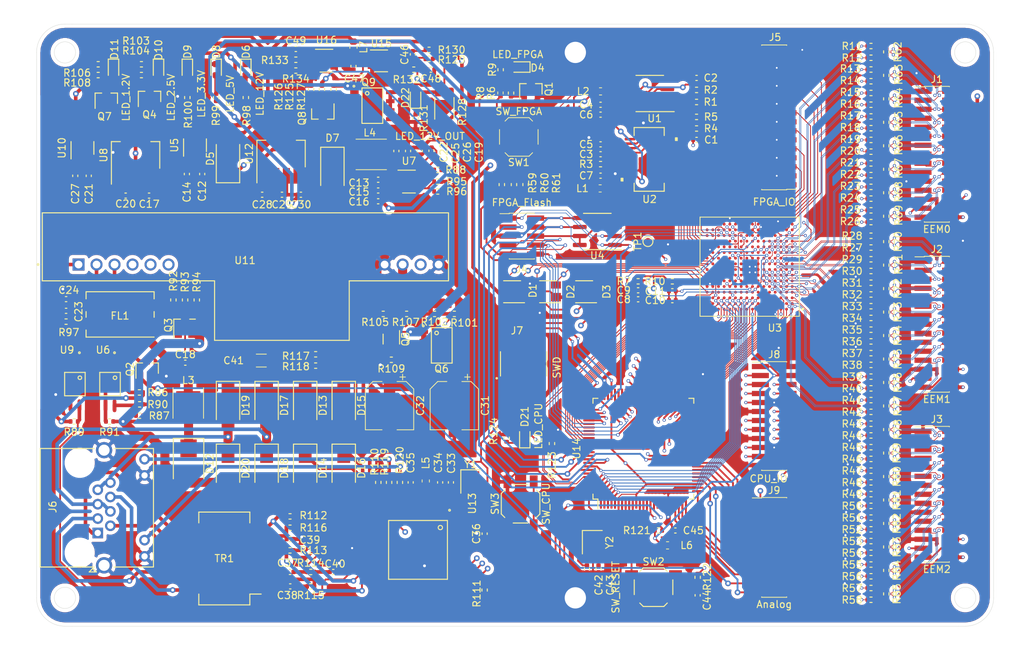
<source format=kicad_pcb>
(kicad_pcb (version 20171130) (host pcbnew 5.1.10-88a1d61d58~88~ubuntu20.04.1)

  (general
    (thickness 1.6)
    (drawings 20)
    (tracks 3998)
    (zones 0)
    (modules 254)
    (nets 306)
  )

  (page A4)
  (layers
    (0 F.Cu signal)
    (1 In1.Cu signal)
    (2 In2.Cu power)
    (31 B.Cu signal)
    (32 B.Adhes user)
    (33 F.Adhes user)
    (34 B.Paste user)
    (35 F.Paste user)
    (36 B.SilkS user)
    (37 F.SilkS user)
    (38 B.Mask user)
    (39 F.Mask user)
    (40 Dwgs.User user)
    (41 Cmts.User user)
    (42 Eco1.User user)
    (43 Eco2.User user)
    (44 Edge.Cuts user)
    (45 Margin user)
    (46 B.CrtYd user)
    (47 F.CrtYd user)
    (48 B.Fab user)
    (49 F.Fab user)
  )

  (setup
    (last_trace_width 0.254)
    (user_trace_width 0.0889)
    (user_trace_width 0.1016)
    (user_trace_width 0.127)
    (user_trace_width 0.254)
    (user_trace_width 0.508)
    (user_trace_width 0.762)
    (user_trace_width 1.016)
    (user_trace_width 1.27)
    (trace_clearance 0.0889)
    (zone_clearance 0.508)
    (zone_45_only no)
    (trace_min 0.0889)
    (via_size 0.8)
    (via_drill 0.4)
    (via_min_size 0.4)
    (via_min_drill 0.2)
    (user_via 0.4 0.2)
    (user_via 0.45 0.25)
    (user_via 0.5 0.3)
    (user_via 4.199999 4)
    (uvia_size 0.3)
    (uvia_drill 0.1)
    (uvias_allowed no)
    (uvia_min_size 0.2)
    (uvia_min_drill 0.1)
    (edge_width 0.05)
    (segment_width 0.127)
    (pcb_text_width 0.3)
    (pcb_text_size 1.5 1.5)
    (mod_edge_width 0.1524)
    (mod_text_size 1.016 1.016)
    (mod_text_width 0.1524)
    (pad_size 1.524 1.524)
    (pad_drill 0.762)
    (pad_to_mask_clearance 0)
    (solder_mask_min_width 0.00254)
    (aux_axis_origin 0 0)
    (grid_origin 210 57)
    (visible_elements FFFFFF7F)
    (pcbplotparams
      (layerselection 0x010fc_ffffffff)
      (usegerberextensions false)
      (usegerberattributes true)
      (usegerberadvancedattributes true)
      (creategerberjobfile true)
      (excludeedgelayer true)
      (linewidth 0.100000)
      (plotframeref false)
      (viasonmask false)
      (mode 1)
      (useauxorigin false)
      (hpglpennumber 1)
      (hpglpenspeed 20)
      (hpglpendiameter 15.000000)
      (psnegative false)
      (psa4output false)
      (plotreference true)
      (plotvalue true)
      (plotinvisibletext false)
      (padsonsilk false)
      (subtractmaskfromsilk false)
      (outputformat 1)
      (mirror false)
      (drillshape 1)
      (scaleselection 1)
      (outputdirectory ""))
  )

  (net 0 "")
  (net 1 "Net-(C1-Pad1)")
  (net 2 GND)
  (net 3 "Net-(C2-Pad1)")
  (net 4 /HighSpeedADC/+5VA)
  (net 5 /FPGA/GNDPLL0)
  (net 6 /FPGA/VCCPLL0)
  (net 7 /FPGA/GNDPLL1)
  (net 8 /FPGA/VCCPLL1)
  (net 9 +12V_OUT)
  (net 10 /CurrentSenser/12V_CURRENT)
  (net 11 /Power/+6V5)
  (net 12 +12V)
  (net 13 +3V3)
  (net 14 "Net-(C24-Pad1)")
  (net 15 +2V5)
  (net 16 +1V2)
  (net 17 +5V)
  (net 18 "Net-(C38-Pad1)")
  (net 19 "Net-(C40-Pad1)")
  (net 20 "Net-(C41-Pad1)")
  (net 21 /Ethernet/+3V3A)
  (net 22 "Net-(C44-Pad2)")
  (net 23 "Net-(C46-Pad1)")
  (net 24 /MCU/+3V3A)
  (net 25 +3V3MP)
  (net 26 "Net-(D4-Pad2)")
  (net 27 "Net-(D4-Pad1)")
  (net 28 "Net-(D9-Pad2)")
  (net 29 "Net-(D10-Pad2)")
  (net 30 "Net-(D11-Pad2)")
  (net 31 "Net-(D13-Pad2)")
  (net 32 /Ethernet/POE_VC-)
  (net 33 /Ethernet/POE_VC+)
  (net 34 "Net-(D15-Pad2)")
  (net 35 "Net-(D17-Pad2)")
  (net 36 "Net-(D19-Pad2)")
  (net 37 "Net-(D21-Pad2)")
  (net 38 /FPGA_IO1)
  (net 39 /FPGA_IO3)
  (net 40 /FPGA_IO5)
  (net 41 /FPGA_IO7)
  (net 42 /FPGA_IO9)
  (net 43 /FPGA_IO11)
  (net 44 /FPGA_IO13)
  (net 45 /FPGA_IO15)
  (net 46 /FPGA_IO14)
  (net 47 /FPGA_IO12)
  (net 48 /FPGA_IO10)
  (net 49 /FPGA_IO8)
  (net 50 /FPGA_IO6)
  (net 51 /FPGA_IO4)
  (net 52 /FPGA_IO2)
  (net 53 /FPGA_IO0)
  (net 54 /MCU/CPU_SWCLK)
  (net 55 /MCU/CPU_SWDIO)
  (net 56 /MCU/CPU_UART4_TX)
  (net 57 /MCU/CPU_UART4_RX)
  (net 58 /MCU/CPU_PWM_CH1)
  (net 59 /MCU/CPU_PWM_CH2)
  (net 60 /MCU/CPU_PWM_CH3)
  (net 61 /MCU/CPU_PWM_CH4)
  (net 62 /MCU/CPU_IIC2_SDA)
  (net 63 /MCU/CPU_IIC2_SCL)
  (net 64 /MCU/CPU_UART1_RX)
  (net 65 /MCU/CPU_UART1_TX)
  (net 66 /MCU/CPU_SPI2_MOSI)
  (net 67 /MCU/CPU_SPI2_MISO)
  (net 68 /MCU/CPU_SPI2_SCK)
  (net 69 /MCU/CPU_SPI2_CS)
  (net 70 /MCU/CPU_DAC1)
  (net 71 /MCU/CPU_DAC0)
  (net 72 /MCU/CPU_ADC7)
  (net 73 /MCU/CPU_ADC6)
  (net 74 /MCU/CPU_ADC5)
  (net 75 /MCU/CPU_ADC4)
  (net 76 /MCU/CPU_ADC3)
  (net 77 /MCU/CPU_ADC2)
  (net 78 /MCU/CPU_ADC1)
  (net 79 /MCU/CPU_ADC0)
  (net 80 /CurrentSenser/12V_SW)
  (net 81 "Net-(Q1-Pad1)")
  (net 82 "Net-(Q2-Pad3)")
  (net 83 /MCU/CPU_RESET)
  (net 84 "Net-(Q7-Pad1)")
  (net 85 "Net-(R1-Pad1)")
  (net 86 "Net-(R2-Pad1)")
  (net 87 "Net-(R4-Pad1)")
  (net 88 "Net-(R5-Pad2)")
  (net 89 /MCU/CPU_POE_AT_EVENT)
  (net 90 /MCU/CPU_POE_SRC_STATUS)
  (net 91 /Ethernet/RJ45_LED_G)
  (net 92 /Ethernet/RJ45_LED_Y)
  (net 93 "Net-(TP1-Pad1)")
  (net 94 "Net-(C3-Pad1)")
  (net 95 /CurrentSenser/+3V3A)
  (net 96 /EEM0_IIC_SCL)
  (net 97 /EEM0_IIC_SDA)
  (net 98 /EEM1_IIC_SCL)
  (net 99 /EEM1_IIC_SDA)
  (net 100 /EEM2_IIC_SCL)
  (net 101 /EEM2_IIC_SDA)
  (net 102 /EEM0_7_N)
  (net 103 /EEM0_6_P)
  (net 104 /EEM0_5_N)
  (net 105 /EEM0_4_P)
  (net 106 /EEM0_3_N)
  (net 107 /EEM0_2_P)
  (net 108 /EEM0_1_N)
  (net 109 /EEM0_0_P)
  (net 110 /EEM0_7_P)
  (net 111 /EEM0_6_N)
  (net 112 /EEM0_5_P)
  (net 113 /EEM0_4_N)
  (net 114 /EEM0_3_P)
  (net 115 /EEM0_2_N)
  (net 116 /EEM0_1_P)
  (net 117 /EEM0_0_N)
  (net 118 /EEM1_7_N)
  (net 119 /EEM1_6_P)
  (net 120 /EEM1_5_N)
  (net 121 /EEM1_4_P)
  (net 122 /EEM1_3_N)
  (net 123 /EEM1_2_P)
  (net 124 /EEM1_1_N)
  (net 125 /EEM1_0_P)
  (net 126 /EEM1_7_P)
  (net 127 /EEM1_6_N)
  (net 128 /EEM1_5_P)
  (net 129 /EEM1_4_N)
  (net 130 /EEM1_3_P)
  (net 131 /EEM1_2_N)
  (net 132 /EEM1_1_P)
  (net 133 /EEM1_0_N)
  (net 134 /EEM2_7_N)
  (net 135 /EEM2_6_P)
  (net 136 /EEM2_5_N)
  (net 137 /EEM2_4_P)
  (net 138 /EEM2_3_N)
  (net 139 /EEM2_2_P)
  (net 140 /EEM2_1_N)
  (net 141 /EEM2_0_P)
  (net 142 /EEM2_7_P)
  (net 143 /EEM2_6_N)
  (net 144 /EEM2_5_P)
  (net 145 /EEM2_4_N)
  (net 146 /EEM2_3_P)
  (net 147 /EEM2_2_N)
  (net 148 /EEM2_1_P)
  (net 149 /EEM2_0_N)
  (net 150 /CDONE)
  (net 151 /CRESET)
  (net 152 /SPI_CS)
  (net 153 /ENC_INT)
  (net 154 /ADC_D0)
  (net 155 /ADC_D1)
  (net 156 /ADC_D2)
  (net 157 /ADC_D3)
  (net 158 /ADC_D4)
  (net 159 /ADC_D5)
  (net 160 /ADC_D6)
  (net 161 /ADC_D7)
  (net 162 /ADC_CLK)
  (net 163 /FSMC_CLK)
  (net 164 /FSMC_D15)
  (net 165 /FSMC_D9)
  (net 166 /FSMC_D10)
  (net 167 /FSMC_D0)
  (net 168 /FSMC_A7)
  (net 169 /FSMC_NL)
  (net 170 /FSMC_NBL0)
  (net 171 /FSMC_D6)
  (net 172 /FSMC_D7)
  (net 173 /FSMC_D5)
  (net 174 /FSMC_D1)
  (net 175 /FSMC_A3)
  (net 176 /FSMC_A1)
  (net 177 /FSMC_NWAIT)
  (net 178 /FSMC_NOE)
  (net 179 /FSMC_D12)
  (net 180 /FSMC_D8)
  (net 181 /FSMC_D3)
  (net 182 /FSMC_A4)
  (net 183 /FSMC_A6)
  (net 184 /FSMC_A0)
  (net 185 /FSMC_NBL1)
  (net 186 /FSMC_D14)
  (net 187 /FSMC_D11)
  (net 188 /FSMC_D4)
  (net 189 /FSMC_A2)
  (net 190 /FSMC_D13)
  (net 191 /FSMC_D2)
  (net 192 /FSMC_A5)
  (net 193 /FSMC_NE1)
  (net 194 /FSMC_NWE)
  (net 195 /CSBSEL0)
  (net 196 /SPI_MOSI)
  (net 197 /SPI_MISO)
  (net 198 /CSBSEL1)
  (net 199 /SPI_SCK)
  (net 200 /SPI_ENC_CS)
  (net 201 "Net-(C5-Pad2)")
  (net 202 "Net-(C7-Pad2)")
  (net 203 "Net-(C18-Pad2)")
  (net 204 "Net-(C18-Pad1)")
  (net 205 "Net-(C19-Pad2)")
  (net 206 "Net-(C19-Pad1)")
  (net 207 "Net-(C23-Pad2)")
  (net 208 "Net-(C31-Pad1)")
  (net 209 "Net-(C33-Pad1)")
  (net 210 "Net-(C34-Pad1)")
  (net 211 "Net-(C36-Pad2)")
  (net 212 "Net-(C37-Pad2)")
  (net 213 "Net-(C37-Pad1)")
  (net 214 "Net-(C38-Pad2)")
  (net 215 "Net-(C39-Pad1)")
  (net 216 "Net-(C42-Pad1)")
  (net 217 "Net-(C43-Pad1)")
  (net 218 "Net-(D6-Pad2)")
  (net 219 "Net-(D8-Pad2)")
  (net 220 "Net-(D10-Pad1)")
  (net 221 "Net-(D11-Pad1)")
  (net 222 "Net-(D21-Pad1)")
  (net 223 "Net-(D22-Pad1)")
  (net 224 "Net-(Q3-Pad1)")
  (net 225 "Net-(Q4-Pad1)")
  (net 226 "Net-(Q5-Pad6)")
  (net 227 "Net-(Q5-Pad2)")
  (net 228 "Net-(Q5-Pad3)")
  (net 229 "Net-(Q8-Pad3)")
  (net 230 "Net-(Q8-Pad1)")
  (net 231 "Net-(R87-Pad1)")
  (net 232 "Net-(R132-Pad2)")
  (net 233 "Net-(U11-Pad3)")
  (net 234 "Net-(U15-Pad3)")
  (net 235 "Net-(C46-Pad2)")
  (net 236 "Net-(D22-Pad2)")
  (net 237 HSADC_IN)
  (net 238 "Net-(J6-Pad12)")
  (net 239 "Net-(J6-Pad10)")
  (net 240 "Net-(J6-Pad6)")
  (net 241 "Net-(J6-Pad2)")
  (net 242 "Net-(J6-Pad3)")
  (net 243 "Net-(J6-Pad1)")
  (net 244 "Net-(R86-Pad2)")
  (net 245 "Net-(R88-Pad1)")
  (net 246 "Net-(R95-Pad1)")
  (net 247 "Net-(R97-Pad2)")
  (net 248 "Net-(R110-Pad1)")
  (net 249 "Net-(R112-Pad1)")
  (net 250 "Net-(R113-Pad2)")
  (net 251 "Net-(R123-Pad1)")
  (net 252 "Net-(R133-Pad2)")
  (net 253 "Net-(SW3-Pad2)")
  (net 254 /FPGA/LVDS0_0_P)
  (net 255 /FPGA/LVDS0_0_N)
  (net 256 /FPGA/LVDS0_1_P)
  (net 257 /FPGA/LVDS0_1_N)
  (net 258 /FPGA/LVDS0_2_P)
  (net 259 /FPGA/LVDS0_2_N)
  (net 260 /FPGA/LVDS0_3_P)
  (net 261 /FPGA/LVDS0_3_N)
  (net 262 /FPGA/LVDS0_4_P)
  (net 263 /FPGA/LVDS0_4_N)
  (net 264 /FPGA/LVDS0_5_P)
  (net 265 /FPGA/LVDS0_5_N)
  (net 266 /FPGA/LVDS0_6_P)
  (net 267 /FPGA/LVDS0_6_N)
  (net 268 /FPGA/LVDS0_7_P)
  (net 269 /FPGA/LVDS0_7_N)
  (net 270 /FPGA/LVDS1_0_P)
  (net 271 /FPGA/LVDS1_0_N)
  (net 272 /FPGA/LVDS1_1_P)
  (net 273 /FPGA/LVDS1_1_N)
  (net 274 /FPGA/LVDS1_2_P)
  (net 275 /FPGA/LVDS1_2_N)
  (net 276 /FPGA/LVDS1_3_P)
  (net 277 /FPGA/LVDS1_3_N)
  (net 278 /FPGA/LVDS1_4_P)
  (net 279 /FPGA/LVDS1_4_N)
  (net 280 /FPGA/LVDS1_5_P)
  (net 281 /FPGA/LVDS1_5_N)
  (net 282 /FPGA/LVDS1_6_P)
  (net 283 /FPGA/LVDS1_6_N)
  (net 284 /FPGA/LVDS1_7_P)
  (net 285 /FPGA/LVDS1_7_N)
  (net 286 /FPGA/LVDS2_0_P)
  (net 287 /FPGA/LVDS2_0_N)
  (net 288 /FPGA/LVDS2_1_P)
  (net 289 /FPGA/LVDS2_1_N)
  (net 290 /FPGA/LVDS2_2_P)
  (net 291 /FPGA/LVDS2_2_N)
  (net 292 /FPGA/LVDS2_3_P)
  (net 293 /FPGA/LVDS2_3_N)
  (net 294 /FPGA/LVDS2_4_P)
  (net 295 /FPGA/LVDS2_4_N)
  (net 296 /FPGA/LVDS2_5_P)
  (net 297 /FPGA/LVDS2_5_N)
  (net 298 /FPGA/LVDS2_6_P)
  (net 299 /FPGA/LVDS2_6_N)
  (net 300 /FPGA/LVDS2_7_P)
  (net 301 /FPGA/LVDS2_7_N)
  (net 302 /FPGA/FPGA_LED)
  (net 303 /FPGA/FPGA_KEY)
  (net 304 /IIC_SCL)
  (net 305 /IIC_SDA)

  (net_class Default "This is the default net class."
    (clearance 0.0889)
    (trace_width 0.25)
    (via_dia 0.8)
    (via_drill 0.4)
    (uvia_dia 0.3)
    (uvia_drill 0.1)
    (diff_pair_width 0.0889)
    (diff_pair_gap 0.1016)
    (add_net +12V)
    (add_net +12V_OUT)
    (add_net +1V2)
    (add_net +2V5)
    (add_net +3V3)
    (add_net +3V3MP)
    (add_net +5V)
    (add_net /ADC_CLK)
    (add_net /ADC_D0)
    (add_net /ADC_D1)
    (add_net /ADC_D2)
    (add_net /ADC_D3)
    (add_net /ADC_D4)
    (add_net /ADC_D5)
    (add_net /ADC_D6)
    (add_net /ADC_D7)
    (add_net /CDONE)
    (add_net /CRESET)
    (add_net /CSBSEL0)
    (add_net /CSBSEL1)
    (add_net /CurrentSenser/+3V3A)
    (add_net /CurrentSenser/12V_CURRENT)
    (add_net /CurrentSenser/12V_SW)
    (add_net /EEM0_0_N)
    (add_net /EEM0_0_P)
    (add_net /EEM0_1_N)
    (add_net /EEM0_1_P)
    (add_net /EEM0_2_N)
    (add_net /EEM0_2_P)
    (add_net /EEM0_3_N)
    (add_net /EEM0_3_P)
    (add_net /EEM0_4_N)
    (add_net /EEM0_4_P)
    (add_net /EEM0_5_N)
    (add_net /EEM0_5_P)
    (add_net /EEM0_6_N)
    (add_net /EEM0_6_P)
    (add_net /EEM0_7_N)
    (add_net /EEM0_7_P)
    (add_net /EEM0_IIC_SCL)
    (add_net /EEM0_IIC_SDA)
    (add_net /EEM1_0_N)
    (add_net /EEM1_0_P)
    (add_net /EEM1_1_N)
    (add_net /EEM1_1_P)
    (add_net /EEM1_2_N)
    (add_net /EEM1_2_P)
    (add_net /EEM1_3_N)
    (add_net /EEM1_3_P)
    (add_net /EEM1_4_N)
    (add_net /EEM1_4_P)
    (add_net /EEM1_5_N)
    (add_net /EEM1_5_P)
    (add_net /EEM1_6_N)
    (add_net /EEM1_6_P)
    (add_net /EEM1_7_N)
    (add_net /EEM1_7_P)
    (add_net /EEM1_IIC_SCL)
    (add_net /EEM1_IIC_SDA)
    (add_net /EEM2_0_N)
    (add_net /EEM2_0_P)
    (add_net /EEM2_1_N)
    (add_net /EEM2_1_P)
    (add_net /EEM2_2_N)
    (add_net /EEM2_2_P)
    (add_net /EEM2_3_N)
    (add_net /EEM2_3_P)
    (add_net /EEM2_4_N)
    (add_net /EEM2_4_P)
    (add_net /EEM2_5_N)
    (add_net /EEM2_5_P)
    (add_net /EEM2_6_N)
    (add_net /EEM2_6_P)
    (add_net /EEM2_7_N)
    (add_net /EEM2_7_P)
    (add_net /EEM2_IIC_SCL)
    (add_net /EEM2_IIC_SDA)
    (add_net /ENC_INT)
    (add_net /Ethernet/+3V3A)
    (add_net /Ethernet/POE_VC+)
    (add_net /Ethernet/POE_VC-)
    (add_net /Ethernet/RJ45_LED_G)
    (add_net /Ethernet/RJ45_LED_Y)
    (add_net /FPGA/FPGA_KEY)
    (add_net /FPGA/FPGA_LED)
    (add_net /FPGA/GNDPLL0)
    (add_net /FPGA/GNDPLL1)
    (add_net /FPGA/LVDS0_0_N)
    (add_net /FPGA/LVDS0_0_P)
    (add_net /FPGA/LVDS0_1_N)
    (add_net /FPGA/LVDS0_1_P)
    (add_net /FPGA/LVDS0_2_N)
    (add_net /FPGA/LVDS0_2_P)
    (add_net /FPGA/LVDS0_3_N)
    (add_net /FPGA/LVDS0_3_P)
    (add_net /FPGA/LVDS0_4_N)
    (add_net /FPGA/LVDS0_4_P)
    (add_net /FPGA/LVDS0_5_N)
    (add_net /FPGA/LVDS0_5_P)
    (add_net /FPGA/LVDS0_6_N)
    (add_net /FPGA/LVDS0_6_P)
    (add_net /FPGA/LVDS0_7_N)
    (add_net /FPGA/LVDS0_7_P)
    (add_net /FPGA/LVDS1_0_N)
    (add_net /FPGA/LVDS1_0_P)
    (add_net /FPGA/LVDS1_1_N)
    (add_net /FPGA/LVDS1_1_P)
    (add_net /FPGA/LVDS1_2_N)
    (add_net /FPGA/LVDS1_2_P)
    (add_net /FPGA/LVDS1_3_N)
    (add_net /FPGA/LVDS1_3_P)
    (add_net /FPGA/LVDS1_4_N)
    (add_net /FPGA/LVDS1_4_P)
    (add_net /FPGA/LVDS1_5_N)
    (add_net /FPGA/LVDS1_5_P)
    (add_net /FPGA/LVDS1_6_N)
    (add_net /FPGA/LVDS1_6_P)
    (add_net /FPGA/LVDS1_7_N)
    (add_net /FPGA/LVDS1_7_P)
    (add_net /FPGA/LVDS2_0_N)
    (add_net /FPGA/LVDS2_0_P)
    (add_net /FPGA/LVDS2_1_N)
    (add_net /FPGA/LVDS2_1_P)
    (add_net /FPGA/LVDS2_2_N)
    (add_net /FPGA/LVDS2_2_P)
    (add_net /FPGA/LVDS2_3_N)
    (add_net /FPGA/LVDS2_3_P)
    (add_net /FPGA/LVDS2_4_N)
    (add_net /FPGA/LVDS2_4_P)
    (add_net /FPGA/LVDS2_5_N)
    (add_net /FPGA/LVDS2_5_P)
    (add_net /FPGA/LVDS2_6_N)
    (add_net /FPGA/LVDS2_6_P)
    (add_net /FPGA/LVDS2_7_N)
    (add_net /FPGA/LVDS2_7_P)
    (add_net /FPGA/VCCPLL0)
    (add_net /FPGA/VCCPLL1)
    (add_net /FPGA_IO0)
    (add_net /FPGA_IO1)
    (add_net /FPGA_IO10)
    (add_net /FPGA_IO11)
    (add_net /FPGA_IO12)
    (add_net /FPGA_IO13)
    (add_net /FPGA_IO14)
    (add_net /FPGA_IO15)
    (add_net /FPGA_IO2)
    (add_net /FPGA_IO3)
    (add_net /FPGA_IO4)
    (add_net /FPGA_IO5)
    (add_net /FPGA_IO6)
    (add_net /FPGA_IO7)
    (add_net /FPGA_IO8)
    (add_net /FPGA_IO9)
    (add_net /FSMC_A0)
    (add_net /FSMC_A1)
    (add_net /FSMC_A2)
    (add_net /FSMC_A3)
    (add_net /FSMC_A4)
    (add_net /FSMC_A5)
    (add_net /FSMC_A6)
    (add_net /FSMC_A7)
    (add_net /FSMC_CLK)
    (add_net /FSMC_D0)
    (add_net /FSMC_D1)
    (add_net /FSMC_D10)
    (add_net /FSMC_D11)
    (add_net /FSMC_D12)
    (add_net /FSMC_D13)
    (add_net /FSMC_D14)
    (add_net /FSMC_D15)
    (add_net /FSMC_D2)
    (add_net /FSMC_D3)
    (add_net /FSMC_D4)
    (add_net /FSMC_D5)
    (add_net /FSMC_D6)
    (add_net /FSMC_D7)
    (add_net /FSMC_D8)
    (add_net /FSMC_D9)
    (add_net /FSMC_NBL0)
    (add_net /FSMC_NBL1)
    (add_net /FSMC_NE1)
    (add_net /FSMC_NL)
    (add_net /FSMC_NOE)
    (add_net /FSMC_NWAIT)
    (add_net /FSMC_NWE)
    (add_net /HighSpeedADC/+5VA)
    (add_net /IIC_SCL)
    (add_net /IIC_SDA)
    (add_net /MCU/+3V3A)
    (add_net /MCU/CPU_ADC0)
    (add_net /MCU/CPU_ADC1)
    (add_net /MCU/CPU_ADC2)
    (add_net /MCU/CPU_ADC3)
    (add_net /MCU/CPU_ADC4)
    (add_net /MCU/CPU_ADC5)
    (add_net /MCU/CPU_ADC6)
    (add_net /MCU/CPU_ADC7)
    (add_net /MCU/CPU_DAC0)
    (add_net /MCU/CPU_DAC1)
    (add_net /MCU/CPU_IIC2_SCL)
    (add_net /MCU/CPU_IIC2_SDA)
    (add_net /MCU/CPU_POE_AT_EVENT)
    (add_net /MCU/CPU_POE_SRC_STATUS)
    (add_net /MCU/CPU_PWM_CH1)
    (add_net /MCU/CPU_PWM_CH2)
    (add_net /MCU/CPU_PWM_CH3)
    (add_net /MCU/CPU_PWM_CH4)
    (add_net /MCU/CPU_RESET)
    (add_net /MCU/CPU_SPI2_CS)
    (add_net /MCU/CPU_SPI2_MISO)
    (add_net /MCU/CPU_SPI2_MOSI)
    (add_net /MCU/CPU_SPI2_SCK)
    (add_net /MCU/CPU_SWCLK)
    (add_net /MCU/CPU_SWDIO)
    (add_net /MCU/CPU_UART1_RX)
    (add_net /MCU/CPU_UART1_TX)
    (add_net /MCU/CPU_UART4_RX)
    (add_net /MCU/CPU_UART4_TX)
    (add_net /Power/+6V5)
    (add_net /SPI_CS)
    (add_net /SPI_ENC_CS)
    (add_net /SPI_MISO)
    (add_net /SPI_MOSI)
    (add_net /SPI_SCK)
    (add_net GND)
    (add_net HSADC_IN)
    (add_net "Net-(C1-Pad1)")
    (add_net "Net-(C18-Pad1)")
    (add_net "Net-(C18-Pad2)")
    (add_net "Net-(C19-Pad1)")
    (add_net "Net-(C19-Pad2)")
    (add_net "Net-(C2-Pad1)")
    (add_net "Net-(C23-Pad2)")
    (add_net "Net-(C24-Pad1)")
    (add_net "Net-(C3-Pad1)")
    (add_net "Net-(C31-Pad1)")
    (add_net "Net-(C33-Pad1)")
    (add_net "Net-(C34-Pad1)")
    (add_net "Net-(C36-Pad2)")
    (add_net "Net-(C37-Pad1)")
    (add_net "Net-(C37-Pad2)")
    (add_net "Net-(C38-Pad1)")
    (add_net "Net-(C38-Pad2)")
    (add_net "Net-(C39-Pad1)")
    (add_net "Net-(C40-Pad1)")
    (add_net "Net-(C41-Pad1)")
    (add_net "Net-(C42-Pad1)")
    (add_net "Net-(C43-Pad1)")
    (add_net "Net-(C44-Pad2)")
    (add_net "Net-(C46-Pad1)")
    (add_net "Net-(C46-Pad2)")
    (add_net "Net-(C5-Pad2)")
    (add_net "Net-(C7-Pad2)")
    (add_net "Net-(D10-Pad1)")
    (add_net "Net-(D10-Pad2)")
    (add_net "Net-(D11-Pad1)")
    (add_net "Net-(D11-Pad2)")
    (add_net "Net-(D13-Pad2)")
    (add_net "Net-(D15-Pad2)")
    (add_net "Net-(D17-Pad2)")
    (add_net "Net-(D19-Pad2)")
    (add_net "Net-(D21-Pad1)")
    (add_net "Net-(D21-Pad2)")
    (add_net "Net-(D22-Pad1)")
    (add_net "Net-(D22-Pad2)")
    (add_net "Net-(D4-Pad1)")
    (add_net "Net-(D4-Pad2)")
    (add_net "Net-(D6-Pad2)")
    (add_net "Net-(D8-Pad2)")
    (add_net "Net-(D9-Pad2)")
    (add_net "Net-(J6-Pad1)")
    (add_net "Net-(J6-Pad10)")
    (add_net "Net-(J6-Pad12)")
    (add_net "Net-(J6-Pad2)")
    (add_net "Net-(J6-Pad3)")
    (add_net "Net-(J6-Pad6)")
    (add_net "Net-(Q1-Pad1)")
    (add_net "Net-(Q2-Pad3)")
    (add_net "Net-(Q3-Pad1)")
    (add_net "Net-(Q4-Pad1)")
    (add_net "Net-(Q5-Pad2)")
    (add_net "Net-(Q5-Pad3)")
    (add_net "Net-(Q5-Pad6)")
    (add_net "Net-(Q7-Pad1)")
    (add_net "Net-(Q8-Pad1)")
    (add_net "Net-(Q8-Pad3)")
    (add_net "Net-(R1-Pad1)")
    (add_net "Net-(R110-Pad1)")
    (add_net "Net-(R112-Pad1)")
    (add_net "Net-(R113-Pad2)")
    (add_net "Net-(R123-Pad1)")
    (add_net "Net-(R132-Pad2)")
    (add_net "Net-(R133-Pad2)")
    (add_net "Net-(R2-Pad1)")
    (add_net "Net-(R4-Pad1)")
    (add_net "Net-(R5-Pad2)")
    (add_net "Net-(R86-Pad2)")
    (add_net "Net-(R87-Pad1)")
    (add_net "Net-(R88-Pad1)")
    (add_net "Net-(R95-Pad1)")
    (add_net "Net-(R97-Pad2)")
    (add_net "Net-(SW3-Pad2)")
    (add_net "Net-(TP1-Pad1)")
    (add_net "Net-(U11-Pad3)")
    (add_net "Net-(U15-Pad3)")
  )

  (module Capacitor_SMD:C_0402_1005Metric (layer F.Cu) (tedit 5F68FEEE) (tstamp 60D13E4F)
    (at 156.64 129.888 270)
    (descr "Capacitor SMD 0402 (1005 Metric), square (rectangular) end terminal, IPC_7351 nominal, (Body size source: IPC-SM-782 page 76, https://www.pcb-3d.com/wordpress/wp-content/uploads/ipc-sm-782a_amendment_1_and_2.pdf), generated with kicad-footprint-generator")
    (tags capacitor)
    (path /60C2FDBB/618C8494)
    (attr smd)
    (fp_text reference C42 (at 2.3 -1.67 90) (layer F.SilkS)
      (effects (font (size 1.016 1.016) (thickness 0.1524)))
    )
    (fp_text value 22pF (at 0 1.16 90) (layer F.SilkS) hide
      (effects (font (size 1 1) (thickness 0.15)))
    )
    (fp_line (start 0.91 0.46) (end -0.91 0.46) (layer F.CrtYd) (width 0.05))
    (fp_line (start 0.91 -0.46) (end 0.91 0.46) (layer F.CrtYd) (width 0.05))
    (fp_line (start -0.91 -0.46) (end 0.91 -0.46) (layer F.CrtYd) (width 0.05))
    (fp_line (start -0.91 0.46) (end -0.91 -0.46) (layer F.CrtYd) (width 0.05))
    (fp_line (start -0.107836 0.36) (end 0.107836 0.36) (layer F.SilkS) (width 0.1524))
    (fp_line (start -0.107836 -0.36) (end 0.107836 -0.36) (layer F.SilkS) (width 0.1524))
    (fp_line (start 0.5 0.25) (end -0.5 0.25) (layer F.Fab) (width 0.15))
    (fp_line (start 0.5 -0.25) (end 0.5 0.25) (layer F.Fab) (width 0.15))
    (fp_line (start -0.5 -0.25) (end 0.5 -0.25) (layer F.Fab) (width 0.15))
    (fp_line (start -0.5 0.25) (end -0.5 -0.25) (layer F.Fab) (width 0.15))
    (fp_text user %R (at 0 0 90) (layer F.Fab) hide
      (effects (font (size 1 1) (thickness 0.15)))
    )
    (pad 2 smd roundrect (at 0.48 0 270) (size 0.56 0.62) (layers F.Cu F.Paste F.Mask) (roundrect_rratio 0.25)
      (net 2 GND))
    (pad 1 smd roundrect (at -0.48 0 270) (size 0.56 0.62) (layers F.Cu F.Paste F.Mask) (roundrect_rratio 0.25)
      (net 216 "Net-(C42-Pad1)"))
    (model ${KISYS3DMOD}/Capacitor_SMD.3dshapes/C_0402_1005Metric.wrl
      (at (xyz 0 0 0))
      (scale (xyz 1 1 1))
      (rotate (xyz 0 0 0))
    )
  )

  (module TestAutomation:iCE40-BGA256C80P16X16_1400X1400X170 (layer F.Cu) (tedit 60D04091) (tstamp 60D2846B)
    (at 179.592 87.249 180)
    (path /60C0E996/623CB106)
    (clearance 0.05)
    (fp_text reference U3 (at -3.559775 -8.646615) (layer F.SilkS)
      (effects (font (size 1 1) (thickness 0.15)))
    )
    (fp_text value ICE40HX8K-CT256 (at 11.703105 8.648415) (layer F.Fab) hide
      (effects (font (size 1.001551 1.001551) (thickness 0.015)))
    )
    (fp_circle (center -7.5 -6) (end -7.4 -6) (layer F.SilkS) (width 0.2))
    (fp_circle (center -6 -6) (end -5.9 -6) (layer F.Fab) (width 0.2))
    (fp_line (start 7 7) (end -7 7) (layer F.Fab) (width 0.127))
    (fp_line (start 7 -7) (end -7 -7) (layer F.Fab) (width 0.127))
    (fp_line (start 7 7) (end -7 7) (layer F.SilkS) (width 0.127))
    (fp_line (start 7 -7) (end -7 -7) (layer F.SilkS) (width 0.127))
    (fp_line (start 7 7) (end 7 -7) (layer F.Fab) (width 0.127))
    (fp_line (start -7 7) (end -7 -7) (layer F.Fab) (width 0.127))
    (fp_line (start 7 7) (end 7 -7) (layer F.SilkS) (width 0.127))
    (fp_line (start -7 7) (end -7 -7) (layer F.SilkS) (width 0.127))
    (fp_line (start -7.25 7.25) (end 7.25 7.25) (layer F.CrtYd) (width 0.05))
    (fp_line (start -7.25 -7.25) (end 7.25 -7.25) (layer F.CrtYd) (width 0.05))
    (fp_line (start -7.25 7.25) (end -7.25 -7.25) (layer F.CrtYd) (width 0.05))
    (fp_line (start 7.25 7.25) (end 7.25 -7.25) (layer F.CrtYd) (width 0.05))
    (pad A1 smd circle (at -6 -6 180) (size 0.41 0.41) (layers F.Cu F.Paste F.Mask)
      (net 188 /FSMC_D4))
    (pad A2 smd circle (at -5.2 -6 180) (size 0.41 0.41) (layers F.Cu F.Paste F.Mask)
      (net 173 /FSMC_D5))
    (pad A3 smd circle (at -4.4 -6 180) (size 0.41 0.41) (layers F.Cu F.Paste F.Mask)
      (net 13 +3V3))
    (pad A4 smd circle (at -3.6 -6 180) (size 0.41 0.41) (layers F.Cu F.Paste F.Mask)
      (net 2 GND))
    (pad A5 smd circle (at -2.8 -6 180) (size 0.41 0.41) (layers F.Cu F.Paste F.Mask)
      (net 165 /FSMC_D9))
    (pad A6 smd circle (at -2 -6 180) (size 0.41 0.41) (layers F.Cu F.Paste F.Mask)
      (net 187 /FSMC_D11))
    (pad A7 smd circle (at -1.2 -6 180) (size 0.41 0.41) (layers F.Cu F.Paste F.Mask)
      (net 190 /FSMC_D13))
    (pad A8 smd circle (at -0.4 -6 180) (size 0.41 0.41) (layers F.Cu F.Paste F.Mask)
      (net 13 +3V3))
    (pad A9 smd circle (at 0.4 -6 180) (size 0.41 0.41) (layers F.Cu F.Paste F.Mask)
      (net 184 /FSMC_A0))
    (pad A10 smd circle (at 1.2 -6 180) (size 0.41 0.41) (layers F.Cu F.Paste F.Mask)
      (net 189 /FSMC_A2))
    (pad A11 smd circle (at 2 -6 180) (size 0.41 0.41) (layers F.Cu F.Paste F.Mask)
      (net 174 /FSMC_D1))
    (pad A12 smd circle (at 2.8 -6 180) (size 0.41 0.41) (layers F.Cu F.Paste F.Mask)
      (net 2 GND))
    (pad A13 smd circle (at 3.6 -6 180) (size 0.41 0.41) (layers F.Cu F.Paste F.Mask)
      (net 13 +3V3))
    (pad A14 smd circle (at 4.4 -6 180) (size 0.41 0.41) (layers F.Cu F.Paste F.Mask)
      (net 16 +1V2))
    (pad A15 smd circle (at 5.2 -6 180) (size 0.41 0.41) (layers F.Cu F.Paste F.Mask)
      (net 178 /FSMC_NOE))
    (pad A16 smd circle (at 6 -6 180) (size 0.41 0.41) (layers F.Cu F.Paste F.Mask)
      (net 194 /FSMC_NWE))
    (pad B1 smd circle (at -6 -5.2 180) (size 0.41 0.41) (layers F.Cu F.Paste F.Mask)
      (net 283 /FPGA/LVDS1_6_N))
    (pad B2 smd circle (at -5.2 -5.2 180) (size 0.41 0.41) (layers F.Cu F.Paste F.Mask)
      (net 285 /FPGA/LVDS1_7_N))
    (pad B3 smd circle (at -4.4 -5.2 180) (size 0.41 0.41) (layers F.Cu F.Paste F.Mask)
      (net 172 /FSMC_D7))
    (pad B4 smd circle (at -3.6 -5.2 180) (size 0.41 0.41) (layers F.Cu F.Paste F.Mask)
      (net 180 /FSMC_D8))
    (pad B5 smd circle (at -2.8 -5.2 180) (size 0.41 0.41) (layers F.Cu F.Paste F.Mask)
      (net 166 /FSMC_D10))
    (pad B6 smd circle (at -2 -5.2 180) (size 0.41 0.41) (layers F.Cu F.Paste F.Mask)
      (net 179 /FSMC_D12))
    (pad B7 smd circle (at -1.2 -5.2 180) (size 0.41 0.41) (layers F.Cu F.Paste F.Mask)
      (net 186 /FSMC_D14))
    (pad B8 smd circle (at -0.4 -5.2 180) (size 0.41 0.41) (layers F.Cu F.Paste F.Mask)
      (net 164 /FSMC_D15))
    (pad B9 smd circle (at 0.4 -5.2 180) (size 0.41 0.41) (layers F.Cu F.Paste F.Mask)
      (net 176 /FSMC_A1))
    (pad B10 smd circle (at 1.2 -5.2 180) (size 0.41 0.41) (layers F.Cu F.Paste F.Mask)
      (net 167 /FSMC_D0))
    (pad B11 smd circle (at 2 -5.2 180) (size 0.41 0.41) (layers F.Cu F.Paste F.Mask)
      (net 191 /FSMC_D2))
    (pad B12 smd circle (at 2.8 -5.2 180) (size 0.41 0.41) (layers F.Cu F.Paste F.Mask)
      (net 181 /FSMC_D3))
    (pad B13 smd circle (at 3.6 -5.2 180) (size 0.41 0.41) (layers F.Cu F.Paste F.Mask)
      (net 163 /FSMC_CLK))
    (pad B14 smd circle (at 4.4 -5.2 180) (size 0.41 0.41) (layers F.Cu F.Paste F.Mask)
      (net 177 /FSMC_NWAIT))
    (pad B15 smd circle (at 5.2 -5.2 180) (size 0.41 0.41) (layers F.Cu F.Paste F.Mask)
      (net 193 /FSMC_NE1))
    (pad B16 smd circle (at 6 -5.2 180) (size 0.41 0.41) (layers F.Cu F.Paste F.Mask))
    (pad C1 smd circle (at -6 -4.4 180) (size 0.41 0.41) (layers F.Cu F.Paste F.Mask)
      (net 280 /FPGA/LVDS1_5_P))
    (pad C2 smd circle (at -5.2 -4.4 180) (size 0.41 0.41) (layers F.Cu F.Paste F.Mask)
      (net 281 /FPGA/LVDS1_5_N))
    (pad C3 smd circle (at -4.4 -4.4 180) (size 0.41 0.41) (layers F.Cu F.Paste F.Mask)
      (net 171 /FSMC_D6))
    (pad C4 smd circle (at -3.6 -4.4 180) (size 0.41 0.41) (layers F.Cu F.Paste F.Mask))
    (pad C5 smd circle (at -2.8 -4.4 180) (size 0.41 0.41) (layers F.Cu F.Paste F.Mask))
    (pad C6 smd circle (at -2 -4.4 180) (size 0.41 0.41) (layers F.Cu F.Paste F.Mask))
    (pad C7 smd circle (at -1.2 -4.4 180) (size 0.41 0.41) (layers F.Cu F.Paste F.Mask)
      (net 183 /FSMC_A6))
    (pad C8 smd circle (at -0.4 -4.4 180) (size 0.41 0.41) (layers F.Cu F.Paste F.Mask)
      (net 192 /FSMC_A5))
    (pad C9 smd circle (at 0.4 -4.4 180) (size 0.41 0.41) (layers F.Cu F.Paste F.Mask)
      (net 182 /FSMC_A4))
    (pad C10 smd circle (at 1.2 -4.4 180) (size 0.41 0.41) (layers F.Cu F.Paste F.Mask)
      (net 175 /FSMC_A3))
    (pad C11 smd circle (at 2 -4.4 180) (size 0.41 0.41) (layers F.Cu F.Paste F.Mask)
      (net 168 /FSMC_A7))
    (pad C12 smd circle (at 2.8 -4.4 180) (size 0.41 0.41) (layers F.Cu F.Paste F.Mask)
      (net 185 /FSMC_NBL1))
    (pad C13 smd circle (at 3.6 -4.4 180) (size 0.41 0.41) (layers F.Cu F.Paste F.Mask)
      (net 170 /FSMC_NBL0))
    (pad C14 smd circle (at 4.4 -4.4 180) (size 0.41 0.41) (layers F.Cu F.Paste F.Mask)
      (net 169 /FSMC_NL))
    (pad C15 smd circle (at 5.2 -4.4 180) (size 0.41 0.41) (layers F.Cu F.Paste F.Mask)
      (net 13 +3V3))
    (pad C16 smd circle (at 6 -4.4 180) (size 0.41 0.41) (layers F.Cu F.Paste F.Mask)
      (net 305 /IIC_SDA))
    (pad D1 smd circle (at -6 -3.6 180) (size 0.41 0.41) (layers F.Cu F.Paste F.Mask)
      (net 301 /FPGA/LVDS2_7_N))
    (pad D2 smd circle (at -5.2 -3.6 180) (size 0.41 0.41) (layers F.Cu F.Paste F.Mask)
      (net 279 /FPGA/LVDS1_4_N))
    (pad D3 smd circle (at -4.4 -3.6 180) (size 0.41 0.41) (layers F.Cu F.Paste F.Mask))
    (pad D4 smd circle (at -3.6 -3.6 180) (size 0.41 0.41) (layers F.Cu F.Paste F.Mask))
    (pad D5 smd circle (at -2.8 -3.6 180) (size 0.41 0.41) (layers F.Cu F.Paste F.Mask))
    (pad D6 smd circle (at -2 -3.6 180) (size 0.41 0.41) (layers F.Cu F.Paste F.Mask))
    (pad D7 smd circle (at -1.2 -3.6 180) (size 0.41 0.41) (layers F.Cu F.Paste F.Mask))
    (pad D8 smd circle (at -0.4 -3.6 180) (size 0.41 0.41) (layers F.Cu F.Paste F.Mask))
    (pad D9 smd circle (at 0.4 -3.6 180) (size 0.41 0.41) (layers F.Cu F.Paste F.Mask))
    (pad D10 smd circle (at 1.2 -3.6 180) (size 0.41 0.41) (layers F.Cu F.Paste F.Mask))
    (pad D11 smd circle (at 2 -3.6 180) (size 0.41 0.41) (layers F.Cu F.Paste F.Mask))
    (pad D12 smd circle (at 2.8 -3.6 180) (size 0.41 0.41) (layers F.Cu F.Paste F.Mask)
      (net 93 "Net-(TP1-Pad1)"))
    (pad D13 smd circle (at 3.6 -3.6 180) (size 0.41 0.41) (layers F.Cu F.Paste F.Mask))
    (pad D14 smd circle (at 4.4 -3.6 180) (size 0.41 0.41) (layers F.Cu F.Paste F.Mask))
    (pad D15 smd circle (at 5.2 -3.6 180) (size 0.41 0.41) (layers F.Cu F.Paste F.Mask)
      (net 304 /IIC_SCL))
    (pad D16 smd circle (at 6 -3.6 180) (size 0.41 0.41) (layers F.Cu F.Paste F.Mask)
      (net 101 /EEM2_IIC_SDA))
    (pad E1 smd circle (at -6 -2.8 180) (size 0.41 0.41) (layers F.Cu F.Paste F.Mask)
      (net 15 +2V5))
    (pad E2 smd circle (at -5.2 -2.8 180) (size 0.41 0.41) (layers F.Cu F.Paste F.Mask)
      (net 297 /FPGA/LVDS2_5_N))
    (pad E3 smd circle (at -4.4 -2.8 180) (size 0.41 0.41) (layers F.Cu F.Paste F.Mask)
      (net 269 /FPGA/LVDS0_7_N))
    (pad E4 smd circle (at -3.6 -2.8 180) (size 0.41 0.41) (layers F.Cu F.Paste F.Mask)
      (net 284 /FPGA/LVDS1_7_P))
    (pad E5 smd circle (at -2.8 -2.8 180) (size 0.41 0.41) (layers F.Cu F.Paste F.Mask))
    (pad E6 smd circle (at -2 -2.8 180) (size 0.41 0.41) (layers F.Cu F.Paste F.Mask))
    (pad E7 smd circle (at -1.2 -2.8 180) (size 0.41 0.41) (layers F.Cu F.Paste F.Mask)
      (net 7 /FPGA/GNDPLL1))
    (pad E8 smd circle (at -0.4 -2.8 180) (size 0.41 0.41) (layers F.Cu F.Paste F.Mask)
      (net 8 /FPGA/VCCPLL1))
    (pad E9 smd circle (at 0.4 -2.8 180) (size 0.41 0.41) (layers F.Cu F.Paste F.Mask))
    (pad E10 smd circle (at 1.2 -2.8 180) (size 0.41 0.41) (layers F.Cu F.Paste F.Mask))
    (pad E11 smd circle (at 2 -2.8 180) (size 0.41 0.41) (layers F.Cu F.Paste F.Mask))
    (pad E12 smd circle (at 2.8 -2.8 180) (size 0.41 0.41) (layers F.Cu F.Paste F.Mask)
      (net 15 +2V5))
    (pad E13 smd circle (at 3.6 -2.8 180) (size 0.41 0.41) (layers F.Cu F.Paste F.Mask))
    (pad E14 smd circle (at 4.4 -2.8 180) (size 0.41 0.41) (layers F.Cu F.Paste F.Mask))
    (pad E15 smd circle (at 5.2 -2.8 180) (size 0.41 0.41) (layers F.Cu F.Paste F.Mask)
      (net 2 GND))
    (pad E16 smd circle (at 6 -2.8 180) (size 0.41 0.41) (layers F.Cu F.Paste F.Mask)
      (net 100 /EEM2_IIC_SCL))
    (pad F1 smd circle (at -6 -2 180) (size 0.41 0.41) (layers F.Cu F.Paste F.Mask)
      (net 277 /FPGA/LVDS1_3_N))
    (pad F2 smd circle (at -5.2 -2 180) (size 0.41 0.41) (layers F.Cu F.Paste F.Mask)
      (net 267 /FPGA/LVDS0_6_N))
    (pad F3 smd circle (at -4.4 -2 180) (size 0.41 0.41) (layers F.Cu F.Paste F.Mask)
      (net 299 /FPGA/LVDS2_6_N))
    (pad F4 smd circle (at -3.6 -2 180) (size 0.41 0.41) (layers F.Cu F.Paste F.Mask)
      (net 278 /FPGA/LVDS1_4_P))
    (pad F5 smd circle (at -2.8 -2 180) (size 0.41 0.41) (layers F.Cu F.Paste F.Mask)
      (net 282 /FPGA/LVDS1_6_P))
    (pad F6 smd circle (at -2 -2 180) (size 0.41 0.41) (layers F.Cu F.Paste F.Mask)
      (net 16 +1V2))
    (pad F7 smd circle (at -1.2 -2 180) (size 0.41 0.41) (layers F.Cu F.Paste F.Mask))
    (pad F8 smd circle (at -0.4 -2 180) (size 0.41 0.41) (layers F.Cu F.Paste F.Mask)
      (net 13 +3V3))
    (pad F9 smd circle (at 0.4 -2 180) (size 0.41 0.41) (layers F.Cu F.Paste F.Mask))
    (pad F10 smd circle (at 1.2 -2 180) (size 0.41 0.41) (layers F.Cu F.Paste F.Mask)
      (net 16 +1V2))
    (pad F11 smd circle (at 2 -2 180) (size 0.41 0.41) (layers F.Cu F.Paste F.Mask))
    (pad F12 smd circle (at 2.8 -2 180) (size 0.41 0.41) (layers F.Cu F.Paste F.Mask))
    (pad F13 smd circle (at 3.6 -2 180) (size 0.41 0.41) (layers F.Cu F.Paste F.Mask))
    (pad F14 smd circle (at 4.4 -2 180) (size 0.41 0.41) (layers F.Cu F.Paste F.Mask))
    (pad F15 smd circle (at 5.2 -2 180) (size 0.41 0.41) (layers F.Cu F.Paste F.Mask))
    (pad F16 smd circle (at 6 -2 180) (size 0.41 0.41) (layers F.Cu F.Paste F.Mask)
      (net 99 /EEM1_IIC_SDA))
    (pad G1 smd circle (at -6 -1.2 180) (size 0.41 0.41) (layers F.Cu F.Paste F.Mask)
      (net 295 /FPGA/LVDS2_4_N))
    (pad G2 smd circle (at -5.2 -1.2 180) (size 0.41 0.41) (layers F.Cu F.Paste F.Mask)
      (net 265 /FPGA/LVDS0_5_N))
    (pad G3 smd circle (at -4.4 -1.2 180) (size 0.41 0.41) (layers F.Cu F.Paste F.Mask)
      (net 298 /FPGA/LVDS2_6_P))
    (pad G4 smd circle (at -3.6 -1.2 180) (size 0.41 0.41) (layers F.Cu F.Paste F.Mask)
      (net 268 /FPGA/LVDS0_7_P))
    (pad G5 smd circle (at -2.8 -1.2 180) (size 0.41 0.41) (layers F.Cu F.Paste F.Mask)
      (net 300 /FPGA/LVDS2_7_P))
    (pad G6 smd circle (at -2 -1.2 180) (size 0.41 0.41) (layers F.Cu F.Paste F.Mask)
      (net 15 +2V5))
    (pad G7 smd circle (at -1.2 -1.2 180) (size 0.41 0.41) (layers F.Cu F.Paste F.Mask)
      (net 2 GND))
    (pad G8 smd circle (at -0.4 -1.2 180) (size 0.41 0.41) (layers F.Cu F.Paste F.Mask)
      (net 2 GND))
    (pad G9 smd circle (at 0.4 -1.2 180) (size 0.41 0.41) (layers F.Cu F.Paste F.Mask)
      (net 2 GND))
    (pad G10 smd circle (at 1.2 -1.2 180) (size 0.41 0.41) (layers F.Cu F.Paste F.Mask))
    (pad G11 smd circle (at 2 -1.2 180) (size 0.41 0.41) (layers F.Cu F.Paste F.Mask))
    (pad G12 smd circle (at 2.8 -1.2 180) (size 0.41 0.41) (layers F.Cu F.Paste F.Mask))
    (pad G13 smd circle (at 3.6 -1.2 180) (size 0.41 0.41) (layers F.Cu F.Paste F.Mask))
    (pad G14 smd circle (at 4.4 -1.2 180) (size 0.41 0.41) (layers F.Cu F.Paste F.Mask))
    (pad G15 smd circle (at 5.2 -1.2 180) (size 0.41 0.41) (layers F.Cu F.Paste F.Mask))
    (pad G16 smd circle (at 6 -1.2 180) (size 0.41 0.41) (layers F.Cu F.Paste F.Mask)
      (net 98 /EEM1_IIC_SCL))
    (pad H1 smd circle (at -6 -0.4 180) (size 0.41 0.41) (layers F.Cu F.Paste F.Mask)
      (net 275 /FPGA/LVDS1_2_N))
    (pad H2 smd circle (at -5.2 -0.4 180) (size 0.41 0.41) (layers F.Cu F.Paste F.Mask)
      (net 263 /FPGA/LVDS0_4_N))
    (pad H3 smd circle (at -4.4 -0.4 180) (size 0.41 0.41) (layers F.Cu F.Paste F.Mask)
      (net 266 /FPGA/LVDS0_6_P))
    (pad H4 smd circle (at -3.6 -0.4 180) (size 0.41 0.41) (layers F.Cu F.Paste F.Mask)
      (net 264 /FPGA/LVDS0_5_P))
    (pad H5 smd circle (at -2.8 -0.4 180) (size 0.41 0.41) (layers F.Cu F.Paste F.Mask)
      (net 296 /FPGA/LVDS2_5_P))
    (pad H6 smd circle (at -2 -0.4 180) (size 0.41 0.41) (layers F.Cu F.Paste F.Mask)
      (net 276 /FPGA/LVDS1_3_P))
    (pad H7 smd circle (at -1.2 -0.4 180) (size 0.41 0.41) (layers F.Cu F.Paste F.Mask)
      (net 2 GND))
    (pad H8 smd circle (at -0.4 -0.4 180) (size 0.41 0.41) (layers F.Cu F.Paste F.Mask)
      (net 2 GND))
    (pad H9 smd circle (at 0.4 -0.4 180) (size 0.41 0.41) (layers F.Cu F.Paste F.Mask)
      (net 2 GND))
    (pad H10 smd circle (at 1.2 -0.4 180) (size 0.41 0.41) (layers F.Cu F.Paste F.Mask)
      (net 13 +3V3))
    (pad H11 smd circle (at 2 -0.4 180) (size 0.41 0.41) (layers F.Cu F.Paste F.Mask))
    (pad H12 smd circle (at 2.8 -0.4 180) (size 0.41 0.41) (layers F.Cu F.Paste F.Mask))
    (pad H13 smd circle (at 3.6 -0.4 180) (size 0.41 0.41) (layers F.Cu F.Paste F.Mask))
    (pad H14 smd circle (at 4.4 -0.4 180) (size 0.41 0.41) (layers F.Cu F.Paste F.Mask))
    (pad H15 smd circle (at 5.2 -0.4 180) (size 0.41 0.41) (layers F.Cu F.Paste F.Mask)
      (net 13 +3V3))
    (pad H16 smd circle (at 6 -0.4 180) (size 0.41 0.41) (layers F.Cu F.Paste F.Mask)
      (net 97 /EEM0_IIC_SDA))
    (pad J1 smd circle (at -6 0.4 180) (size 0.41 0.41) (layers F.Cu F.Paste F.Mask)
      (net 273 /FPGA/LVDS1_1_N))
    (pad J2 smd circle (at -5.2 0.4 180) (size 0.41 0.41) (layers F.Cu F.Paste F.Mask)
      (net 272 /FPGA/LVDS1_1_P))
    (pad J3 smd circle (at -4.4 0.4 180) (size 0.41 0.41) (layers F.Cu F.Paste F.Mask)
      (net 274 /FPGA/LVDS1_2_P))
    (pad J4 smd circle (at -3.6 0.4 180) (size 0.41 0.41) (layers F.Cu F.Paste F.Mask)
      (net 262 /FPGA/LVDS0_4_P))
    (pad J5 smd circle (at -2.8 0.4 180) (size 0.41 0.41) (layers F.Cu F.Paste F.Mask)
      (net 294 /FPGA/LVDS2_4_P))
    (pad J6 smd circle (at -2 0.4 180) (size 0.41 0.41) (layers F.Cu F.Paste F.Mask)
      (net 15 +2V5))
    (pad J7 smd circle (at -1.2 0.4 180) (size 0.41 0.41) (layers F.Cu F.Paste F.Mask)
      (net 2 GND))
    (pad J8 smd circle (at -0.4 0.4 180) (size 0.41 0.41) (layers F.Cu F.Paste F.Mask)
      (net 2 GND))
    (pad J9 smd circle (at 0.4 0.4 180) (size 0.41 0.41) (layers F.Cu F.Paste F.Mask)
      (net 2 GND))
    (pad J10 smd circle (at 1.2 0.4 180) (size 0.41 0.41) (layers F.Cu F.Paste F.Mask))
    (pad J11 smd circle (at 2 0.4 180) (size 0.41 0.41) (layers F.Cu F.Paste F.Mask))
    (pad J12 smd circle (at 2.8 0.4 180) (size 0.41 0.41) (layers F.Cu F.Paste F.Mask))
    (pad J13 smd circle (at 3.6 0.4 180) (size 0.41 0.41) (layers F.Cu F.Paste F.Mask))
    (pad J14 smd circle (at 4.4 0.4 180) (size 0.41 0.41) (layers F.Cu F.Paste F.Mask))
    (pad J15 smd circle (at 5.2 0.4 180) (size 0.41 0.41) (layers F.Cu F.Paste F.Mask)
      (net 154 /ADC_D0))
    (pad J16 smd circle (at 6 0.4 180) (size 0.41 0.41) (layers F.Cu F.Paste F.Mask)
      (net 96 /EEM0_IIC_SCL))
    (pad K1 smd circle (at -6 1.2 180) (size 0.41 0.41) (layers F.Cu F.Paste F.Mask)
      (net 270 /FPGA/LVDS1_0_P))
    (pad K2 smd circle (at -5.2 1.2 180) (size 0.41 0.41) (layers F.Cu F.Paste F.Mask)
      (net 2 GND))
    (pad K3 smd circle (at -4.4 1.2 180) (size 0.41 0.41) (layers F.Cu F.Paste F.Mask)
      (net 271 /FPGA/LVDS1_0_N))
    (pad K4 smd circle (at -3.6 1.2 180) (size 0.41 0.41) (layers F.Cu F.Paste F.Mask)
      (net 292 /FPGA/LVDS2_3_P))
    (pad K5 smd circle (at -2.8 1.2 180) (size 0.41 0.41) (layers F.Cu F.Paste F.Mask)
      (net 290 /FPGA/LVDS2_2_P))
    (pad K6 smd circle (at -2 1.2 180) (size 0.41 0.41) (layers F.Cu F.Paste F.Mask)
      (net 16 +1V2))
    (pad K7 smd circle (at -1.2 1.2 180) (size 0.41 0.41) (layers F.Cu F.Paste F.Mask)
      (net 2 GND))
    (pad K8 smd circle (at -0.4 1.2 180) (size 0.41 0.41) (layers F.Cu F.Paste F.Mask)
      (net 13 +3V3))
    (pad K9 smd circle (at 0.4 1.2 180) (size 0.41 0.41) (layers F.Cu F.Paste F.Mask))
    (pad K10 smd circle (at 1.2 1.2 180) (size 0.41 0.41) (layers F.Cu F.Paste F.Mask)
      (net 16 +1V2))
    (pad K11 smd circle (at 2 1.2 180) (size 0.41 0.41) (layers F.Cu F.Paste F.Mask)
      (net 195 /CSBSEL0))
    (pad K12 smd circle (at 2.8 1.2 180) (size 0.41 0.41) (layers F.Cu F.Paste F.Mask))
    (pad K13 smd circle (at 3.6 1.2 180) (size 0.41 0.41) (layers F.Cu F.Paste F.Mask))
    (pad K14 smd circle (at 4.4 1.2 180) (size 0.41 0.41) (layers F.Cu F.Paste F.Mask))
    (pad K15 smd circle (at 5.2 1.2 180) (size 0.41 0.41) (layers F.Cu F.Paste F.Mask)
      (net 156 /ADC_D2))
    (pad K16 smd circle (at 6 1.2 180) (size 0.41 0.41) (layers F.Cu F.Paste F.Mask)
      (net 155 /ADC_D1))
    (pad L1 smd circle (at -6 2 180) (size 0.41 0.41) (layers F.Cu F.Paste F.Mask)
      (net 261 /FPGA/LVDS0_3_N))
    (pad L2 smd circle (at -5.2 2 180) (size 0.41 0.41) (layers F.Cu F.Paste F.Mask)
      (net 16 +1V2))
    (pad L3 smd circle (at -4.4 2 180) (size 0.41 0.41) (layers F.Cu F.Paste F.Mask)
      (net 259 /FPGA/LVDS0_2_N))
    (pad L4 smd circle (at -3.6 2 180) (size 0.41 0.41) (layers F.Cu F.Paste F.Mask)
      (net 260 /FPGA/LVDS0_3_P))
    (pad L5 smd circle (at -2.8 2 180) (size 0.41 0.41) (layers F.Cu F.Paste F.Mask))
    (pad L6 smd circle (at -2 2 180) (size 0.41 0.41) (layers F.Cu F.Paste F.Mask)
      (net 258 /FPGA/LVDS0_2_P))
    (pad L7 smd circle (at -1.2 2 180) (size 0.41 0.41) (layers F.Cu F.Paste F.Mask)
      (net 256 /FPGA/LVDS0_1_P))
    (pad L8 smd circle (at -0.4 2 180) (size 0.41 0.41) (layers F.Cu F.Paste F.Mask)
      (net 6 /FPGA/VCCPLL0))
    (pad L9 smd circle (at 0.4 2 180) (size 0.41 0.41) (layers F.Cu F.Paste F.Mask))
    (pad L10 smd circle (at 1.2 2 180) (size 0.41 0.41) (layers F.Cu F.Paste F.Mask))
    (pad L11 smd circle (at 2 2 180) (size 0.41 0.41) (layers F.Cu F.Paste F.Mask))
    (pad L12 smd circle (at 2.8 2 180) (size 0.41 0.41) (layers F.Cu F.Paste F.Mask))
    (pad L13 smd circle (at 3.6 2 180) (size 0.41 0.41) (layers F.Cu F.Paste F.Mask))
    (pad L14 smd circle (at 4.4 2 180) (size 0.41 0.41) (layers F.Cu F.Paste F.Mask))
    (pad L15 smd circle (at 5.2 2 180) (size 0.41 0.41) (layers F.Cu F.Paste F.Mask)
      (net 2 GND))
    (pad L16 smd circle (at 6 2 180) (size 0.41 0.41) (layers F.Cu F.Paste F.Mask)
      (net 157 /ADC_D3))
    (pad M1 smd circle (at -6 2.8 180) (size 0.41 0.41) (layers F.Cu F.Paste F.Mask)
      (net 293 /FPGA/LVDS2_3_N))
    (pad M2 smd circle (at -5.2 2.8 180) (size 0.41 0.41) (layers F.Cu F.Paste F.Mask)
      (net 291 /FPGA/LVDS2_2_N))
    (pad M3 smd circle (at -4.4 2.8 180) (size 0.41 0.41) (layers F.Cu F.Paste F.Mask))
    (pad M4 smd circle (at -3.6 2.8 180) (size 0.41 0.41) (layers F.Cu F.Paste F.Mask)
      (net 289 /FPGA/LVDS2_1_N))
    (pad M5 smd circle (at -2.8 2.8 180) (size 0.41 0.41) (layers F.Cu F.Paste F.Mask)
      (net 287 /FPGA/LVDS2_0_N))
    (pad M6 smd circle (at -2 2.8 180) (size 0.41 0.41) (layers F.Cu F.Paste F.Mask))
    (pad M7 smd circle (at -1.2 2.8 180) (size 0.41 0.41) (layers F.Cu F.Paste F.Mask))
    (pad M8 smd circle (at -0.4 2.8 180) (size 0.41 0.41) (layers F.Cu F.Paste F.Mask))
    (pad M9 smd circle (at 0.4 2.8 180) (size 0.41 0.41) (layers F.Cu F.Paste F.Mask))
    (pad M10 smd circle (at 1.2 2.8 180) (size 0.41 0.41) (layers F.Cu F.Paste F.Mask)
      (net 150 /CDONE))
    (pad M11 smd circle (at 2 2.8 180) (size 0.41 0.41) (layers F.Cu F.Paste F.Mask))
    (pad M12 smd circle (at 2.8 2.8 180) (size 0.41 0.41) (layers F.Cu F.Paste F.Mask))
    (pad M13 smd circle (at 3.6 2.8 180) (size 0.41 0.41) (layers F.Cu F.Paste F.Mask))
    (pad M14 smd circle (at 4.4 2.8 180) (size 0.41 0.41) (layers F.Cu F.Paste F.Mask))
    (pad M15 smd circle (at 5.2 2.8 180) (size 0.41 0.41) (layers F.Cu F.Paste F.Mask)
      (net 159 /ADC_D5))
    (pad M16 smd circle (at 6 2.8 180) (size 0.41 0.41) (layers F.Cu F.Paste F.Mask)
      (net 158 /ADC_D4))
    (pad N1 smd circle (at -6 3.6 180) (size 0.41 0.41) (layers F.Cu F.Paste F.Mask)
      (net 15 +2V5))
    (pad N2 smd circle (at -5.2 3.6 180) (size 0.41 0.41) (layers F.Cu F.Paste F.Mask)
      (net 257 /FPGA/LVDS0_1_N))
    (pad N3 smd circle (at -4.4 3.6 180) (size 0.41 0.41) (layers F.Cu F.Paste F.Mask))
    (pad N4 smd circle (at -3.6 3.6 180) (size 0.41 0.41) (layers F.Cu F.Paste F.Mask)
      (net 255 /FPGA/LVDS0_0_N))
    (pad N5 smd circle (at -2.8 3.6 180) (size 0.41 0.41) (layers F.Cu F.Paste F.Mask))
    (pad N6 smd circle (at -2 3.6 180) (size 0.41 0.41) (layers F.Cu F.Paste F.Mask))
    (pad N7 smd circle (at -1.2 3.6 180) (size 0.41 0.41) (layers F.Cu F.Paste F.Mask))
    (pad N8 smd circle (at -0.4 3.6 180) (size 0.41 0.41) (layers F.Cu F.Paste F.Mask)
      (net 5 /FPGA/GNDPLL0))
    (pad N9 smd circle (at 0.4 3.6 180) (size 0.41 0.41) (layers F.Cu F.Paste F.Mask))
    (pad N10 smd circle (at 1.2 3.6 180) (size 0.41 0.41) (layers F.Cu F.Paste F.Mask))
    (pad N11 smd circle (at 2 3.6 180) (size 0.41 0.41) (layers F.Cu F.Paste F.Mask)
      (net 151 /CRESET))
    (pad N12 smd circle (at 2.8 3.6 180) (size 0.41 0.41) (layers F.Cu F.Paste F.Mask))
    (pad N13 smd circle (at 3.6 3.6 180) (size 0.41 0.41) (layers F.Cu F.Paste F.Mask)
      (net 13 +3V3))
    (pad N14 smd circle (at 4.4 3.6 180) (size 0.41 0.41) (layers F.Cu F.Paste F.Mask))
    (pad N15 smd circle (at 5.2 3.6 180) (size 0.41 0.41) (layers F.Cu F.Paste F.Mask)
      (net 13 +3V3))
    (pad N16 smd circle (at 6 3.6 180) (size 0.41 0.41) (layers F.Cu F.Paste F.Mask)
      (net 160 /ADC_D6))
    (pad P1 smd circle (at -6 4.4 180) (size 0.41 0.41) (layers F.Cu F.Paste F.Mask)
      (net 288 /FPGA/LVDS2_1_P))
    (pad P2 smd circle (at -5.2 4.4 180) (size 0.41 0.41) (layers F.Cu F.Paste F.Mask)
      (net 286 /FPGA/LVDS2_0_P))
    (pad P3 smd circle (at -4.4 4.4 180) (size 0.41 0.41) (layers F.Cu F.Paste F.Mask)
      (net 13 +3V3))
    (pad P4 smd circle (at -3.6 4.4 180) (size 0.41 0.41) (layers F.Cu F.Paste F.Mask))
    (pad P5 smd circle (at -2.8 4.4 180) (size 0.41 0.41) (layers F.Cu F.Paste F.Mask))
    (pad P6 smd circle (at -2 4.4 180) (size 0.41 0.41) (layers F.Cu F.Paste F.Mask))
    (pad P7 smd circle (at -1.2 4.4 180) (size 0.41 0.41) (layers F.Cu F.Paste F.Mask))
    (pad P8 smd circle (at -0.4 4.4 180) (size 0.41 0.41) (layers F.Cu F.Paste F.Mask))
    (pad P9 smd circle (at 0.4 4.4 180) (size 0.41 0.41) (layers F.Cu F.Paste F.Mask))
    (pad P10 smd circle (at 1.2 4.4 180) (size 0.41 0.41) (layers F.Cu F.Paste F.Mask))
    (pad P11 smd circle (at 2 4.4 180) (size 0.41 0.41) (layers F.Cu F.Paste F.Mask)
      (net 196 /SPI_MOSI))
    (pad P12 smd circle (at 2.8 4.4 180) (size 0.41 0.41) (layers F.Cu F.Paste F.Mask)
      (net 197 /SPI_MISO))
    (pad P13 smd circle (at 3.6 4.4 180) (size 0.41 0.41) (layers F.Cu F.Paste F.Mask)
      (net 198 /CSBSEL1))
    (pad P14 smd circle (at 4.4 4.4 180) (size 0.41 0.41) (layers F.Cu F.Paste F.Mask))
    (pad P15 smd circle (at 5.2 4.4 180) (size 0.41 0.41) (layers F.Cu F.Paste F.Mask)
      (net 162 /ADC_CLK))
    (pad P16 smd circle (at 6 4.4 180) (size 0.41 0.41) (layers F.Cu F.Paste F.Mask)
      (net 161 /ADC_D7))
    (pad R1 smd circle (at -6 5.2 180) (size 0.41 0.41) (layers F.Cu F.Paste F.Mask)
      (net 254 /FPGA/LVDS0_0_P))
    (pad R2 smd circle (at -5.2 5.2 180) (size 0.41 0.41) (layers F.Cu F.Paste F.Mask)
      (net 47 /FPGA_IO12))
    (pad R3 smd circle (at -4.4 5.2 180) (size 0.41 0.41) (layers F.Cu F.Paste F.Mask)
      (net 49 /FPGA_IO8))
    (pad R4 smd circle (at -3.6 5.2 180) (size 0.41 0.41) (layers F.Cu F.Paste F.Mask))
    (pad R5 smd circle (at -2.8 5.2 180) (size 0.41 0.41) (layers F.Cu F.Paste F.Mask)
      (net 51 /FPGA_IO4))
    (pad R6 smd circle (at -2 5.2 180) (size 0.41 0.41) (layers F.Cu F.Paste F.Mask)
      (net 53 /FPGA_IO0))
    (pad R7 smd circle (at -1.2 5.2 180) (size 0.41 0.41) (layers F.Cu F.Paste F.Mask)
      (net 2 GND))
    (pad R8 smd circle (at -0.4 5.2 180) (size 0.41 0.41) (layers F.Cu F.Paste F.Mask)
      (net 13 +3V3))
    (pad R9 smd circle (at 0.4 5.2 180) (size 0.41 0.41) (layers F.Cu F.Paste F.Mask)
      (net 39 /FPGA_IO3))
    (pad R10 smd circle (at 1.2 5.2 180) (size 0.41 0.41) (layers F.Cu F.Paste F.Mask)
      (net 41 /FPGA_IO7))
    (pad R11 smd circle (at 2 5.2 180) (size 0.41 0.41) (layers F.Cu F.Paste F.Mask)
      (net 199 /SPI_SCK))
    (pad R12 smd circle (at 2.8 5.2 180) (size 0.41 0.41) (layers F.Cu F.Paste F.Mask)
      (net 152 /SPI_CS))
    (pad R13 smd circle (at 3.6 5.2 180) (size 0.41 0.41) (layers F.Cu F.Paste F.Mask)
      (net 13 +3V3))
    (pad R14 smd circle (at 4.4 5.2 180) (size 0.41 0.41) (layers F.Cu F.Paste F.Mask))
    (pad R15 smd circle (at 5.2 5.2 180) (size 0.41 0.41) (layers F.Cu F.Paste F.Mask))
    (pad R16 smd circle (at 6 5.2 180) (size 0.41 0.41) (layers F.Cu F.Paste F.Mask))
    (pad T1 smd circle (at -6 6 180) (size 0.41 0.41) (layers F.Cu F.Paste F.Mask)
      (net 46 /FPGA_IO14))
    (pad T2 smd circle (at -5.2 6 180) (size 0.41 0.41) (layers F.Cu F.Paste F.Mask)
      (net 48 /FPGA_IO10))
    (pad T3 smd circle (at -4.4 6 180) (size 0.41 0.41) (layers F.Cu F.Paste F.Mask)
      (net 50 /FPGA_IO6))
    (pad T4 smd circle (at -3.6 6 180) (size 0.41 0.41) (layers F.Cu F.Paste F.Mask)
      (net 2 GND))
    (pad T5 smd circle (at -2.8 6 180) (size 0.41 0.41) (layers F.Cu F.Paste F.Mask)
      (net 52 /FPGA_IO2))
    (pad T6 smd circle (at -2 6 180) (size 0.41 0.41) (layers F.Cu F.Paste F.Mask))
    (pad T7 smd circle (at -1.2 6 180) (size 0.41 0.41) (layers F.Cu F.Paste F.Mask))
    (pad T8 smd circle (at -0.4 6 180) (size 0.41 0.41) (layers F.Cu F.Paste F.Mask)
      (net 38 /FPGA_IO1))
    (pad T9 smd circle (at 0.4 6 180) (size 0.41 0.41) (layers F.Cu F.Paste F.Mask)
      (net 40 /FPGA_IO5))
    (pad T10 smd circle (at 1.2 6 180) (size 0.41 0.41) (layers F.Cu F.Paste F.Mask)
      (net 42 /FPGA_IO9))
    (pad T11 smd circle (at 2 6 180) (size 0.41 0.41) (layers F.Cu F.Paste F.Mask)
      (net 43 /FPGA_IO11))
    (pad T12 smd circle (at 2.8 6 180) (size 0.41 0.41) (layers F.Cu F.Paste F.Mask)
      (net 2 GND))
    (pad T13 smd circle (at 3.6 6 180) (size 0.41 0.41) (layers F.Cu F.Paste F.Mask)
      (net 44 /FPGA_IO13))
    (pad T14 smd circle (at 4.4 6 180) (size 0.41 0.41) (layers F.Cu F.Paste F.Mask)
      (net 45 /FPGA_IO15))
    (pad T15 smd circle (at 5.2 6 180) (size 0.41 0.41) (layers F.Cu F.Paste F.Mask)
      (net 302 /FPGA/FPGA_LED))
    (pad T16 smd circle (at 6 6 180) (size 0.41 0.41) (layers F.Cu F.Paste F.Mask)
      (net 303 /FPGA/FPGA_KEY))
    (model ${KIPRJMOD}/libs/iCE40HX8K/ICE40HX8K-CT256.step
      (at (xyz 0 0 0))
      (scale (xyz 1 1 1))
      (rotate (xyz -90 0 0))
    )
  )

  (module Inductor_SMD:L_Coilcraft_XxL4040 (layer F.Cu) (tedit 5A44C862) (tstamp 60D14314)
    (at 126.21 71.4 180)
    (descr "L_Coilcraft_XxL4040 https://www.coilcraft.com/pdfs/xal4000.pdf")
    (tags "L Coilcraft XxL4040")
    (path /60C2FE2A/60E74209)
    (attr smd)
    (fp_text reference L4 (at 0.217 3.063) (layer F.SilkS)
      (effects (font (size 1 1) (thickness 0.15)))
    )
    (fp_text value 3.3uH (at 0 3) (layer F.Fab) hide
      (effects (font (size 1 1) (thickness 0.15)))
    )
    (fp_line (start -2 -2) (end 2 -2) (layer F.Fab) (width 0.1))
    (fp_line (start 2 -2) (end 2 2) (layer F.Fab) (width 0.1))
    (fp_line (start 2 2) (end -2 2) (layer F.Fab) (width 0.1))
    (fp_line (start -2 2) (end -2 -2) (layer F.Fab) (width 0.1))
    (fp_line (start -2.26 -2.26) (end 2.26 -2.26) (layer F.CrtYd) (width 0.05))
    (fp_line (start 2.26 -2.26) (end 2.26 2.26) (layer F.CrtYd) (width 0.05))
    (fp_line (start 2.26 2.26) (end -2.26 2.26) (layer F.CrtYd) (width 0.05))
    (fp_line (start -2.26 2.26) (end -2.26 -2.26) (layer F.CrtYd) (width 0.05))
    (fp_line (start -2.154 -2.154) (end 2.154 -2.154) (layer F.SilkS) (width 0.12))
    (fp_line (start 2.154 2.154) (end -2.154 2.154) (layer F.SilkS) (width 0.12))
    (fp_text user %R (at 0 0) (layer F.Fab) hide
      (effects (font (size 1 1) (thickness 0.15)))
    )
    (pad 2 smd rect (at 1.185 0 180) (size 0.98 3.4) (layers F.Cu F.Paste F.Mask)
      (net 11 /Power/+6V5))
    (pad 1 smd rect (at -1.185 0 180) (size 0.98 3.4) (layers F.Cu F.Paste F.Mask)
      (net 206 "Net-(C19-Pad1)"))
    (model ${KISYS3DMOD}/Inductor_SMD.3dshapes/L_Coilcraft_XxL4040.wrl
      (at (xyz 0 0 0))
      (scale (xyz 1 1 1))
      (rotate (xyz 0 0 0))
    )
  )

  (module Inductor_SMD:L_Coilcraft_XxL4040 (layer F.Cu) (tedit 5A44C862) (tstamp 60D14305)
    (at 100.4 106.5 90)
    (descr "L_Coilcraft_XxL4040 https://www.coilcraft.com/pdfs/xal4000.pdf")
    (tags "L Coilcraft XxL4040")
    (path /60C2FE2A/6101472D)
    (attr smd)
    (fp_text reference L3 (at 3.2 0 180) (layer F.SilkS)
      (effects (font (size 1 1) (thickness 0.15)))
    )
    (fp_text value 10uH (at 0 3 90) (layer F.Fab) hide
      (effects (font (size 1 1) (thickness 0.15)))
    )
    (fp_line (start -2 -2) (end 2 -2) (layer F.Fab) (width 0.1))
    (fp_line (start 2 -2) (end 2 2) (layer F.Fab) (width 0.1))
    (fp_line (start 2 2) (end -2 2) (layer F.Fab) (width 0.1))
    (fp_line (start -2 2) (end -2 -2) (layer F.Fab) (width 0.1))
    (fp_line (start -2.26 -2.26) (end 2.26 -2.26) (layer F.CrtYd) (width 0.05))
    (fp_line (start 2.26 -2.26) (end 2.26 2.26) (layer F.CrtYd) (width 0.05))
    (fp_line (start 2.26 2.26) (end -2.26 2.26) (layer F.CrtYd) (width 0.05))
    (fp_line (start -2.26 2.26) (end -2.26 -2.26) (layer F.CrtYd) (width 0.05))
    (fp_line (start -2.154 -2.154) (end 2.154 -2.154) (layer F.SilkS) (width 0.12))
    (fp_line (start 2.154 2.154) (end -2.154 2.154) (layer F.SilkS) (width 0.12))
    (fp_text user %R (at 0 0 90) (layer F.Fab) hide
      (effects (font (size 1 1) (thickness 0.15)))
    )
    (pad 2 smd rect (at 1.185 0 90) (size 0.98 3.4) (layers F.Cu F.Paste F.Mask)
      (net 204 "Net-(C18-Pad1)"))
    (pad 1 smd rect (at -1.185 0 90) (size 0.98 3.4) (layers F.Cu F.Paste F.Mask)
      (net 33 /Ethernet/POE_VC+))
    (model ${KISYS3DMOD}/Inductor_SMD.3dshapes/L_Coilcraft_XxL4040.wrl
      (at (xyz 0 0 0))
      (scale (xyz 1 1 1))
      (rotate (xyz 0 0 0))
    )
  )

  (module Package_SO:SOIC-8_3.9x4.9mm_P1.27mm (layer F.Cu) (tedit 5D9F72B1) (tstamp 60D14DFE)
    (at 165.5 62.8 180)
    (descr "SOIC, 8 Pin (JEDEC MS-012AA, https://www.analog.com/media/en/package-pcb-resources/package/pkg_pdf/soic_narrow-r/r_8.pdf), generated with kicad-footprint-generator ipc_gullwing_generator.py")
    (tags "SOIC SO")
    (path /60FB17F2/614B1E6E)
    (attr smd)
    (fp_text reference U1 (at -0.69 -3.52) (layer F.SilkS)
      (effects (font (size 1.016 1.016) (thickness 0.1524)))
    )
    (fp_text value OPA681 (at 0 3.4) (layer F.SilkS) hide
      (effects (font (size 1 1) (thickness 0.15)))
    )
    (fp_line (start 0 2.56) (end 1.95 2.56) (layer F.SilkS) (width 0.1524))
    (fp_line (start 0 2.56) (end -1.95 2.56) (layer F.SilkS) (width 0.1524))
    (fp_line (start 0 -2.56) (end 1.95 -2.56) (layer F.SilkS) (width 0.1524))
    (fp_line (start 0 -2.56) (end -3.45 -2.56) (layer F.SilkS) (width 0.1524))
    (fp_line (start -0.975 -2.45) (end 1.95 -2.45) (layer F.Fab) (width 0.15))
    (fp_line (start 1.95 -2.45) (end 1.95 2.45) (layer F.Fab) (width 0.15))
    (fp_line (start 1.95 2.45) (end -1.95 2.45) (layer F.Fab) (width 0.15))
    (fp_line (start -1.95 2.45) (end -1.95 -1.475) (layer F.Fab) (width 0.15))
    (fp_line (start -1.95 -1.475) (end -0.975 -2.45) (layer F.Fab) (width 0.15))
    (fp_line (start -3.7 -2.7) (end -3.7 2.7) (layer F.CrtYd) (width 0.05))
    (fp_line (start -3.7 2.7) (end 3.7 2.7) (layer F.CrtYd) (width 0.05))
    (fp_line (start 3.7 2.7) (end 3.7 -2.7) (layer F.CrtYd) (width 0.05))
    (fp_line (start 3.7 -2.7) (end -3.7 -2.7) (layer F.CrtYd) (width 0.05))
    (fp_text user %R (at 0 0) (layer F.Fab) hide
      (effects (font (size 1 1) (thickness 0.15)))
    )
    (pad 1 smd roundrect (at -2.475 -1.905 180) (size 1.95 0.6) (layers F.Cu F.Paste F.Mask) (roundrect_rratio 0.25))
    (pad 2 smd roundrect (at -2.475 -0.635 180) (size 1.95 0.6) (layers F.Cu F.Paste F.Mask) (roundrect_rratio 0.25)
      (net 85 "Net-(R1-Pad1)"))
    (pad 3 smd roundrect (at -2.475 0.635 180) (size 1.95 0.6) (layers F.Cu F.Paste F.Mask) (roundrect_rratio 0.25)
      (net 1 "Net-(C1-Pad1)"))
    (pad 4 smd roundrect (at -2.475 1.905 180) (size 1.95 0.6) (layers F.Cu F.Paste F.Mask) (roundrect_rratio 0.25)
      (net 2 GND))
    (pad 5 smd roundrect (at 2.475 1.905 180) (size 1.95 0.6) (layers F.Cu F.Paste F.Mask) (roundrect_rratio 0.25))
    (pad 6 smd roundrect (at 2.475 0.635 180) (size 1.95 0.6) (layers F.Cu F.Paste F.Mask) (roundrect_rratio 0.25)
      (net 86 "Net-(R2-Pad1)"))
    (pad 7 smd roundrect (at 2.475 -0.635 180) (size 1.95 0.6) (layers F.Cu F.Paste F.Mask) (roundrect_rratio 0.25)
      (net 4 /HighSpeedADC/+5VA))
    (pad 8 smd roundrect (at 2.475 -1.905 180) (size 1.95 0.6) (layers F.Cu F.Paste F.Mask) (roundrect_rratio 0.25)
      (net 4 /HighSpeedADC/+5VA))
    (model ${KISYS3DMOD}/Package_SO.3dshapes/SOIC-8_3.9x4.9mm_P1.27mm.wrl
      (at (xyz 0 0 0))
      (scale (xyz 1 1 1))
      (rotate (xyz 0 0 0))
    )
  )

  (module Resistor_SMD:R_0402_1005Metric (layer F.Cu) (tedit 5F68FEEE) (tstamp 60D1441D)
    (at 172.1 62.294166 180)
    (descr "Resistor SMD 0402 (1005 Metric), square (rectangular) end terminal, IPC_7351 nominal, (Body size source: IPC-SM-782 page 72, https://www.pcb-3d.com/wordpress/wp-content/uploads/ipc-sm-782a_amendment_1_and_2.pdf), generated with kicad-footprint-generator")
    (tags resistor)
    (path /60FB17F2/614D4C4E)
    (attr smd)
    (fp_text reference R2 (at -1.995 0) (layer F.SilkS)
      (effects (font (size 1.016 1.016) (thickness 0.1524)))
    )
    (fp_text value 402 (at 0 1.17) (layer F.SilkS) hide
      (effects (font (size 1 1) (thickness 0.15)))
    )
    (fp_line (start -0.525 0.27) (end -0.525 -0.27) (layer F.Fab) (width 0.15))
    (fp_line (start -0.525 -0.27) (end 0.525 -0.27) (layer F.Fab) (width 0.15))
    (fp_line (start 0.525 -0.27) (end 0.525 0.27) (layer F.Fab) (width 0.15))
    (fp_line (start 0.525 0.27) (end -0.525 0.27) (layer F.Fab) (width 0.15))
    (fp_line (start -0.153641 -0.38) (end 0.153641 -0.38) (layer F.SilkS) (width 0.1524))
    (fp_line (start -0.153641 0.38) (end 0.153641 0.38) (layer F.SilkS) (width 0.1524))
    (fp_line (start -0.93 0.47) (end -0.93 -0.47) (layer F.CrtYd) (width 0.05))
    (fp_line (start -0.93 -0.47) (end 0.93 -0.47) (layer F.CrtYd) (width 0.05))
    (fp_line (start 0.93 -0.47) (end 0.93 0.47) (layer F.CrtYd) (width 0.05))
    (fp_line (start 0.93 0.47) (end -0.93 0.47) (layer F.CrtYd) (width 0.05))
    (fp_text user %R (at 0 0) (layer F.Fab) hide
      (effects (font (size 1 1) (thickness 0.15)))
    )
    (pad 1 smd roundrect (at -0.51 0 180) (size 0.54 0.64) (layers F.Cu F.Paste F.Mask) (roundrect_rratio 0.25)
      (net 86 "Net-(R2-Pad1)"))
    (pad 2 smd roundrect (at 0.51 0 180) (size 0.54 0.64) (layers F.Cu F.Paste F.Mask) (roundrect_rratio 0.25)
      (net 85 "Net-(R1-Pad1)"))
    (model ${KISYS3DMOD}/Resistor_SMD.3dshapes/R_0402_1005Metric.wrl
      (at (xyz 0 0 0))
      (scale (xyz 1 1 1))
      (rotate (xyz 0 0 0))
    )
  )

  (module Resistor_SMD:R_0402_1005Metric (layer F.Cu) (tedit 5F68FEEE) (tstamp 60D1440C)
    (at 172.1 63.998332)
    (descr "Resistor SMD 0402 (1005 Metric), square (rectangular) end terminal, IPC_7351 nominal, (Body size source: IPC-SM-782 page 72, https://www.pcb-3d.com/wordpress/wp-content/uploads/ipc-sm-782a_amendment_1_and_2.pdf), generated with kicad-footprint-generator")
    (tags resistor)
    (path /60FB17F2/614DAD32)
    (attr smd)
    (fp_text reference R1 (at 1.997 0) (layer F.SilkS)
      (effects (font (size 1.016 1.016) (thickness 0.1524)))
    )
    (fp_text value 402 (at 0 1.17) (layer F.SilkS) hide
      (effects (font (size 1 1) (thickness 0.15)))
    )
    (fp_line (start -0.525 0.27) (end -0.525 -0.27) (layer F.Fab) (width 0.15))
    (fp_line (start -0.525 -0.27) (end 0.525 -0.27) (layer F.Fab) (width 0.15))
    (fp_line (start 0.525 -0.27) (end 0.525 0.27) (layer F.Fab) (width 0.15))
    (fp_line (start 0.525 0.27) (end -0.525 0.27) (layer F.Fab) (width 0.15))
    (fp_line (start -0.153641 -0.38) (end 0.153641 -0.38) (layer F.SilkS) (width 0.1524))
    (fp_line (start -0.153641 0.38) (end 0.153641 0.38) (layer F.SilkS) (width 0.1524))
    (fp_line (start -0.93 0.47) (end -0.93 -0.47) (layer F.CrtYd) (width 0.05))
    (fp_line (start -0.93 -0.47) (end 0.93 -0.47) (layer F.CrtYd) (width 0.05))
    (fp_line (start 0.93 -0.47) (end 0.93 0.47) (layer F.CrtYd) (width 0.05))
    (fp_line (start 0.93 0.47) (end -0.93 0.47) (layer F.CrtYd) (width 0.05))
    (fp_text user %R (at 0 0) (layer F.Fab) hide
      (effects (font (size 1 1) (thickness 0.15)))
    )
    (pad 1 smd roundrect (at -0.51 0) (size 0.54 0.64) (layers F.Cu F.Paste F.Mask) (roundrect_rratio 0.25)
      (net 85 "Net-(R1-Pad1)"))
    (pad 2 smd roundrect (at 0.51 0) (size 0.54 0.64) (layers F.Cu F.Paste F.Mask) (roundrect_rratio 0.25)
      (net 3 "Net-(C2-Pad1)"))
    (model ${KISYS3DMOD}/Resistor_SMD.3dshapes/R_0402_1005Metric.wrl
      (at (xyz 0 0 0))
      (scale (xyz 1 1 1))
      (rotate (xyz 0 0 0))
    )
  )

  (module Capacitor_SMD:C_0402_1005Metric (layer F.Cu) (tedit 5F68FEEE) (tstamp 60D13B85)
    (at 158.558 65.786 180)
    (descr "Capacitor SMD 0402 (1005 Metric), square (rectangular) end terminal, IPC_7351 nominal, (Body size source: IPC-SM-782 page 76, https://www.pcb-3d.com/wordpress/wp-content/uploads/ipc-sm-782a_amendment_1_and_2.pdf), generated with kicad-footprint-generator")
    (tags capacitor)
    (path /60FB17F2/60F6C81E)
    (attr smd)
    (fp_text reference C6 (at 2.032 0) (layer F.SilkS)
      (effects (font (size 1.016 1.016) (thickness 0.1524)))
    )
    (fp_text value 10uF (at 0 1.16) (layer F.SilkS) hide
      (effects (font (size 1 1) (thickness 0.15)))
    )
    (fp_line (start -0.5 0.25) (end -0.5 -0.25) (layer F.Fab) (width 0.15))
    (fp_line (start -0.5 -0.25) (end 0.5 -0.25) (layer F.Fab) (width 0.15))
    (fp_line (start 0.5 -0.25) (end 0.5 0.25) (layer F.Fab) (width 0.15))
    (fp_line (start 0.5 0.25) (end -0.5 0.25) (layer F.Fab) (width 0.15))
    (fp_line (start -0.107836 -0.36) (end 0.107836 -0.36) (layer F.SilkS) (width 0.1524))
    (fp_line (start -0.107836 0.36) (end 0.107836 0.36) (layer F.SilkS) (width 0.1524))
    (fp_line (start -0.91 0.46) (end -0.91 -0.46) (layer F.CrtYd) (width 0.05))
    (fp_line (start -0.91 -0.46) (end 0.91 -0.46) (layer F.CrtYd) (width 0.05))
    (fp_line (start 0.91 -0.46) (end 0.91 0.46) (layer F.CrtYd) (width 0.05))
    (fp_line (start 0.91 0.46) (end -0.91 0.46) (layer F.CrtYd) (width 0.05))
    (fp_text user %R (at 0 0) (layer F.Fab) hide
      (effects (font (size 1 1) (thickness 0.15)))
    )
    (pad 1 smd roundrect (at -0.48 0 180) (size 0.56 0.62) (layers F.Cu F.Paste F.Mask) (roundrect_rratio 0.25)
      (net 4 /HighSpeedADC/+5VA))
    (pad 2 smd roundrect (at 0.48 0 180) (size 0.56 0.62) (layers F.Cu F.Paste F.Mask) (roundrect_rratio 0.25)
      (net 2 GND))
    (model ${KISYS3DMOD}/Capacitor_SMD.3dshapes/C_0402_1005Metric.wrl
      (at (xyz 0 0 0))
      (scale (xyz 1 1 1))
      (rotate (xyz 0 0 0))
    )
  )

  (module Capacitor_SMD:C_0402_1005Metric (layer F.Cu) (tedit 5F68FEEE) (tstamp 60D13B63)
    (at 158.558 64.389)
    (descr "Capacitor SMD 0402 (1005 Metric), square (rectangular) end terminal, IPC_7351 nominal, (Body size source: IPC-SM-782 page 76, https://www.pcb-3d.com/wordpress/wp-content/uploads/ipc-sm-782a_amendment_1_and_2.pdf), generated with kicad-footprint-generator")
    (tags capacitor)
    (path /60FB17F2/60CB5566)
    (attr smd)
    (fp_text reference C4 (at -2.032 0) (layer F.SilkS)
      (effects (font (size 1.016 1.016) (thickness 0.1524)))
    )
    (fp_text value 10uF (at 0 1.16) (layer F.SilkS) hide
      (effects (font (size 1 1) (thickness 0.15)))
    )
    (fp_line (start -0.5 0.25) (end -0.5 -0.25) (layer F.Fab) (width 0.15))
    (fp_line (start -0.5 -0.25) (end 0.5 -0.25) (layer F.Fab) (width 0.15))
    (fp_line (start 0.5 -0.25) (end 0.5 0.25) (layer F.Fab) (width 0.15))
    (fp_line (start 0.5 0.25) (end -0.5 0.25) (layer F.Fab) (width 0.15))
    (fp_line (start -0.107836 -0.36) (end 0.107836 -0.36) (layer F.SilkS) (width 0.1524))
    (fp_line (start -0.107836 0.36) (end 0.107836 0.36) (layer F.SilkS) (width 0.1524))
    (fp_line (start -0.91 0.46) (end -0.91 -0.46) (layer F.CrtYd) (width 0.05))
    (fp_line (start -0.91 -0.46) (end 0.91 -0.46) (layer F.CrtYd) (width 0.05))
    (fp_line (start 0.91 -0.46) (end 0.91 0.46) (layer F.CrtYd) (width 0.05))
    (fp_line (start 0.91 0.46) (end -0.91 0.46) (layer F.CrtYd) (width 0.05))
    (fp_text user %R (at 0 0) (layer F.Fab) hide
      (effects (font (size 1 1) (thickness 0.15)))
    )
    (pad 1 smd roundrect (at -0.48 0) (size 0.56 0.62) (layers F.Cu F.Paste F.Mask) (roundrect_rratio 0.25)
      (net 2 GND))
    (pad 2 smd roundrect (at 0.48 0) (size 0.56 0.62) (layers F.Cu F.Paste F.Mask) (roundrect_rratio 0.25)
      (net 4 /HighSpeedADC/+5VA))
    (model ${KISYS3DMOD}/Capacitor_SMD.3dshapes/C_0402_1005Metric.wrl
      (at (xyz 0 0 0))
      (scale (xyz 1 1 1))
      (rotate (xyz 0 0 0))
    )
  )

  (module Inductor_SMD:L_0603_1608Metric (layer F.Cu) (tedit 5F68FEF0) (tstamp 60D142D8)
    (at 158.558 62.5)
    (descr "Inductor SMD 0603 (1608 Metric), square (rectangular) end terminal, IPC_7351 nominal, (Body size source: http://www.tortai-tech.com/upload/download/2011102023233369053.pdf), generated with kicad-footprint-generator")
    (tags inductor)
    (path /60FB17F2/60F6C818)
    (attr smd)
    (fp_text reference L2 (at -2.458 0) (layer F.SilkS)
      (effects (font (size 1 1) (thickness 0.15)))
    )
    (fp_text value 10uH (at 0 1.43) (layer F.Fab) hide
      (effects (font (size 1 1) (thickness 0.15)))
    )
    (fp_line (start -0.8 0.4) (end -0.8 -0.4) (layer F.Fab) (width 0.1))
    (fp_line (start -0.8 -0.4) (end 0.8 -0.4) (layer F.Fab) (width 0.1))
    (fp_line (start 0.8 -0.4) (end 0.8 0.4) (layer F.Fab) (width 0.1))
    (fp_line (start 0.8 0.4) (end -0.8 0.4) (layer F.Fab) (width 0.1))
    (fp_line (start -0.162779 -0.51) (end 0.162779 -0.51) (layer F.SilkS) (width 0.12))
    (fp_line (start -0.162779 0.51) (end 0.162779 0.51) (layer F.SilkS) (width 0.12))
    (fp_line (start -1.48 0.73) (end -1.48 -0.73) (layer F.CrtYd) (width 0.05))
    (fp_line (start -1.48 -0.73) (end 1.48 -0.73) (layer F.CrtYd) (width 0.05))
    (fp_line (start 1.48 -0.73) (end 1.48 0.73) (layer F.CrtYd) (width 0.05))
    (fp_line (start 1.48 0.73) (end -1.48 0.73) (layer F.CrtYd) (width 0.05))
    (fp_text user %R (at 0 0) (layer F.Fab) hide
      (effects (font (size 0.4 0.4) (thickness 0.06)))
    )
    (pad 1 smd roundrect (at -0.7875 0) (size 0.875 0.95) (layers F.Cu F.Paste F.Mask) (roundrect_rratio 0.25)
      (net 17 +5V))
    (pad 2 smd roundrect (at 0.7875 0) (size 0.875 0.95) (layers F.Cu F.Paste F.Mask) (roundrect_rratio 0.25)
      (net 4 /HighSpeedADC/+5VA))
    (model ${KISYS3DMOD}/Inductor_SMD.3dshapes/L_0603_1608Metric.wrl
      (at (xyz 0 0 0))
      (scale (xyz 1 1 1))
      (rotate (xyz 0 0 0))
    )
  )

  (module Capacitor_SMD:C_0402_1005Metric (layer F.Cu) (tedit 5F68FEEE) (tstamp 60D13B30)
    (at 172.1 60.6 180)
    (descr "Capacitor SMD 0402 (1005 Metric), square (rectangular) end terminal, IPC_7351 nominal, (Body size source: IPC-SM-782 page 76, https://www.pcb-3d.com/wordpress/wp-content/uploads/ipc-sm-782a_amendment_1_and_2.pdf), generated with kicad-footprint-generator")
    (tags capacitor)
    (path /60FB17F2/614DC5D4)
    (attr smd)
    (fp_text reference C2 (at -2 0) (layer F.SilkS)
      (effects (font (size 1.016 1.016) (thickness 0.1524)))
    )
    (fp_text value 0.1uF (at 0 1.16) (layer F.SilkS) hide
      (effects (font (size 1 1) (thickness 0.15)))
    )
    (fp_line (start 0.91 0.46) (end -0.91 0.46) (layer F.CrtYd) (width 0.05))
    (fp_line (start 0.91 -0.46) (end 0.91 0.46) (layer F.CrtYd) (width 0.05))
    (fp_line (start -0.91 -0.46) (end 0.91 -0.46) (layer F.CrtYd) (width 0.05))
    (fp_line (start -0.91 0.46) (end -0.91 -0.46) (layer F.CrtYd) (width 0.05))
    (fp_line (start -0.107836 0.36) (end 0.107836 0.36) (layer F.SilkS) (width 0.1524))
    (fp_line (start -0.107836 -0.36) (end 0.107836 -0.36) (layer F.SilkS) (width 0.1524))
    (fp_line (start 0.5 0.25) (end -0.5 0.25) (layer F.Fab) (width 0.15))
    (fp_line (start 0.5 -0.25) (end 0.5 0.25) (layer F.Fab) (width 0.15))
    (fp_line (start -0.5 -0.25) (end 0.5 -0.25) (layer F.Fab) (width 0.15))
    (fp_line (start -0.5 0.25) (end -0.5 -0.25) (layer F.Fab) (width 0.15))
    (fp_text user %R (at 0 0) (layer F.Fab) hide
      (effects (font (size 1 1) (thickness 0.15)))
    )
    (pad 2 smd roundrect (at 0.48 0 180) (size 0.56 0.62) (layers F.Cu F.Paste F.Mask) (roundrect_rratio 0.25)
      (net 2 GND))
    (pad 1 smd roundrect (at -0.48 0 180) (size 0.56 0.62) (layers F.Cu F.Paste F.Mask) (roundrect_rratio 0.25)
      (net 3 "Net-(C2-Pad1)"))
    (model ${KISYS3DMOD}/Capacitor_SMD.3dshapes/C_0402_1005Metric.wrl
      (at (xyz 0 0 0))
      (scale (xyz 1 1 1))
      (rotate (xyz 0 0 0))
    )
  )

  (module Capacitor_SMD:C_0402_1005Metric (layer F.Cu) (tedit 5F68FEEE) (tstamp 60D13B1F)
    (at 172.1 69.35 180)
    (descr "Capacitor SMD 0402 (1005 Metric), square (rectangular) end terminal, IPC_7351 nominal, (Body size source: IPC-SM-782 page 76, https://www.pcb-3d.com/wordpress/wp-content/uploads/ipc-sm-782a_amendment_1_and_2.pdf), generated with kicad-footprint-generator")
    (tags capacitor)
    (path /60FB17F2/614DE0CC)
    (attr smd)
    (fp_text reference C1 (at -2.07 0.01125) (layer F.SilkS)
      (effects (font (size 1.016 1.016) (thickness 0.1524)))
    )
    (fp_text value 0.1uF (at 0 1.16) (layer F.SilkS) hide
      (effects (font (size 1 1) (thickness 0.15)))
    )
    (fp_line (start -0.5 0.25) (end -0.5 -0.25) (layer F.Fab) (width 0.15))
    (fp_line (start -0.5 -0.25) (end 0.5 -0.25) (layer F.Fab) (width 0.15))
    (fp_line (start 0.5 -0.25) (end 0.5 0.25) (layer F.Fab) (width 0.15))
    (fp_line (start 0.5 0.25) (end -0.5 0.25) (layer F.Fab) (width 0.15))
    (fp_line (start -0.107836 -0.36) (end 0.107836 -0.36) (layer F.SilkS) (width 0.1524))
    (fp_line (start -0.107836 0.36) (end 0.107836 0.36) (layer F.SilkS) (width 0.1524))
    (fp_line (start -0.91 0.46) (end -0.91 -0.46) (layer F.CrtYd) (width 0.05))
    (fp_line (start -0.91 -0.46) (end 0.91 -0.46) (layer F.CrtYd) (width 0.05))
    (fp_line (start 0.91 -0.46) (end 0.91 0.46) (layer F.CrtYd) (width 0.05))
    (fp_line (start 0.91 0.46) (end -0.91 0.46) (layer F.CrtYd) (width 0.05))
    (fp_text user %R (at 0 0) (layer F.Fab) hide
      (effects (font (size 1 1) (thickness 0.15)))
    )
    (pad 1 smd roundrect (at -0.48 0 180) (size 0.56 0.62) (layers F.Cu F.Paste F.Mask) (roundrect_rratio 0.25)
      (net 1 "Net-(C1-Pad1)"))
    (pad 2 smd roundrect (at 0.48 0 180) (size 0.56 0.62) (layers F.Cu F.Paste F.Mask) (roundrect_rratio 0.25)
      (net 237 HSADC_IN))
    (model ${KISYS3DMOD}/Capacitor_SMD.3dshapes/C_0402_1005Metric.wrl
      (at (xyz 0 0 0))
      (scale (xyz 1 1 1))
      (rotate (xyz 0 0 0))
    )
  )

  (module Connector_PinHeader_1.27mm:PinHeader_2x05_P1.27mm_Vertical_SMD (layer F.Cu) (tedit 59FED6E3) (tstamp 60DCB0E8)
    (at 147.447 82.931)
    (descr "surface-mounted straight pin header, 2x05, 1.27mm pitch, double rows")
    (tags "Surface mounted pin header SMD 2x05 1.27mm double row")
    (path /60CB9D41/61EC2C7C)
    (attr smd)
    (fp_text reference J4 (at 0 4.699) (layer F.SilkS)
      (effects (font (size 1 1) (thickness 0.15)))
    )
    (fp_text value FPGA_Flash (at 0.013 -4.741) (layer F.SilkS)
      (effects (font (size 1 1) (thickness 0.15)))
    )
    (fp_line (start 4.3 -3.7) (end -4.3 -3.7) (layer F.CrtYd) (width 0.05))
    (fp_line (start 4.3 3.7) (end 4.3 -3.7) (layer F.CrtYd) (width 0.05))
    (fp_line (start -4.3 3.7) (end 4.3 3.7) (layer F.CrtYd) (width 0.05))
    (fp_line (start -4.3 -3.7) (end -4.3 3.7) (layer F.CrtYd) (width 0.05))
    (fp_line (start 1.765 3.17) (end 1.765 3.235) (layer F.SilkS) (width 0.12))
    (fp_line (start -1.765 3.17) (end -1.765 3.235) (layer F.SilkS) (width 0.12))
    (fp_line (start 1.765 -3.235) (end 1.765 -3.17) (layer F.SilkS) (width 0.12))
    (fp_line (start -1.765 -3.235) (end -1.765 -3.17) (layer F.SilkS) (width 0.12))
    (fp_line (start -3.09 -3.17) (end -1.765 -3.17) (layer F.SilkS) (width 0.12))
    (fp_line (start -1.765 3.235) (end 1.765 3.235) (layer F.SilkS) (width 0.12))
    (fp_line (start -1.765 -3.235) (end 1.765 -3.235) (layer F.SilkS) (width 0.12))
    (fp_line (start 2.75 2.74) (end 1.705 2.74) (layer F.Fab) (width 0.1))
    (fp_line (start 2.75 2.34) (end 2.75 2.74) (layer F.Fab) (width 0.1))
    (fp_line (start 1.705 2.34) (end 2.75 2.34) (layer F.Fab) (width 0.1))
    (fp_line (start -2.75 2.74) (end -1.705 2.74) (layer F.Fab) (width 0.1))
    (fp_line (start -2.75 2.34) (end -2.75 2.74) (layer F.Fab) (width 0.1))
    (fp_line (start -1.705 2.34) (end -2.75 2.34) (layer F.Fab) (width 0.1))
    (fp_line (start 2.75 1.47) (end 1.705 1.47) (layer F.Fab) (width 0.1))
    (fp_line (start 2.75 1.07) (end 2.75 1.47) (layer F.Fab) (width 0.1))
    (fp_line (start 1.705 1.07) (end 2.75 1.07) (layer F.Fab) (width 0.1))
    (fp_line (start -2.75 1.47) (end -1.705 1.47) (layer F.Fab) (width 0.1))
    (fp_line (start -2.75 1.07) (end -2.75 1.47) (layer F.Fab) (width 0.1))
    (fp_line (start -1.705 1.07) (end -2.75 1.07) (layer F.Fab) (width 0.1))
    (fp_line (start 2.75 0.2) (end 1.705 0.2) (layer F.Fab) (width 0.1))
    (fp_line (start 2.75 -0.2) (end 2.75 0.2) (layer F.Fab) (width 0.1))
    (fp_line (start 1.705 -0.2) (end 2.75 -0.2) (layer F.Fab) (width 0.1))
    (fp_line (start -2.75 0.2) (end -1.705 0.2) (layer F.Fab) (width 0.1))
    (fp_line (start -2.75 -0.2) (end -2.75 0.2) (layer F.Fab) (width 0.1))
    (fp_line (start -1.705 -0.2) (end -2.75 -0.2) (layer F.Fab) (width 0.1))
    (fp_line (start 2.75 -1.07) (end 1.705 -1.07) (layer F.Fab) (width 0.1))
    (fp_line (start 2.75 -1.47) (end 2.75 -1.07) (layer F.Fab) (width 0.1))
    (fp_line (start 1.705 -1.47) (end 2.75 -1.47) (layer F.Fab) (width 0.1))
    (fp_line (start -2.75 -1.07) (end -1.705 -1.07) (layer F.Fab) (width 0.1))
    (fp_line (start -2.75 -1.47) (end -2.75 -1.07) (layer F.Fab) (width 0.1))
    (fp_line (start -1.705 -1.47) (end -2.75 -1.47) (layer F.Fab) (width 0.1))
    (fp_line (start 2.75 -2.34) (end 1.705 -2.34) (layer F.Fab) (width 0.1))
    (fp_line (start 2.75 -2.74) (end 2.75 -2.34) (layer F.Fab) (width 0.1))
    (fp_line (start 1.705 -2.74) (end 2.75 -2.74) (layer F.Fab) (width 0.1))
    (fp_line (start -2.75 -2.34) (end -1.705 -2.34) (layer F.Fab) (width 0.1))
    (fp_line (start -2.75 -2.74) (end -2.75 -2.34) (layer F.Fab) (width 0.1))
    (fp_line (start -1.705 -2.74) (end -2.75 -2.74) (layer F.Fab) (width 0.1))
    (fp_line (start 1.705 -3.175) (end 1.705 3.175) (layer F.Fab) (width 0.1))
    (fp_line (start -1.705 -2.74) (end -1.27 -3.175) (layer F.Fab) (width 0.1))
    (fp_line (start -1.705 3.175) (end -1.705 -2.74) (layer F.Fab) (width 0.1))
    (fp_line (start -1.27 -3.175) (end 1.705 -3.175) (layer F.Fab) (width 0.1))
    (fp_line (start 1.705 3.175) (end -1.705 3.175) (layer F.Fab) (width 0.1))
    (fp_text user %R (at 0 0 -270) (layer F.Fab) hide
      (effects (font (size 1 1) (thickness 0.15)))
    )
    (pad 10 smd rect (at 1.95 2.54) (size 2.4 0.74) (layers F.Cu F.Paste F.Mask)
      (net 150 /CDONE))
    (pad 9 smd rect (at -1.95 2.54) (size 2.4 0.74) (layers F.Cu F.Paste F.Mask)
      (net 151 /CRESET))
    (pad 8 smd rect (at 1.95 1.27) (size 2.4 0.74) (layers F.Cu F.Paste F.Mask)
      (net 198 /CSBSEL1))
    (pad 7 smd rect (at -1.95 1.27) (size 2.4 0.74) (layers F.Cu F.Paste F.Mask)
      (net 195 /CSBSEL0))
    (pad 6 smd rect (at 1.95 0) (size 2.4 0.74) (layers F.Cu F.Paste F.Mask)
      (net 13 +3V3))
    (pad 5 smd rect (at -1.95 0) (size 2.4 0.74) (layers F.Cu F.Paste F.Mask)
      (net 2 GND))
    (pad 4 smd rect (at 1.95 -1.27) (size 2.4 0.74) (layers F.Cu F.Paste F.Mask)
      (net 199 /SPI_SCK))
    (pad 3 smd rect (at -1.95 -1.27) (size 2.4 0.74) (layers F.Cu F.Paste F.Mask)
      (net 196 /SPI_MOSI))
    (pad 2 smd rect (at 1.95 -2.54) (size 2.4 0.74) (layers F.Cu F.Paste F.Mask)
      (net 197 /SPI_MISO))
    (pad 1 smd rect (at -1.95 -2.54) (size 2.4 0.74) (layers F.Cu F.Paste F.Mask)
      (net 152 /SPI_CS))
    (model ${KISYS3DMOD}/Connector_PinHeader_1.27mm.3dshapes/PinHeader_2x05_P1.27mm_Vertical_SMD.wrl
      (at (xyz 0 0 0))
      (scale (xyz 1 1 1))
      (rotate (xyz 0 0 0))
    )
  )

  (module Connector_PinHeader_1.27mm:PinHeader_2x11_P1.27mm_Vertical_SMD (layer F.Cu) (tedit 59FED6E3) (tstamp 60D8139A)
    (at 183.052 126.873)
    (descr "surface-mounted straight pin header, 2x11, 1.27mm pitch, double rows")
    (tags "Surface mounted pin header SMD 2x11 1.27mm double row")
    (path /60C2FDBB/616C949D)
    (attr smd)
    (fp_text reference J9 (at 0 -8.045) (layer F.SilkS)
      (effects (font (size 1 1) (thickness 0.15)))
    )
    (fp_text value Analog (at 0 8.045) (layer F.SilkS)
      (effects (font (size 1 1) (thickness 0.15)))
    )
    (fp_line (start 4.3 -7.5) (end -4.3 -7.5) (layer F.CrtYd) (width 0.05))
    (fp_line (start 4.3 7.5) (end 4.3 -7.5) (layer F.CrtYd) (width 0.05))
    (fp_line (start -4.3 7.5) (end 4.3 7.5) (layer F.CrtYd) (width 0.05))
    (fp_line (start -4.3 -7.5) (end -4.3 7.5) (layer F.CrtYd) (width 0.05))
    (fp_line (start 1.765 6.98) (end 1.765 7.045) (layer F.SilkS) (width 0.12))
    (fp_line (start -1.765 6.98) (end -1.765 7.045) (layer F.SilkS) (width 0.12))
    (fp_line (start 1.765 -7.045) (end 1.765 -6.98) (layer F.SilkS) (width 0.12))
    (fp_line (start -1.765 -7.045) (end -1.765 -6.98) (layer F.SilkS) (width 0.12))
    (fp_line (start -3.09 -6.98) (end -1.765 -6.98) (layer F.SilkS) (width 0.12))
    (fp_line (start -1.765 7.045) (end 1.765 7.045) (layer F.SilkS) (width 0.12))
    (fp_line (start -1.765 -7.045) (end 1.765 -7.045) (layer F.SilkS) (width 0.12))
    (fp_line (start 2.75 6.55) (end 1.705 6.55) (layer F.Fab) (width 0.1))
    (fp_line (start 2.75 6.15) (end 2.75 6.55) (layer F.Fab) (width 0.1))
    (fp_line (start 1.705 6.15) (end 2.75 6.15) (layer F.Fab) (width 0.1))
    (fp_line (start -2.75 6.55) (end -1.705 6.55) (layer F.Fab) (width 0.1))
    (fp_line (start -2.75 6.15) (end -2.75 6.55) (layer F.Fab) (width 0.1))
    (fp_line (start -1.705 6.15) (end -2.75 6.15) (layer F.Fab) (width 0.1))
    (fp_line (start 2.75 5.28) (end 1.705 5.28) (layer F.Fab) (width 0.1))
    (fp_line (start 2.75 4.88) (end 2.75 5.28) (layer F.Fab) (width 0.1))
    (fp_line (start 1.705 4.88) (end 2.75 4.88) (layer F.Fab) (width 0.1))
    (fp_line (start -2.75 5.28) (end -1.705 5.28) (layer F.Fab) (width 0.1))
    (fp_line (start -2.75 4.88) (end -2.75 5.28) (layer F.Fab) (width 0.1))
    (fp_line (start -1.705 4.88) (end -2.75 4.88) (layer F.Fab) (width 0.1))
    (fp_line (start 2.75 4.01) (end 1.705 4.01) (layer F.Fab) (width 0.1))
    (fp_line (start 2.75 3.61) (end 2.75 4.01) (layer F.Fab) (width 0.1))
    (fp_line (start 1.705 3.61) (end 2.75 3.61) (layer F.Fab) (width 0.1))
    (fp_line (start -2.75 4.01) (end -1.705 4.01) (layer F.Fab) (width 0.1))
    (fp_line (start -2.75 3.61) (end -2.75 4.01) (layer F.Fab) (width 0.1))
    (fp_line (start -1.705 3.61) (end -2.75 3.61) (layer F.Fab) (width 0.1))
    (fp_line (start 2.75 2.74) (end 1.705 2.74) (layer F.Fab) (width 0.1))
    (fp_line (start 2.75 2.34) (end 2.75 2.74) (layer F.Fab) (width 0.1))
    (fp_line (start 1.705 2.34) (end 2.75 2.34) (layer F.Fab) (width 0.1))
    (fp_line (start -2.75 2.74) (end -1.705 2.74) (layer F.Fab) (width 0.1))
    (fp_line (start -2.75 2.34) (end -2.75 2.74) (layer F.Fab) (width 0.1))
    (fp_line (start -1.705 2.34) (end -2.75 2.34) (layer F.Fab) (width 0.1))
    (fp_line (start 2.75 1.47) (end 1.705 1.47) (layer F.Fab) (width 0.1))
    (fp_line (start 2.75 1.07) (end 2.75 1.47) (layer F.Fab) (width 0.1))
    (fp_line (start 1.705 1.07) (end 2.75 1.07) (layer F.Fab) (width 0.1))
    (fp_line (start -2.75 1.47) (end -1.705 1.47) (layer F.Fab) (width 0.1))
    (fp_line (start -2.75 1.07) (end -2.75 1.47) (layer F.Fab) (width 0.1))
    (fp_line (start -1.705 1.07) (end -2.75 1.07) (layer F.Fab) (width 0.1))
    (fp_line (start 2.75 0.2) (end 1.705 0.2) (layer F.Fab) (width 0.1))
    (fp_line (start 2.75 -0.2) (end 2.75 0.2) (layer F.Fab) (width 0.1))
    (fp_line (start 1.705 -0.2) (end 2.75 -0.2) (layer F.Fab) (width 0.1))
    (fp_line (start -2.75 0.2) (end -1.705 0.2) (layer F.Fab) (width 0.1))
    (fp_line (start -2.75 -0.2) (end -2.75 0.2) (layer F.Fab) (width 0.1))
    (fp_line (start -1.705 -0.2) (end -2.75 -0.2) (layer F.Fab) (width 0.1))
    (fp_line (start 2.75 -1.07) (end 1.705 -1.07) (layer F.Fab) (width 0.1))
    (fp_line (start 2.75 -1.47) (end 2.75 -1.07) (layer F.Fab) (width 0.1))
    (fp_line (start 1.705 -1.47) (end 2.75 -1.47) (layer F.Fab) (width 0.1))
    (fp_line (start -2.75 -1.07) (end -1.705 -1.07) (layer F.Fab) (width 0.1))
    (fp_line (start -2.75 -1.47) (end -2.75 -1.07) (layer F.Fab) (width 0.1))
    (fp_line (start -1.705 -1.47) (end -2.75 -1.47) (layer F.Fab) (width 0.1))
    (fp_line (start 2.75 -2.34) (end 1.705 -2.34) (layer F.Fab) (width 0.1))
    (fp_line (start 2.75 -2.74) (end 2.75 -2.34) (layer F.Fab) (width 0.1))
    (fp_line (start 1.705 -2.74) (end 2.75 -2.74) (layer F.Fab) (width 0.1))
    (fp_line (start -2.75 -2.34) (end -1.705 -2.34) (layer F.Fab) (width 0.1))
    (fp_line (start -2.75 -2.74) (end -2.75 -2.34) (layer F.Fab) (width 0.1))
    (fp_line (start -1.705 -2.74) (end -2.75 -2.74) (layer F.Fab) (width 0.1))
    (fp_line (start 2.75 -3.61) (end 1.705 -3.61) (layer F.Fab) (width 0.1))
    (fp_line (start 2.75 -4.01) (end 2.75 -3.61) (layer F.Fab) (width 0.1))
    (fp_line (start 1.705 -4.01) (end 2.75 -4.01) (layer F.Fab) (width 0.1))
    (fp_line (start -2.75 -3.61) (end -1.705 -3.61) (layer F.Fab) (width 0.1))
    (fp_line (start -2.75 -4.01) (end -2.75 -3.61) (layer F.Fab) (width 0.1))
    (fp_line (start -1.705 -4.01) (end -2.75 -4.01) (layer F.Fab) (width 0.1))
    (fp_line (start 2.75 -4.88) (end 1.705 -4.88) (layer F.Fab) (width 0.1))
    (fp_line (start 2.75 -5.28) (end 2.75 -4.88) (layer F.Fab) (width 0.1))
    (fp_line (start 1.705 -5.28) (end 2.75 -5.28) (layer F.Fab) (width 0.1))
    (fp_line (start -2.75 -4.88) (end -1.705 -4.88) (layer F.Fab) (width 0.1))
    (fp_line (start -2.75 -5.28) (end -2.75 -4.88) (layer F.Fab) (width 0.1))
    (fp_line (start -1.705 -5.28) (end -2.75 -5.28) (layer F.Fab) (width 0.1))
    (fp_line (start 2.75 -6.15) (end 1.705 -6.15) (layer F.Fab) (width 0.1))
    (fp_line (start 2.75 -6.55) (end 2.75 -6.15) (layer F.Fab) (width 0.1))
    (fp_line (start 1.705 -6.55) (end 2.75 -6.55) (layer F.Fab) (width 0.1))
    (fp_line (start -2.75 -6.15) (end -1.705 -6.15) (layer F.Fab) (width 0.1))
    (fp_line (start -2.75 -6.55) (end -2.75 -6.15) (layer F.Fab) (width 0.1))
    (fp_line (start -1.705 -6.55) (end -2.75 -6.55) (layer F.Fab) (width 0.1))
    (fp_line (start 1.705 -6.985) (end 1.705 6.985) (layer F.Fab) (width 0.1))
    (fp_line (start -1.705 -6.55) (end -1.27 -6.985) (layer F.Fab) (width 0.1))
    (fp_line (start -1.705 6.985) (end -1.705 -6.55) (layer F.Fab) (width 0.1))
    (fp_line (start -1.27 -6.985) (end 1.705 -6.985) (layer F.Fab) (width 0.1))
    (fp_line (start 1.705 6.985) (end -1.705 6.985) (layer F.Fab) (width 0.1))
    (fp_text user %R (at 0 0 90) (layer F.Fab) hide
      (effects (font (size 1 1) (thickness 0.15)))
    )
    (pad 22 smd rect (at 1.95 6.35) (size 2.4 0.74) (layers F.Cu F.Paste F.Mask)
      (net 2 GND))
    (pad 21 smd rect (at -1.95 6.35) (size 2.4 0.74) (layers F.Cu F.Paste F.Mask)
      (net 70 /MCU/CPU_DAC1))
    (pad 20 smd rect (at 1.95 5.08) (size 2.4 0.74) (layers F.Cu F.Paste F.Mask)
      (net 2 GND))
    (pad 19 smd rect (at -1.95 5.08) (size 2.4 0.74) (layers F.Cu F.Paste F.Mask)
      (net 71 /MCU/CPU_DAC0))
    (pad 18 smd rect (at 1.95 3.81) (size 2.4 0.74) (layers F.Cu F.Paste F.Mask)
      (net 2 GND))
    (pad 17 smd rect (at -1.95 3.81) (size 2.4 0.74) (layers F.Cu F.Paste F.Mask)
      (net 79 /MCU/CPU_ADC0))
    (pad 16 smd rect (at 1.95 2.54) (size 2.4 0.74) (layers F.Cu F.Paste F.Mask)
      (net 2 GND))
    (pad 15 smd rect (at -1.95 2.54) (size 2.4 0.74) (layers F.Cu F.Paste F.Mask)
      (net 78 /MCU/CPU_ADC1))
    (pad 14 smd rect (at 1.95 1.27) (size 2.4 0.74) (layers F.Cu F.Paste F.Mask)
      (net 2 GND))
    (pad 13 smd rect (at -1.95 1.27) (size 2.4 0.74) (layers F.Cu F.Paste F.Mask)
      (net 77 /MCU/CPU_ADC2))
    (pad 12 smd rect (at 1.95 0) (size 2.4 0.74) (layers F.Cu F.Paste F.Mask)
      (net 2 GND))
    (pad 11 smd rect (at -1.95 0) (size 2.4 0.74) (layers F.Cu F.Paste F.Mask)
      (net 76 /MCU/CPU_ADC3))
    (pad 10 smd rect (at 1.95 -1.27) (size 2.4 0.74) (layers F.Cu F.Paste F.Mask)
      (net 2 GND))
    (pad 9 smd rect (at -1.95 -1.27) (size 2.4 0.74) (layers F.Cu F.Paste F.Mask)
      (net 75 /MCU/CPU_ADC4))
    (pad 8 smd rect (at 1.95 -2.54) (size 2.4 0.74) (layers F.Cu F.Paste F.Mask)
      (net 2 GND))
    (pad 7 smd rect (at -1.95 -2.54) (size 2.4 0.74) (layers F.Cu F.Paste F.Mask)
      (net 74 /MCU/CPU_ADC5))
    (pad 6 smd rect (at 1.95 -3.81) (size 2.4 0.74) (layers F.Cu F.Paste F.Mask)
      (net 2 GND))
    (pad 5 smd rect (at -1.95 -3.81) (size 2.4 0.74) (layers F.Cu F.Paste F.Mask)
      (net 73 /MCU/CPU_ADC6))
    (pad 4 smd rect (at 1.95 -5.08) (size 2.4 0.74) (layers F.Cu F.Paste F.Mask)
      (net 2 GND))
    (pad 3 smd rect (at -1.95 -5.08) (size 2.4 0.74) (layers F.Cu F.Paste F.Mask)
      (net 72 /MCU/CPU_ADC7))
    (pad 2 smd rect (at 1.95 -6.35) (size 2.4 0.74) (layers F.Cu F.Paste F.Mask)
      (net 2 GND))
    (pad 1 smd rect (at -1.95 -6.35) (size 2.4 0.74) (layers F.Cu F.Paste F.Mask)
      (net 237 HSADC_IN))
    (model ${KISYS3DMOD}/Connector_PinHeader_1.27mm.3dshapes/PinHeader_2x11_P1.27mm_Vertical_SMD.wrl
      (at (xyz 0 0 0))
      (scale (xyz 1 1 1))
      (rotate (xyz 0 0 0))
    )
  )

  (module Connector_PinHeader_1.27mm:PinHeader_2x12_P1.27mm_Vertical_SMD (layer F.Cu) (tedit 59FED6E3) (tstamp 60D81369)
    (at 183.052 108.331)
    (descr "surface-mounted straight pin header, 2x12, 1.27mm pitch, double rows")
    (tags "Surface mounted pin header SMD 2x12 1.27mm double row")
    (path /60C2FDBB/616A40D6)
    (attr smd)
    (fp_text reference J8 (at 0 -8.68) (layer F.SilkS)
      (effects (font (size 1 1) (thickness 0.15)))
    )
    (fp_text value CPU_IO (at -0.792 8.849) (layer F.SilkS)
      (effects (font (size 1 1) (thickness 0.15)))
    )
    (fp_line (start 4.3 -8.15) (end -4.3 -8.15) (layer F.CrtYd) (width 0.05))
    (fp_line (start 4.3 8.15) (end 4.3 -8.15) (layer F.CrtYd) (width 0.05))
    (fp_line (start -4.3 8.15) (end 4.3 8.15) (layer F.CrtYd) (width 0.05))
    (fp_line (start -4.3 -8.15) (end -4.3 8.15) (layer F.CrtYd) (width 0.05))
    (fp_line (start 1.765 7.615) (end 1.765 7.68) (layer F.SilkS) (width 0.12))
    (fp_line (start -1.765 7.615) (end -1.765 7.68) (layer F.SilkS) (width 0.12))
    (fp_line (start 1.765 -7.68) (end 1.765 -7.615) (layer F.SilkS) (width 0.12))
    (fp_line (start -1.765 -7.68) (end -1.765 -7.615) (layer F.SilkS) (width 0.12))
    (fp_line (start -3.09 -7.615) (end -1.765 -7.615) (layer F.SilkS) (width 0.12))
    (fp_line (start -1.765 7.68) (end 1.765 7.68) (layer F.SilkS) (width 0.12))
    (fp_line (start -1.765 -7.68) (end 1.765 -7.68) (layer F.SilkS) (width 0.12))
    (fp_line (start 2.75 7.185) (end 1.705 7.185) (layer F.Fab) (width 0.1))
    (fp_line (start 2.75 6.785) (end 2.75 7.185) (layer F.Fab) (width 0.1))
    (fp_line (start 1.705 6.785) (end 2.75 6.785) (layer F.Fab) (width 0.1))
    (fp_line (start -2.75 7.185) (end -1.705 7.185) (layer F.Fab) (width 0.1))
    (fp_line (start -2.75 6.785) (end -2.75 7.185) (layer F.Fab) (width 0.1))
    (fp_line (start -1.705 6.785) (end -2.75 6.785) (layer F.Fab) (width 0.1))
    (fp_line (start 2.75 5.915) (end 1.705 5.915) (layer F.Fab) (width 0.1))
    (fp_line (start 2.75 5.515) (end 2.75 5.915) (layer F.Fab) (width 0.1))
    (fp_line (start 1.705 5.515) (end 2.75 5.515) (layer F.Fab) (width 0.1))
    (fp_line (start -2.75 5.915) (end -1.705 5.915) (layer F.Fab) (width 0.1))
    (fp_line (start -2.75 5.515) (end -2.75 5.915) (layer F.Fab) (width 0.1))
    (fp_line (start -1.705 5.515) (end -2.75 5.515) (layer F.Fab) (width 0.1))
    (fp_line (start 2.75 4.645) (end 1.705 4.645) (layer F.Fab) (width 0.1))
    (fp_line (start 2.75 4.245) (end 2.75 4.645) (layer F.Fab) (width 0.1))
    (fp_line (start 1.705 4.245) (end 2.75 4.245) (layer F.Fab) (width 0.1))
    (fp_line (start -2.75 4.645) (end -1.705 4.645) (layer F.Fab) (width 0.1))
    (fp_line (start -2.75 4.245) (end -2.75 4.645) (layer F.Fab) (width 0.1))
    (fp_line (start -1.705 4.245) (end -2.75 4.245) (layer F.Fab) (width 0.1))
    (fp_line (start 2.75 3.375) (end 1.705 3.375) (layer F.Fab) (width 0.1))
    (fp_line (start 2.75 2.975) (end 2.75 3.375) (layer F.Fab) (width 0.1))
    (fp_line (start 1.705 2.975) (end 2.75 2.975) (layer F.Fab) (width 0.1))
    (fp_line (start -2.75 3.375) (end -1.705 3.375) (layer F.Fab) (width 0.1))
    (fp_line (start -2.75 2.975) (end -2.75 3.375) (layer F.Fab) (width 0.1))
    (fp_line (start -1.705 2.975) (end -2.75 2.975) (layer F.Fab) (width 0.1))
    (fp_line (start 2.75 2.105) (end 1.705 2.105) (layer F.Fab) (width 0.1))
    (fp_line (start 2.75 1.705) (end 2.75 2.105) (layer F.Fab) (width 0.1))
    (fp_line (start 1.705 1.705) (end 2.75 1.705) (layer F.Fab) (width 0.1))
    (fp_line (start -2.75 2.105) (end -1.705 2.105) (layer F.Fab) (width 0.1))
    (fp_line (start -2.75 1.705) (end -2.75 2.105) (layer F.Fab) (width 0.1))
    (fp_line (start -1.705 1.705) (end -2.75 1.705) (layer F.Fab) (width 0.1))
    (fp_line (start 2.75 0.835) (end 1.705 0.835) (layer F.Fab) (width 0.1))
    (fp_line (start 2.75 0.435) (end 2.75 0.835) (layer F.Fab) (width 0.1))
    (fp_line (start 1.705 0.435) (end 2.75 0.435) (layer F.Fab) (width 0.1))
    (fp_line (start -2.75 0.835) (end -1.705 0.835) (layer F.Fab) (width 0.1))
    (fp_line (start -2.75 0.435) (end -2.75 0.835) (layer F.Fab) (width 0.1))
    (fp_line (start -1.705 0.435) (end -2.75 0.435) (layer F.Fab) (width 0.1))
    (fp_line (start 2.75 -0.435) (end 1.705 -0.435) (layer F.Fab) (width 0.1))
    (fp_line (start 2.75 -0.835) (end 2.75 -0.435) (layer F.Fab) (width 0.1))
    (fp_line (start 1.705 -0.835) (end 2.75 -0.835) (layer F.Fab) (width 0.1))
    (fp_line (start -2.75 -0.435) (end -1.705 -0.435) (layer F.Fab) (width 0.1))
    (fp_line (start -2.75 -0.835) (end -2.75 -0.435) (layer F.Fab) (width 0.1))
    (fp_line (start -1.705 -0.835) (end -2.75 -0.835) (layer F.Fab) (width 0.1))
    (fp_line (start 2.75 -1.705) (end 1.705 -1.705) (layer F.Fab) (width 0.1))
    (fp_line (start 2.75 -2.105) (end 2.75 -1.705) (layer F.Fab) (width 0.1))
    (fp_line (start 1.705 -2.105) (end 2.75 -2.105) (layer F.Fab) (width 0.1))
    (fp_line (start -2.75 -1.705) (end -1.705 -1.705) (layer F.Fab) (width 0.1))
    (fp_line (start -2.75 -2.105) (end -2.75 -1.705) (layer F.Fab) (width 0.1))
    (fp_line (start -1.705 -2.105) (end -2.75 -2.105) (layer F.Fab) (width 0.1))
    (fp_line (start 2.75 -2.975) (end 1.705 -2.975) (layer F.Fab) (width 0.1))
    (fp_line (start 2.75 -3.375) (end 2.75 -2.975) (layer F.Fab) (width 0.1))
    (fp_line (start 1.705 -3.375) (end 2.75 -3.375) (layer F.Fab) (width 0.1))
    (fp_line (start -2.75 -2.975) (end -1.705 -2.975) (layer F.Fab) (width 0.1))
    (fp_line (start -2.75 -3.375) (end -2.75 -2.975) (layer F.Fab) (width 0.1))
    (fp_line (start -1.705 -3.375) (end -2.75 -3.375) (layer F.Fab) (width 0.1))
    (fp_line (start 2.75 -4.245) (end 1.705 -4.245) (layer F.Fab) (width 0.1))
    (fp_line (start 2.75 -4.645) (end 2.75 -4.245) (layer F.Fab) (width 0.1))
    (fp_line (start 1.705 -4.645) (end 2.75 -4.645) (layer F.Fab) (width 0.1))
    (fp_line (start -2.75 -4.245) (end -1.705 -4.245) (layer F.Fab) (width 0.1))
    (fp_line (start -2.75 -4.645) (end -2.75 -4.245) (layer F.Fab) (width 0.1))
    (fp_line (start -1.705 -4.645) (end -2.75 -4.645) (layer F.Fab) (width 0.1))
    (fp_line (start 2.75 -5.515) (end 1.705 -5.515) (layer F.Fab) (width 0.1))
    (fp_line (start 2.75 -5.915) (end 2.75 -5.515) (layer F.Fab) (width 0.1))
    (fp_line (start 1.705 -5.915) (end 2.75 -5.915) (layer F.Fab) (width 0.1))
    (fp_line (start -2.75 -5.515) (end -1.705 -5.515) (layer F.Fab) (width 0.1))
    (fp_line (start -2.75 -5.915) (end -2.75 -5.515) (layer F.Fab) (width 0.1))
    (fp_line (start -1.705 -5.915) (end -2.75 -5.915) (layer F.Fab) (width 0.1))
    (fp_line (start 2.75 -6.785) (end 1.705 -6.785) (layer F.Fab) (width 0.1))
    (fp_line (start 2.75 -7.185) (end 2.75 -6.785) (layer F.Fab) (width 0.1))
    (fp_line (start 1.705 -7.185) (end 2.75 -7.185) (layer F.Fab) (width 0.1))
    (fp_line (start -2.75 -6.785) (end -1.705 -6.785) (layer F.Fab) (width 0.1))
    (fp_line (start -2.75 -7.185) (end -2.75 -6.785) (layer F.Fab) (width 0.1))
    (fp_line (start -1.705 -7.185) (end -2.75 -7.185) (layer F.Fab) (width 0.1))
    (fp_line (start 1.705 -7.62) (end 1.705 7.62) (layer F.Fab) (width 0.1))
    (fp_line (start -1.705 -7.185) (end -1.27 -7.62) (layer F.Fab) (width 0.1))
    (fp_line (start -1.705 7.62) (end -1.705 -7.185) (layer F.Fab) (width 0.1))
    (fp_line (start -1.27 -7.62) (end 1.705 -7.62) (layer F.Fab) (width 0.1))
    (fp_line (start 1.705 7.62) (end -1.705 7.62) (layer F.Fab) (width 0.1))
    (fp_text user %R (at 0 0 90) (layer F.Fab) hide
      (effects (font (size 1 1) (thickness 0.15)))
    )
    (pad 24 smd rect (at 1.95 6.985) (size 2.4 0.74) (layers F.Cu F.Paste F.Mask)
      (net 17 +5V))
    (pad 23 smd rect (at -1.95 6.985) (size 2.4 0.74) (layers F.Cu F.Paste F.Mask)
      (net 2 GND))
    (pad 22 smd rect (at 1.95 5.715) (size 2.4 0.74) (layers F.Cu F.Paste F.Mask)
      (net 17 +5V))
    (pad 21 smd rect (at -1.95 5.715) (size 2.4 0.74) (layers F.Cu F.Paste F.Mask)
      (net 62 /MCU/CPU_IIC2_SDA))
    (pad 20 smd rect (at 1.95 4.445) (size 2.4 0.74) (layers F.Cu F.Paste F.Mask)
      (net 2 GND))
    (pad 19 smd rect (at -1.95 4.445) (size 2.4 0.74) (layers F.Cu F.Paste F.Mask)
      (net 63 /MCU/CPU_IIC2_SCL))
    (pad 18 smd rect (at 1.95 3.175) (size 2.4 0.74) (layers F.Cu F.Paste F.Mask)
      (net 61 /MCU/CPU_PWM_CH4))
    (pad 17 smd rect (at -1.95 3.175) (size 2.4 0.74) (layers F.Cu F.Paste F.Mask)
      (net 2 GND))
    (pad 16 smd rect (at 1.95 1.905) (size 2.4 0.74) (layers F.Cu F.Paste F.Mask)
      (net 60 /MCU/CPU_PWM_CH3))
    (pad 15 smd rect (at -1.95 1.905) (size 2.4 0.74) (layers F.Cu F.Paste F.Mask)
      (net 64 /MCU/CPU_UART1_RX))
    (pad 14 smd rect (at 1.95 0.635) (size 2.4 0.74) (layers F.Cu F.Paste F.Mask)
      (net 59 /MCU/CPU_PWM_CH2))
    (pad 13 smd rect (at -1.95 0.635) (size 2.4 0.74) (layers F.Cu F.Paste F.Mask)
      (net 65 /MCU/CPU_UART1_TX))
    (pad 12 smd rect (at 1.95 -0.635) (size 2.4 0.74) (layers F.Cu F.Paste F.Mask)
      (net 58 /MCU/CPU_PWM_CH1))
    (pad 11 smd rect (at -1.95 -0.635) (size 2.4 0.74) (layers F.Cu F.Paste F.Mask)
      (net 2 GND))
    (pad 10 smd rect (at 1.95 -1.905) (size 2.4 0.74) (layers F.Cu F.Paste F.Mask)
      (net 2 GND))
    (pad 9 smd rect (at -1.95 -1.905) (size 2.4 0.74) (layers F.Cu F.Paste F.Mask)
      (net 66 /MCU/CPU_SPI2_MOSI))
    (pad 8 smd rect (at 1.95 -3.175) (size 2.4 0.74) (layers F.Cu F.Paste F.Mask)
      (net 57 /MCU/CPU_UART4_RX))
    (pad 7 smd rect (at -1.95 -3.175) (size 2.4 0.74) (layers F.Cu F.Paste F.Mask)
      (net 67 /MCU/CPU_SPI2_MISO))
    (pad 6 smd rect (at 1.95 -4.445) (size 2.4 0.74) (layers F.Cu F.Paste F.Mask)
      (net 56 /MCU/CPU_UART4_TX))
    (pad 5 smd rect (at -1.95 -4.445) (size 2.4 0.74) (layers F.Cu F.Paste F.Mask)
      (net 68 /MCU/CPU_SPI2_SCK))
    (pad 4 smd rect (at 1.95 -5.715) (size 2.4 0.74) (layers F.Cu F.Paste F.Mask)
      (net 13 +3V3))
    (pad 3 smd rect (at -1.95 -5.715) (size 2.4 0.74) (layers F.Cu F.Paste F.Mask)
      (net 69 /MCU/CPU_SPI2_CS))
    (pad 2 smd rect (at 1.95 -6.985) (size 2.4 0.74) (layers F.Cu F.Paste F.Mask)
      (net 2 GND))
    (pad 1 smd rect (at -1.95 -6.985) (size 2.4 0.74) (layers F.Cu F.Paste F.Mask)
      (net 13 +3V3))
    (model ${KISYS3DMOD}/Connector_PinHeader_1.27mm.3dshapes/PinHeader_2x12_P1.27mm_Vertical_SMD.wrl
      (at (xyz 0 0 0))
      (scale (xyz 1 1 1))
      (rotate (xyz 0 0 0))
    )
  )

  (module Connector_PinHeader_1.27mm:PinHeader_2x16_P1.27mm_Vertical_SMD (layer F.Cu) (tedit 59FED6E3) (tstamp 60D812B8)
    (at 183.052 66.167 180)
    (descr "surface-mounted straight pin header, 2x16, 1.27mm pitch, double rows")
    (tags "Surface mounted pin header SMD 2x16 1.27mm double row")
    (path /60CB9D41/616895B5)
    (attr smd)
    (fp_text reference J5 (at -0.127 11.303) (layer F.SilkS)
      (effects (font (size 1 1) (thickness 0.15)))
    )
    (fp_text value FPGA_IO (at 0 -11.938) (layer F.SilkS)
      (effects (font (size 1 1) (thickness 0.15)))
    )
    (fp_line (start 4.3 -10.7) (end -4.3 -10.7) (layer F.CrtYd) (width 0.05))
    (fp_line (start 4.3 10.7) (end 4.3 -10.7) (layer F.CrtYd) (width 0.05))
    (fp_line (start -4.3 10.7) (end 4.3 10.7) (layer F.CrtYd) (width 0.05))
    (fp_line (start -4.3 -10.7) (end -4.3 10.7) (layer F.CrtYd) (width 0.05))
    (fp_line (start 1.765 10.155) (end 1.765 10.22) (layer F.SilkS) (width 0.12))
    (fp_line (start -1.765 10.155) (end -1.765 10.22) (layer F.SilkS) (width 0.12))
    (fp_line (start 1.765 -10.22) (end 1.765 -10.155) (layer F.SilkS) (width 0.12))
    (fp_line (start -1.765 -10.22) (end -1.765 -10.155) (layer F.SilkS) (width 0.12))
    (fp_line (start -3.09 -10.155) (end -1.765 -10.155) (layer F.SilkS) (width 0.12))
    (fp_line (start -1.765 10.22) (end 1.765 10.22) (layer F.SilkS) (width 0.12))
    (fp_line (start -1.765 -10.22) (end 1.765 -10.22) (layer F.SilkS) (width 0.12))
    (fp_line (start 2.75 9.725) (end 1.705 9.725) (layer F.Fab) (width 0.1))
    (fp_line (start 2.75 9.325) (end 2.75 9.725) (layer F.Fab) (width 0.1))
    (fp_line (start 1.705 9.325) (end 2.75 9.325) (layer F.Fab) (width 0.1))
    (fp_line (start -2.75 9.725) (end -1.705 9.725) (layer F.Fab) (width 0.1))
    (fp_line (start -2.75 9.325) (end -2.75 9.725) (layer F.Fab) (width 0.1))
    (fp_line (start -1.705 9.325) (end -2.75 9.325) (layer F.Fab) (width 0.1))
    (fp_line (start 2.75 8.455) (end 1.705 8.455) (layer F.Fab) (width 0.1))
    (fp_line (start 2.75 8.055) (end 2.75 8.455) (layer F.Fab) (width 0.1))
    (fp_line (start 1.705 8.055) (end 2.75 8.055) (layer F.Fab) (width 0.1))
    (fp_line (start -2.75 8.455) (end -1.705 8.455) (layer F.Fab) (width 0.1))
    (fp_line (start -2.75 8.055) (end -2.75 8.455) (layer F.Fab) (width 0.1))
    (fp_line (start -1.705 8.055) (end -2.75 8.055) (layer F.Fab) (width 0.1))
    (fp_line (start 2.75 7.185) (end 1.705 7.185) (layer F.Fab) (width 0.1))
    (fp_line (start 2.75 6.785) (end 2.75 7.185) (layer F.Fab) (width 0.1))
    (fp_line (start 1.705 6.785) (end 2.75 6.785) (layer F.Fab) (width 0.1))
    (fp_line (start -2.75 7.185) (end -1.705 7.185) (layer F.Fab) (width 0.1))
    (fp_line (start -2.75 6.785) (end -2.75 7.185) (layer F.Fab) (width 0.1))
    (fp_line (start -1.705 6.785) (end -2.75 6.785) (layer F.Fab) (width 0.1))
    (fp_line (start 2.75 5.915) (end 1.705 5.915) (layer F.Fab) (width 0.1))
    (fp_line (start 2.75 5.515) (end 2.75 5.915) (layer F.Fab) (width 0.1))
    (fp_line (start 1.705 5.515) (end 2.75 5.515) (layer F.Fab) (width 0.1))
    (fp_line (start -2.75 5.915) (end -1.705 5.915) (layer F.Fab) (width 0.1))
    (fp_line (start -2.75 5.515) (end -2.75 5.915) (layer F.Fab) (width 0.1))
    (fp_line (start -1.705 5.515) (end -2.75 5.515) (layer F.Fab) (width 0.1))
    (fp_line (start 2.75 4.645) (end 1.705 4.645) (layer F.Fab) (width 0.1))
    (fp_line (start 2.75 4.245) (end 2.75 4.645) (layer F.Fab) (width 0.1))
    (fp_line (start 1.705 4.245) (end 2.75 4.245) (layer F.Fab) (width 0.1))
    (fp_line (start -2.75 4.645) (end -1.705 4.645) (layer F.Fab) (width 0.1))
    (fp_line (start -2.75 4.245) (end -2.75 4.645) (layer F.Fab) (width 0.1))
    (fp_line (start -1.705 4.245) (end -2.75 4.245) (layer F.Fab) (width 0.1))
    (fp_line (start 2.75 3.375) (end 1.705 3.375) (layer F.Fab) (width 0.1))
    (fp_line (start 2.75 2.975) (end 2.75 3.375) (layer F.Fab) (width 0.1))
    (fp_line (start 1.705 2.975) (end 2.75 2.975) (layer F.Fab) (width 0.1))
    (fp_line (start -2.75 3.375) (end -1.705 3.375) (layer F.Fab) (width 0.1))
    (fp_line (start -2.75 2.975) (end -2.75 3.375) (layer F.Fab) (width 0.1))
    (fp_line (start -1.705 2.975) (end -2.75 2.975) (layer F.Fab) (width 0.1))
    (fp_line (start 2.75 2.105) (end 1.705 2.105) (layer F.Fab) (width 0.1))
    (fp_line (start 2.75 1.705) (end 2.75 2.105) (layer F.Fab) (width 0.1))
    (fp_line (start 1.705 1.705) (end 2.75 1.705) (layer F.Fab) (width 0.1))
    (fp_line (start -2.75 2.105) (end -1.705 2.105) (layer F.Fab) (width 0.1))
    (fp_line (start -2.75 1.705) (end -2.75 2.105) (layer F.Fab) (width 0.1))
    (fp_line (start -1.705 1.705) (end -2.75 1.705) (layer F.Fab) (width 0.1))
    (fp_line (start 2.75 0.835) (end 1.705 0.835) (layer F.Fab) (width 0.1))
    (fp_line (start 2.75 0.435) (end 2.75 0.835) (layer F.Fab) (width 0.1))
    (fp_line (start 1.705 0.435) (end 2.75 0.435) (layer F.Fab) (width 0.1))
    (fp_line (start -2.75 0.835) (end -1.705 0.835) (layer F.Fab) (width 0.1))
    (fp_line (start -2.75 0.435) (end -2.75 0.835) (layer F.Fab) (width 0.1))
    (fp_line (start -1.705 0.435) (end -2.75 0.435) (layer F.Fab) (width 0.1))
    (fp_line (start 2.75 -0.435) (end 1.705 -0.435) (layer F.Fab) (width 0.1))
    (fp_line (start 2.75 -0.835) (end 2.75 -0.435) (layer F.Fab) (width 0.1))
    (fp_line (start 1.705 -0.835) (end 2.75 -0.835) (layer F.Fab) (width 0.1))
    (fp_line (start -2.75 -0.435) (end -1.705 -0.435) (layer F.Fab) (width 0.1))
    (fp_line (start -2.75 -0.835) (end -2.75 -0.435) (layer F.Fab) (width 0.1))
    (fp_line (start -1.705 -0.835) (end -2.75 -0.835) (layer F.Fab) (width 0.1))
    (fp_line (start 2.75 -1.705) (end 1.705 -1.705) (layer F.Fab) (width 0.1))
    (fp_line (start 2.75 -2.105) (end 2.75 -1.705) (layer F.Fab) (width 0.1))
    (fp_line (start 1.705 -2.105) (end 2.75 -2.105) (layer F.Fab) (width 0.1))
    (fp_line (start -2.75 -1.705) (end -1.705 -1.705) (layer F.Fab) (width 0.1))
    (fp_line (start -2.75 -2.105) (end -2.75 -1.705) (layer F.Fab) (width 0.1))
    (fp_line (start -1.705 -2.105) (end -2.75 -2.105) (layer F.Fab) (width 0.1))
    (fp_line (start 2.75 -2.975) (end 1.705 -2.975) (layer F.Fab) (width 0.1))
    (fp_line (start 2.75 -3.375) (end 2.75 -2.975) (layer F.Fab) (width 0.1))
    (fp_line (start 1.705 -3.375) (end 2.75 -3.375) (layer F.Fab) (width 0.1))
    (fp_line (start -2.75 -2.975) (end -1.705 -2.975) (layer F.Fab) (width 0.1))
    (fp_line (start -2.75 -3.375) (end -2.75 -2.975) (layer F.Fab) (width 0.1))
    (fp_line (start -1.705 -3.375) (end -2.75 -3.375) (layer F.Fab) (width 0.1))
    (fp_line (start 2.75 -4.245) (end 1.705 -4.245) (layer F.Fab) (width 0.1))
    (fp_line (start 2.75 -4.645) (end 2.75 -4.245) (layer F.Fab) (width 0.1))
    (fp_line (start 1.705 -4.645) (end 2.75 -4.645) (layer F.Fab) (width 0.1))
    (fp_line (start -2.75 -4.245) (end -1.705 -4.245) (layer F.Fab) (width 0.1))
    (fp_line (start -2.75 -4.645) (end -2.75 -4.245) (layer F.Fab) (width 0.1))
    (fp_line (start -1.705 -4.645) (end -2.75 -4.645) (layer F.Fab) (width 0.1))
    (fp_line (start 2.75 -5.515) (end 1.705 -5.515) (layer F.Fab) (width 0.1))
    (fp_line (start 2.75 -5.915) (end 2.75 -5.515) (layer F.Fab) (width 0.1))
    (fp_line (start 1.705 -5.915) (end 2.75 -5.915) (layer F.Fab) (width 0.1))
    (fp_line (start -2.75 -5.515) (end -1.705 -5.515) (layer F.Fab) (width 0.1))
    (fp_line (start -2.75 -5.915) (end -2.75 -5.515) (layer F.Fab) (width 0.1))
    (fp_line (start -1.705 -5.915) (end -2.75 -5.915) (layer F.Fab) (width 0.1))
    (fp_line (start 2.75 -6.785) (end 1.705 -6.785) (layer F.Fab) (width 0.1))
    (fp_line (start 2.75 -7.185) (end 2.75 -6.785) (layer F.Fab) (width 0.1))
    (fp_line (start 1.705 -7.185) (end 2.75 -7.185) (layer F.Fab) (width 0.1))
    (fp_line (start -2.75 -6.785) (end -1.705 -6.785) (layer F.Fab) (width 0.1))
    (fp_line (start -2.75 -7.185) (end -2.75 -6.785) (layer F.Fab) (width 0.1))
    (fp_line (start -1.705 -7.185) (end -2.75 -7.185) (layer F.Fab) (width 0.1))
    (fp_line (start 2.75 -8.055) (end 1.705 -8.055) (layer F.Fab) (width 0.1))
    (fp_line (start 2.75 -8.455) (end 2.75 -8.055) (layer F.Fab) (width 0.1))
    (fp_line (start 1.705 -8.455) (end 2.75 -8.455) (layer F.Fab) (width 0.1))
    (fp_line (start -2.75 -8.055) (end -1.705 -8.055) (layer F.Fab) (width 0.1))
    (fp_line (start -2.75 -8.455) (end -2.75 -8.055) (layer F.Fab) (width 0.1))
    (fp_line (start -1.705 -8.455) (end -2.75 -8.455) (layer F.Fab) (width 0.1))
    (fp_line (start 2.75 -9.325) (end 1.705 -9.325) (layer F.Fab) (width 0.1))
    (fp_line (start 2.75 -9.725) (end 2.75 -9.325) (layer F.Fab) (width 0.1))
    (fp_line (start 1.705 -9.725) (end 2.75 -9.725) (layer F.Fab) (width 0.1))
    (fp_line (start -2.75 -9.325) (end -1.705 -9.325) (layer F.Fab) (width 0.1))
    (fp_line (start -2.75 -9.725) (end -2.75 -9.325) (layer F.Fab) (width 0.1))
    (fp_line (start -1.705 -9.725) (end -2.75 -9.725) (layer F.Fab) (width 0.1))
    (fp_line (start 1.705 -10.16) (end 1.705 10.16) (layer F.Fab) (width 0.1))
    (fp_line (start -1.705 -9.725) (end -1.27 -10.16) (layer F.Fab) (width 0.1))
    (fp_line (start -1.705 10.16) (end -1.705 -9.725) (layer F.Fab) (width 0.1))
    (fp_line (start -1.27 -10.16) (end 1.705 -10.16) (layer F.Fab) (width 0.1))
    (fp_line (start 1.705 10.16) (end -1.705 10.16) (layer F.Fab) (width 0.1))
    (fp_text user %R (at 0 0 90) (layer F.Fab) hide
      (effects (font (size 1 1) (thickness 0.15)))
    )
    (pad 32 smd rect (at 1.95 9.525 180) (size 2.4 0.74) (layers F.Cu F.Paste F.Mask)
      (net 45 /FPGA_IO15))
    (pad 31 smd rect (at -1.95 9.525 180) (size 2.4 0.74) (layers F.Cu F.Paste F.Mask)
      (net 2 GND))
    (pad 30 smd rect (at 1.95 8.255 180) (size 2.4 0.74) (layers F.Cu F.Paste F.Mask)
      (net 13 +3V3))
    (pad 29 smd rect (at -1.95 8.255 180) (size 2.4 0.74) (layers F.Cu F.Paste F.Mask)
      (net 46 /FPGA_IO14))
    (pad 28 smd rect (at 1.95 6.985 180) (size 2.4 0.74) (layers F.Cu F.Paste F.Mask)
      (net 44 /FPGA_IO13))
    (pad 27 smd rect (at -1.95 6.985 180) (size 2.4 0.74) (layers F.Cu F.Paste F.Mask)
      (net 2 GND))
    (pad 26 smd rect (at 1.95 5.715 180) (size 2.4 0.74) (layers F.Cu F.Paste F.Mask)
      (net 13 +3V3))
    (pad 25 smd rect (at -1.95 5.715 180) (size 2.4 0.74) (layers F.Cu F.Paste F.Mask)
      (net 47 /FPGA_IO12))
    (pad 24 smd rect (at 1.95 4.445 180) (size 2.4 0.74) (layers F.Cu F.Paste F.Mask)
      (net 43 /FPGA_IO11))
    (pad 23 smd rect (at -1.95 4.445 180) (size 2.4 0.74) (layers F.Cu F.Paste F.Mask)
      (net 2 GND))
    (pad 22 smd rect (at 1.95 3.175 180) (size 2.4 0.74) (layers F.Cu F.Paste F.Mask)
      (net 13 +3V3))
    (pad 21 smd rect (at -1.95 3.175 180) (size 2.4 0.74) (layers F.Cu F.Paste F.Mask)
      (net 48 /FPGA_IO10))
    (pad 20 smd rect (at 1.95 1.905 180) (size 2.4 0.74) (layers F.Cu F.Paste F.Mask)
      (net 42 /FPGA_IO9))
    (pad 19 smd rect (at -1.95 1.905 180) (size 2.4 0.74) (layers F.Cu F.Paste F.Mask)
      (net 2 GND))
    (pad 18 smd rect (at 1.95 0.635 180) (size 2.4 0.74) (layers F.Cu F.Paste F.Mask)
      (net 13 +3V3))
    (pad 17 smd rect (at -1.95 0.635 180) (size 2.4 0.74) (layers F.Cu F.Paste F.Mask)
      (net 49 /FPGA_IO8))
    (pad 16 smd rect (at 1.95 -0.635 180) (size 2.4 0.74) (layers F.Cu F.Paste F.Mask)
      (net 41 /FPGA_IO7))
    (pad 15 smd rect (at -1.95 -0.635 180) (size 2.4 0.74) (layers F.Cu F.Paste F.Mask)
      (net 2 GND))
    (pad 14 smd rect (at 1.95 -1.905 180) (size 2.4 0.74) (layers F.Cu F.Paste F.Mask)
      (net 13 +3V3))
    (pad 13 smd rect (at -1.95 -1.905 180) (size 2.4 0.74) (layers F.Cu F.Paste F.Mask)
      (net 50 /FPGA_IO6))
    (pad 12 smd rect (at 1.95 -3.175 180) (size 2.4 0.74) (layers F.Cu F.Paste F.Mask)
      (net 40 /FPGA_IO5))
    (pad 11 smd rect (at -1.95 -3.175 180) (size 2.4 0.74) (layers F.Cu F.Paste F.Mask)
      (net 2 GND))
    (pad 10 smd rect (at 1.95 -4.445 180) (size 2.4 0.74) (layers F.Cu F.Paste F.Mask)
      (net 13 +3V3))
    (pad 9 smd rect (at -1.95 -4.445 180) (size 2.4 0.74) (layers F.Cu F.Paste F.Mask)
      (net 51 /FPGA_IO4))
    (pad 8 smd rect (at 1.95 -5.715 180) (size 2.4 0.74) (layers F.Cu F.Paste F.Mask)
      (net 39 /FPGA_IO3))
    (pad 7 smd rect (at -1.95 -5.715 180) (size 2.4 0.74) (layers F.Cu F.Paste F.Mask)
      (net 2 GND))
    (pad 6 smd rect (at 1.95 -6.985 180) (size 2.4 0.74) (layers F.Cu F.Paste F.Mask)
      (net 13 +3V3))
    (pad 5 smd rect (at -1.95 -6.985 180) (size 2.4 0.74) (layers F.Cu F.Paste F.Mask)
      (net 52 /FPGA_IO2))
    (pad 4 smd rect (at 1.95 -8.255 180) (size 2.4 0.74) (layers F.Cu F.Paste F.Mask)
      (net 38 /FPGA_IO1))
    (pad 3 smd rect (at -1.95 -8.255 180) (size 2.4 0.74) (layers F.Cu F.Paste F.Mask)
      (net 2 GND))
    (pad 2 smd rect (at 1.95 -9.525 180) (size 2.4 0.74) (layers F.Cu F.Paste F.Mask)
      (net 13 +3V3))
    (pad 1 smd rect (at -1.95 -9.525 180) (size 2.4 0.74) (layers F.Cu F.Paste F.Mask)
      (net 53 /FPGA_IO0))
    (model ${KISYS3DMOD}/Connector_PinHeader_1.27mm.3dshapes/PinHeader_2x16_P1.27mm_Vertical_SMD.wrl
      (at (xyz 0 0 0))
      (scale (xyz 1 1 1))
      (rotate (xyz 0 0 0))
    )
  )

  (module Connector_PinHeader_1.27mm:PinHeader_2x15_P1.27mm_Vertical_SMD (layer F.Cu) (tedit 59FED6E3) (tstamp 60D141B2)
    (at 205.994 119.38)
    (descr "surface-mounted straight pin header, 2x15, 1.27mm pitch, double rows")
    (tags "Surface mounted pin header SMD 2x15 1.27mm double row")
    (path /60CB9D41/61B2D756)
    (attr smd)
    (fp_text reference J3 (at 0 -10.585) (layer F.SilkS)
      (effects (font (size 1 1) (thickness 0.15)))
    )
    (fp_text value EEM2 (at 0 10.585) (layer F.SilkS)
      (effects (font (size 1 1) (thickness 0.15)))
    )
    (fp_line (start 4.3 -10.05) (end -4.3 -10.05) (layer F.CrtYd) (width 0.05))
    (fp_line (start 4.3 10.05) (end 4.3 -10.05) (layer F.CrtYd) (width 0.05))
    (fp_line (start -4.3 10.05) (end 4.3 10.05) (layer F.CrtYd) (width 0.05))
    (fp_line (start -4.3 -10.05) (end -4.3 10.05) (layer F.CrtYd) (width 0.05))
    (fp_line (start 1.765 9.52) (end 1.765 9.585) (layer F.SilkS) (width 0.12))
    (fp_line (start -1.765 9.52) (end -1.765 9.585) (layer F.SilkS) (width 0.12))
    (fp_line (start 1.765 -9.585) (end 1.765 -9.52) (layer F.SilkS) (width 0.12))
    (fp_line (start -1.765 -9.585) (end -1.765 -9.52) (layer F.SilkS) (width 0.12))
    (fp_line (start -3.09 -9.52) (end -1.765 -9.52) (layer F.SilkS) (width 0.12))
    (fp_line (start -1.765 9.585) (end 1.765 9.585) (layer F.SilkS) (width 0.12))
    (fp_line (start -1.765 -9.585) (end 1.765 -9.585) (layer F.SilkS) (width 0.12))
    (fp_line (start 2.75 9.09) (end 1.705 9.09) (layer F.Fab) (width 0.1))
    (fp_line (start 2.75 8.69) (end 2.75 9.09) (layer F.Fab) (width 0.1))
    (fp_line (start 1.705 8.69) (end 2.75 8.69) (layer F.Fab) (width 0.1))
    (fp_line (start -2.75 9.09) (end -1.705 9.09) (layer F.Fab) (width 0.1))
    (fp_line (start -2.75 8.69) (end -2.75 9.09) (layer F.Fab) (width 0.1))
    (fp_line (start -1.705 8.69) (end -2.75 8.69) (layer F.Fab) (width 0.1))
    (fp_line (start 2.75 7.82) (end 1.705 7.82) (layer F.Fab) (width 0.1))
    (fp_line (start 2.75 7.42) (end 2.75 7.82) (layer F.Fab) (width 0.1))
    (fp_line (start 1.705 7.42) (end 2.75 7.42) (layer F.Fab) (width 0.1))
    (fp_line (start -2.75 7.82) (end -1.705 7.82) (layer F.Fab) (width 0.1))
    (fp_line (start -2.75 7.42) (end -2.75 7.82) (layer F.Fab) (width 0.1))
    (fp_line (start -1.705 7.42) (end -2.75 7.42) (layer F.Fab) (width 0.1))
    (fp_line (start 2.75 6.55) (end 1.705 6.55) (layer F.Fab) (width 0.1))
    (fp_line (start 2.75 6.15) (end 2.75 6.55) (layer F.Fab) (width 0.1))
    (fp_line (start 1.705 6.15) (end 2.75 6.15) (layer F.Fab) (width 0.1))
    (fp_line (start -2.75 6.55) (end -1.705 6.55) (layer F.Fab) (width 0.1))
    (fp_line (start -2.75 6.15) (end -2.75 6.55) (layer F.Fab) (width 0.1))
    (fp_line (start -1.705 6.15) (end -2.75 6.15) (layer F.Fab) (width 0.1))
    (fp_line (start 2.75 5.28) (end 1.705 5.28) (layer F.Fab) (width 0.1))
    (fp_line (start 2.75 4.88) (end 2.75 5.28) (layer F.Fab) (width 0.1))
    (fp_line (start 1.705 4.88) (end 2.75 4.88) (layer F.Fab) (width 0.1))
    (fp_line (start -2.75 5.28) (end -1.705 5.28) (layer F.Fab) (width 0.1))
    (fp_line (start -2.75 4.88) (end -2.75 5.28) (layer F.Fab) (width 0.1))
    (fp_line (start -1.705 4.88) (end -2.75 4.88) (layer F.Fab) (width 0.1))
    (fp_line (start 2.75 4.01) (end 1.705 4.01) (layer F.Fab) (width 0.1))
    (fp_line (start 2.75 3.61) (end 2.75 4.01) (layer F.Fab) (width 0.1))
    (fp_line (start 1.705 3.61) (end 2.75 3.61) (layer F.Fab) (width 0.1))
    (fp_line (start -2.75 4.01) (end -1.705 4.01) (layer F.Fab) (width 0.1))
    (fp_line (start -2.75 3.61) (end -2.75 4.01) (layer F.Fab) (width 0.1))
    (fp_line (start -1.705 3.61) (end -2.75 3.61) (layer F.Fab) (width 0.1))
    (fp_line (start 2.75 2.74) (end 1.705 2.74) (layer F.Fab) (width 0.1))
    (fp_line (start 2.75 2.34) (end 2.75 2.74) (layer F.Fab) (width 0.1))
    (fp_line (start 1.705 2.34) (end 2.75 2.34) (layer F.Fab) (width 0.1))
    (fp_line (start -2.75 2.74) (end -1.705 2.74) (layer F.Fab) (width 0.1))
    (fp_line (start -2.75 2.34) (end -2.75 2.74) (layer F.Fab) (width 0.1))
    (fp_line (start -1.705 2.34) (end -2.75 2.34) (layer F.Fab) (width 0.1))
    (fp_line (start 2.75 1.47) (end 1.705 1.47) (layer F.Fab) (width 0.1))
    (fp_line (start 2.75 1.07) (end 2.75 1.47) (layer F.Fab) (width 0.1))
    (fp_line (start 1.705 1.07) (end 2.75 1.07) (layer F.Fab) (width 0.1))
    (fp_line (start -2.75 1.47) (end -1.705 1.47) (layer F.Fab) (width 0.1))
    (fp_line (start -2.75 1.07) (end -2.75 1.47) (layer F.Fab) (width 0.1))
    (fp_line (start -1.705 1.07) (end -2.75 1.07) (layer F.Fab) (width 0.1))
    (fp_line (start 2.75 0.2) (end 1.705 0.2) (layer F.Fab) (width 0.1))
    (fp_line (start 2.75 -0.2) (end 2.75 0.2) (layer F.Fab) (width 0.1))
    (fp_line (start 1.705 -0.2) (end 2.75 -0.2) (layer F.Fab) (width 0.1))
    (fp_line (start -2.75 0.2) (end -1.705 0.2) (layer F.Fab) (width 0.1))
    (fp_line (start -2.75 -0.2) (end -2.75 0.2) (layer F.Fab) (width 0.1))
    (fp_line (start -1.705 -0.2) (end -2.75 -0.2) (layer F.Fab) (width 0.1))
    (fp_line (start 2.75 -1.07) (end 1.705 -1.07) (layer F.Fab) (width 0.1))
    (fp_line (start 2.75 -1.47) (end 2.75 -1.07) (layer F.Fab) (width 0.1))
    (fp_line (start 1.705 -1.47) (end 2.75 -1.47) (layer F.Fab) (width 0.1))
    (fp_line (start -2.75 -1.07) (end -1.705 -1.07) (layer F.Fab) (width 0.1))
    (fp_line (start -2.75 -1.47) (end -2.75 -1.07) (layer F.Fab) (width 0.1))
    (fp_line (start -1.705 -1.47) (end -2.75 -1.47) (layer F.Fab) (width 0.1))
    (fp_line (start 2.75 -2.34) (end 1.705 -2.34) (layer F.Fab) (width 0.1))
    (fp_line (start 2.75 -2.74) (end 2.75 -2.34) (layer F.Fab) (width 0.1))
    (fp_line (start 1.705 -2.74) (end 2.75 -2.74) (layer F.Fab) (width 0.1))
    (fp_line (start -2.75 -2.34) (end -1.705 -2.34) (layer F.Fab) (width 0.1))
    (fp_line (start -2.75 -2.74) (end -2.75 -2.34) (layer F.Fab) (width 0.1))
    (fp_line (start -1.705 -2.74) (end -2.75 -2.74) (layer F.Fab) (width 0.1))
    (fp_line (start 2.75 -3.61) (end 1.705 -3.61) (layer F.Fab) (width 0.1))
    (fp_line (start 2.75 -4.01) (end 2.75 -3.61) (layer F.Fab) (width 0.1))
    (fp_line (start 1.705 -4.01) (end 2.75 -4.01) (layer F.Fab) (width 0.1))
    (fp_line (start -2.75 -3.61) (end -1.705 -3.61) (layer F.Fab) (width 0.1))
    (fp_line (start -2.75 -4.01) (end -2.75 -3.61) (layer F.Fab) (width 0.1))
    (fp_line (start -1.705 -4.01) (end -2.75 -4.01) (layer F.Fab) (width 0.1))
    (fp_line (start 2.75 -4.88) (end 1.705 -4.88) (layer F.Fab) (width 0.1))
    (fp_line (start 2.75 -5.28) (end 2.75 -4.88) (layer F.Fab) (width 0.1))
    (fp_line (start 1.705 -5.28) (end 2.75 -5.28) (layer F.Fab) (width 0.1))
    (fp_line (start -2.75 -4.88) (end -1.705 -4.88) (layer F.Fab) (width 0.1))
    (fp_line (start -2.75 -5.28) (end -2.75 -4.88) (layer F.Fab) (width 0.1))
    (fp_line (start -1.705 -5.28) (end -2.75 -5.28) (layer F.Fab) (width 0.1))
    (fp_line (start 2.75 -6.15) (end 1.705 -6.15) (layer F.Fab) (width 0.1))
    (fp_line (start 2.75 -6.55) (end 2.75 -6.15) (layer F.Fab) (width 0.1))
    (fp_line (start 1.705 -6.55) (end 2.75 -6.55) (layer F.Fab) (width 0.1))
    (fp_line (start -2.75 -6.15) (end -1.705 -6.15) (layer F.Fab) (width 0.1))
    (fp_line (start -2.75 -6.55) (end -2.75 -6.15) (layer F.Fab) (width 0.1))
    (fp_line (start -1.705 -6.55) (end -2.75 -6.55) (layer F.Fab) (width 0.1))
    (fp_line (start 2.75 -7.42) (end 1.705 -7.42) (layer F.Fab) (width 0.1))
    (fp_line (start 2.75 -7.82) (end 2.75 -7.42) (layer F.Fab) (width 0.1))
    (fp_line (start 1.705 -7.82) (end 2.75 -7.82) (layer F.Fab) (width 0.1))
    (fp_line (start -2.75 -7.42) (end -1.705 -7.42) (layer F.Fab) (width 0.1))
    (fp_line (start -2.75 -7.82) (end -2.75 -7.42) (layer F.Fab) (width 0.1))
    (fp_line (start -1.705 -7.82) (end -2.75 -7.82) (layer F.Fab) (width 0.1))
    (fp_line (start 2.75 -8.69) (end 1.705 -8.69) (layer F.Fab) (width 0.1))
    (fp_line (start 2.75 -9.09) (end 2.75 -8.69) (layer F.Fab) (width 0.1))
    (fp_line (start 1.705 -9.09) (end 2.75 -9.09) (layer F.Fab) (width 0.1))
    (fp_line (start -2.75 -8.69) (end -1.705 -8.69) (layer F.Fab) (width 0.1))
    (fp_line (start -2.75 -9.09) (end -2.75 -8.69) (layer F.Fab) (width 0.1))
    (fp_line (start -1.705 -9.09) (end -2.75 -9.09) (layer F.Fab) (width 0.1))
    (fp_line (start 1.705 -9.525) (end 1.705 9.525) (layer F.Fab) (width 0.1))
    (fp_line (start -1.705 -9.09) (end -1.27 -9.525) (layer F.Fab) (width 0.1))
    (fp_line (start -1.705 9.525) (end -1.705 -9.09) (layer F.Fab) (width 0.1))
    (fp_line (start -1.27 -9.525) (end 1.705 -9.525) (layer F.Fab) (width 0.1))
    (fp_line (start 1.705 9.525) (end -1.705 9.525) (layer F.Fab) (width 0.1))
    (fp_text user %R (at 0 0 90) (layer F.Fab) hide
      (effects (font (size 1 1) (thickness 0.15)))
    )
    (pad 30 smd rect (at 1.95 8.89) (size 2.4 0.74) (layers F.Cu F.Paste F.Mask)
      (net 25 +3V3MP))
    (pad 29 smd rect (at -1.95 8.89) (size 2.4 0.74) (layers F.Cu F.Paste F.Mask)
      (net 9 +12V_OUT))
    (pad 28 smd rect (at 1.95 7.62) (size 2.4 0.74) (layers F.Cu F.Paste F.Mask)
      (net 9 +12V_OUT))
    (pad 27 smd rect (at -1.95 7.62) (size 2.4 0.74) (layers F.Cu F.Paste F.Mask)
      (net 100 /EEM2_IIC_SCL))
    (pad 26 smd rect (at 1.95 6.35) (size 2.4 0.74) (layers F.Cu F.Paste F.Mask)
      (net 101 /EEM2_IIC_SDA))
    (pad 25 smd rect (at -1.95 6.35) (size 2.4 0.74) (layers F.Cu F.Paste F.Mask)
      (net 2 GND))
    (pad 24 smd rect (at 1.95 5.08) (size 2.4 0.74) (layers F.Cu F.Paste F.Mask)
      (net 134 /EEM2_7_N))
    (pad 23 smd rect (at -1.95 5.08) (size 2.4 0.74) (layers F.Cu F.Paste F.Mask)
      (net 142 /EEM2_7_P))
    (pad 22 smd rect (at 1.95 3.81) (size 2.4 0.74) (layers F.Cu F.Paste F.Mask)
      (net 2 GND))
    (pad 21 smd rect (at -1.95 3.81) (size 2.4 0.74) (layers F.Cu F.Paste F.Mask)
      (net 143 /EEM2_6_N))
    (pad 20 smd rect (at 1.95 2.54) (size 2.4 0.74) (layers F.Cu F.Paste F.Mask)
      (net 135 /EEM2_6_P))
    (pad 19 smd rect (at -1.95 2.54) (size 2.4 0.74) (layers F.Cu F.Paste F.Mask)
      (net 2 GND))
    (pad 18 smd rect (at 1.95 1.27) (size 2.4 0.74) (layers F.Cu F.Paste F.Mask)
      (net 136 /EEM2_5_N))
    (pad 17 smd rect (at -1.95 1.27) (size 2.4 0.74) (layers F.Cu F.Paste F.Mask)
      (net 144 /EEM2_5_P))
    (pad 16 smd rect (at 1.95 0) (size 2.4 0.74) (layers F.Cu F.Paste F.Mask)
      (net 2 GND))
    (pad 15 smd rect (at -1.95 0) (size 2.4 0.74) (layers F.Cu F.Paste F.Mask)
      (net 145 /EEM2_4_N))
    (pad 14 smd rect (at 1.95 -1.27) (size 2.4 0.74) (layers F.Cu F.Paste F.Mask)
      (net 137 /EEM2_4_P))
    (pad 13 smd rect (at -1.95 -1.27) (size 2.4 0.74) (layers F.Cu F.Paste F.Mask)
      (net 2 GND))
    (pad 12 smd rect (at 1.95 -2.54) (size 2.4 0.74) (layers F.Cu F.Paste F.Mask)
      (net 138 /EEM2_3_N))
    (pad 11 smd rect (at -1.95 -2.54) (size 2.4 0.74) (layers F.Cu F.Paste F.Mask)
      (net 146 /EEM2_3_P))
    (pad 10 smd rect (at 1.95 -3.81) (size 2.4 0.74) (layers F.Cu F.Paste F.Mask)
      (net 2 GND))
    (pad 9 smd rect (at -1.95 -3.81) (size 2.4 0.74) (layers F.Cu F.Paste F.Mask)
      (net 147 /EEM2_2_N))
    (pad 8 smd rect (at 1.95 -5.08) (size 2.4 0.74) (layers F.Cu F.Paste F.Mask)
      (net 139 /EEM2_2_P))
    (pad 7 smd rect (at -1.95 -5.08) (size 2.4 0.74) (layers F.Cu F.Paste F.Mask)
      (net 2 GND))
    (pad 6 smd rect (at 1.95 -6.35) (size 2.4 0.74) (layers F.Cu F.Paste F.Mask)
      (net 140 /EEM2_1_N))
    (pad 5 smd rect (at -1.95 -6.35) (size 2.4 0.74) (layers F.Cu F.Paste F.Mask)
      (net 148 /EEM2_1_P))
    (pad 4 smd rect (at 1.95 -7.62) (size 2.4 0.74) (layers F.Cu F.Paste F.Mask)
      (net 2 GND))
    (pad 3 smd rect (at -1.95 -7.62) (size 2.4 0.74) (layers F.Cu F.Paste F.Mask)
      (net 149 /EEM2_0_N))
    (pad 2 smd rect (at 1.95 -8.89) (size 2.4 0.74) (layers F.Cu F.Paste F.Mask)
      (net 141 /EEM2_0_P))
    (pad 1 smd rect (at -1.95 -8.89) (size 2.4 0.74) (layers F.Cu F.Paste F.Mask)
      (net 2 GND))
    (model ${KISYS3DMOD}/Connector_PinHeader_1.27mm.3dshapes/PinHeader_2x15_P1.27mm_Vertical_SMD.wrl
      (at (xyz 0 0 0))
      (scale (xyz 1 1 1))
      (rotate (xyz 0 0 0))
    )
  )

  (module Connector_PinHeader_1.27mm:PinHeader_2x15_P1.27mm_Vertical_SMD (layer F.Cu) (tedit 59FED6E3) (tstamp 60D1416F)
    (at 205.994 95.377)
    (descr "surface-mounted straight pin header, 2x15, 1.27mm pitch, double rows")
    (tags "Surface mounted pin header SMD 2x15 1.27mm double row")
    (path /60CB9D41/61B237C0)
    (attr smd)
    (fp_text reference J2 (at 0 -10.585) (layer F.SilkS)
      (effects (font (size 1 1) (thickness 0.15)))
    )
    (fp_text value EEM1 (at 0 10.585) (layer F.SilkS)
      (effects (font (size 1 1) (thickness 0.15)))
    )
    (fp_line (start 4.3 -10.05) (end -4.3 -10.05) (layer F.CrtYd) (width 0.05))
    (fp_line (start 4.3 10.05) (end 4.3 -10.05) (layer F.CrtYd) (width 0.05))
    (fp_line (start -4.3 10.05) (end 4.3 10.05) (layer F.CrtYd) (width 0.05))
    (fp_line (start -4.3 -10.05) (end -4.3 10.05) (layer F.CrtYd) (width 0.05))
    (fp_line (start 1.765 9.52) (end 1.765 9.585) (layer F.SilkS) (width 0.12))
    (fp_line (start -1.765 9.52) (end -1.765 9.585) (layer F.SilkS) (width 0.12))
    (fp_line (start 1.765 -9.585) (end 1.765 -9.52) (layer F.SilkS) (width 0.12))
    (fp_line (start -1.765 -9.585) (end -1.765 -9.52) (layer F.SilkS) (width 0.12))
    (fp_line (start -3.09 -9.52) (end -1.765 -9.52) (layer F.SilkS) (width 0.12))
    (fp_line (start -1.765 9.585) (end 1.765 9.585) (layer F.SilkS) (width 0.12))
    (fp_line (start -1.765 -9.585) (end 1.765 -9.585) (layer F.SilkS) (width 0.12))
    (fp_line (start 2.75 9.09) (end 1.705 9.09) (layer F.Fab) (width 0.1))
    (fp_line (start 2.75 8.69) (end 2.75 9.09) (layer F.Fab) (width 0.1))
    (fp_line (start 1.705 8.69) (end 2.75 8.69) (layer F.Fab) (width 0.1))
    (fp_line (start -2.75 9.09) (end -1.705 9.09) (layer F.Fab) (width 0.1))
    (fp_line (start -2.75 8.69) (end -2.75 9.09) (layer F.Fab) (width 0.1))
    (fp_line (start -1.705 8.69) (end -2.75 8.69) (layer F.Fab) (width 0.1))
    (fp_line (start 2.75 7.82) (end 1.705 7.82) (layer F.Fab) (width 0.1))
    (fp_line (start 2.75 7.42) (end 2.75 7.82) (layer F.Fab) (width 0.1))
    (fp_line (start 1.705 7.42) (end 2.75 7.42) (layer F.Fab) (width 0.1))
    (fp_line (start -2.75 7.82) (end -1.705 7.82) (layer F.Fab) (width 0.1))
    (fp_line (start -2.75 7.42) (end -2.75 7.82) (layer F.Fab) (width 0.1))
    (fp_line (start -1.705 7.42) (end -2.75 7.42) (layer F.Fab) (width 0.1))
    (fp_line (start 2.75 6.55) (end 1.705 6.55) (layer F.Fab) (width 0.1))
    (fp_line (start 2.75 6.15) (end 2.75 6.55) (layer F.Fab) (width 0.1))
    (fp_line (start 1.705 6.15) (end 2.75 6.15) (layer F.Fab) (width 0.1))
    (fp_line (start -2.75 6.55) (end -1.705 6.55) (layer F.Fab) (width 0.1))
    (fp_line (start -2.75 6.15) (end -2.75 6.55) (layer F.Fab) (width 0.1))
    (fp_line (start -1.705 6.15) (end -2.75 6.15) (layer F.Fab) (width 0.1))
    (fp_line (start 2.75 5.28) (end 1.705 5.28) (layer F.Fab) (width 0.1))
    (fp_line (start 2.75 4.88) (end 2.75 5.28) (layer F.Fab) (width 0.1))
    (fp_line (start 1.705 4.88) (end 2.75 4.88) (layer F.Fab) (width 0.1))
    (fp_line (start -2.75 5.28) (end -1.705 5.28) (layer F.Fab) (width 0.1))
    (fp_line (start -2.75 4.88) (end -2.75 5.28) (layer F.Fab) (width 0.1))
    (fp_line (start -1.705 4.88) (end -2.75 4.88) (layer F.Fab) (width 0.1))
    (fp_line (start 2.75 4.01) (end 1.705 4.01) (layer F.Fab) (width 0.1))
    (fp_line (start 2.75 3.61) (end 2.75 4.01) (layer F.Fab) (width 0.1))
    (fp_line (start 1.705 3.61) (end 2.75 3.61) (layer F.Fab) (width 0.1))
    (fp_line (start -2.75 4.01) (end -1.705 4.01) (layer F.Fab) (width 0.1))
    (fp_line (start -2.75 3.61) (end -2.75 4.01) (layer F.Fab) (width 0.1))
    (fp_line (start -1.705 3.61) (end -2.75 3.61) (layer F.Fab) (width 0.1))
    (fp_line (start 2.75 2.74) (end 1.705 2.74) (layer F.Fab) (width 0.1))
    (fp_line (start 2.75 2.34) (end 2.75 2.74) (layer F.Fab) (width 0.1))
    (fp_line (start 1.705 2.34) (end 2.75 2.34) (layer F.Fab) (width 0.1))
    (fp_line (start -2.75 2.74) (end -1.705 2.74) (layer F.Fab) (width 0.1))
    (fp_line (start -2.75 2.34) (end -2.75 2.74) (layer F.Fab) (width 0.1))
    (fp_line (start -1.705 2.34) (end -2.75 2.34) (layer F.Fab) (width 0.1))
    (fp_line (start 2.75 1.47) (end 1.705 1.47) (layer F.Fab) (width 0.1))
    (fp_line (start 2.75 1.07) (end 2.75 1.47) (layer F.Fab) (width 0.1))
    (fp_line (start 1.705 1.07) (end 2.75 1.07) (layer F.Fab) (width 0.1))
    (fp_line (start -2.75 1.47) (end -1.705 1.47) (layer F.Fab) (width 0.1))
    (fp_line (start -2.75 1.07) (end -2.75 1.47) (layer F.Fab) (width 0.1))
    (fp_line (start -1.705 1.07) (end -2.75 1.07) (layer F.Fab) (width 0.1))
    (fp_line (start 2.75 0.2) (end 1.705 0.2) (layer F.Fab) (width 0.1))
    (fp_line (start 2.75 -0.2) (end 2.75 0.2) (layer F.Fab) (width 0.1))
    (fp_line (start 1.705 -0.2) (end 2.75 -0.2) (layer F.Fab) (width 0.1))
    (fp_line (start -2.75 0.2) (end -1.705 0.2) (layer F.Fab) (width 0.1))
    (fp_line (start -2.75 -0.2) (end -2.75 0.2) (layer F.Fab) (width 0.1))
    (fp_line (start -1.705 -0.2) (end -2.75 -0.2) (layer F.Fab) (width 0.1))
    (fp_line (start 2.75 -1.07) (end 1.705 -1.07) (layer F.Fab) (width 0.1))
    (fp_line (start 2.75 -1.47) (end 2.75 -1.07) (layer F.Fab) (width 0.1))
    (fp_line (start 1.705 -1.47) (end 2.75 -1.47) (layer F.Fab) (width 0.1))
    (fp_line (start -2.75 -1.07) (end -1.705 -1.07) (layer F.Fab) (width 0.1))
    (fp_line (start -2.75 -1.47) (end -2.75 -1.07) (layer F.Fab) (width 0.1))
    (fp_line (start -1.705 -1.47) (end -2.75 -1.47) (layer F.Fab) (width 0.1))
    (fp_line (start 2.75 -2.34) (end 1.705 -2.34) (layer F.Fab) (width 0.1))
    (fp_line (start 2.75 -2.74) (end 2.75 -2.34) (layer F.Fab) (width 0.1))
    (fp_line (start 1.705 -2.74) (end 2.75 -2.74) (layer F.Fab) (width 0.1))
    (fp_line (start -2.75 -2.34) (end -1.705 -2.34) (layer F.Fab) (width 0.1))
    (fp_line (start -2.75 -2.74) (end -2.75 -2.34) (layer F.Fab) (width 0.1))
    (fp_line (start -1.705 -2.74) (end -2.75 -2.74) (layer F.Fab) (width 0.1))
    (fp_line (start 2.75 -3.61) (end 1.705 -3.61) (layer F.Fab) (width 0.1))
    (fp_line (start 2.75 -4.01) (end 2.75 -3.61) (layer F.Fab) (width 0.1))
    (fp_line (start 1.705 -4.01) (end 2.75 -4.01) (layer F.Fab) (width 0.1))
    (fp_line (start -2.75 -3.61) (end -1.705 -3.61) (layer F.Fab) (width 0.1))
    (fp_line (start -2.75 -4.01) (end -2.75 -3.61) (layer F.Fab) (width 0.1))
    (fp_line (start -1.705 -4.01) (end -2.75 -4.01) (layer F.Fab) (width 0.1))
    (fp_line (start 2.75 -4.88) (end 1.705 -4.88) (layer F.Fab) (width 0.1))
    (fp_line (start 2.75 -5.28) (end 2.75 -4.88) (layer F.Fab) (width 0.1))
    (fp_line (start 1.705 -5.28) (end 2.75 -5.28) (layer F.Fab) (width 0.1))
    (fp_line (start -2.75 -4.88) (end -1.705 -4.88) (layer F.Fab) (width 0.1))
    (fp_line (start -2.75 -5.28) (end -2.75 -4.88) (layer F.Fab) (width 0.1))
    (fp_line (start -1.705 -5.28) (end -2.75 -5.28) (layer F.Fab) (width 0.1))
    (fp_line (start 2.75 -6.15) (end 1.705 -6.15) (layer F.Fab) (width 0.1))
    (fp_line (start 2.75 -6.55) (end 2.75 -6.15) (layer F.Fab) (width 0.1))
    (fp_line (start 1.705 -6.55) (end 2.75 -6.55) (layer F.Fab) (width 0.1))
    (fp_line (start -2.75 -6.15) (end -1.705 -6.15) (layer F.Fab) (width 0.1))
    (fp_line (start -2.75 -6.55) (end -2.75 -6.15) (layer F.Fab) (width 0.1))
    (fp_line (start -1.705 -6.55) (end -2.75 -6.55) (layer F.Fab) (width 0.1))
    (fp_line (start 2.75 -7.42) (end 1.705 -7.42) (layer F.Fab) (width 0.1))
    (fp_line (start 2.75 -7.82) (end 2.75 -7.42) (layer F.Fab) (width 0.1))
    (fp_line (start 1.705 -7.82) (end 2.75 -7.82) (layer F.Fab) (width 0.1))
    (fp_line (start -2.75 -7.42) (end -1.705 -7.42) (layer F.Fab) (width 0.1))
    (fp_line (start -2.75 -7.82) (end -2.75 -7.42) (layer F.Fab) (width 0.1))
    (fp_line (start -1.705 -7.82) (end -2.75 -7.82) (layer F.Fab) (width 0.1))
    (fp_line (start 2.75 -8.69) (end 1.705 -8.69) (layer F.Fab) (width 0.1))
    (fp_line (start 2.75 -9.09) (end 2.75 -8.69) (layer F.Fab) (width 0.1))
    (fp_line (start 1.705 -9.09) (end 2.75 -9.09) (layer F.Fab) (width 0.1))
    (fp_line (start -2.75 -8.69) (end -1.705 -8.69) (layer F.Fab) (width 0.1))
    (fp_line (start -2.75 -9.09) (end -2.75 -8.69) (layer F.Fab) (width 0.1))
    (fp_line (start -1.705 -9.09) (end -2.75 -9.09) (layer F.Fab) (width 0.1))
    (fp_line (start 1.705 -9.525) (end 1.705 9.525) (layer F.Fab) (width 0.1))
    (fp_line (start -1.705 -9.09) (end -1.27 -9.525) (layer F.Fab) (width 0.1))
    (fp_line (start -1.705 9.525) (end -1.705 -9.09) (layer F.Fab) (width 0.1))
    (fp_line (start -1.27 -9.525) (end 1.705 -9.525) (layer F.Fab) (width 0.1))
    (fp_line (start 1.705 9.525) (end -1.705 9.525) (layer F.Fab) (width 0.1))
    (fp_text user %R (at 0 0 90) (layer F.Fab) hide
      (effects (font (size 1 1) (thickness 0.15)))
    )
    (pad 30 smd rect (at 1.95 8.89) (size 2.4 0.74) (layers F.Cu F.Paste F.Mask)
      (net 25 +3V3MP))
    (pad 29 smd rect (at -1.95 8.89) (size 2.4 0.74) (layers F.Cu F.Paste F.Mask)
      (net 9 +12V_OUT))
    (pad 28 smd rect (at 1.95 7.62) (size 2.4 0.74) (layers F.Cu F.Paste F.Mask)
      (net 9 +12V_OUT))
    (pad 27 smd rect (at -1.95 7.62) (size 2.4 0.74) (layers F.Cu F.Paste F.Mask)
      (net 98 /EEM1_IIC_SCL))
    (pad 26 smd rect (at 1.95 6.35) (size 2.4 0.74) (layers F.Cu F.Paste F.Mask)
      (net 99 /EEM1_IIC_SDA))
    (pad 25 smd rect (at -1.95 6.35) (size 2.4 0.74) (layers F.Cu F.Paste F.Mask)
      (net 2 GND))
    (pad 24 smd rect (at 1.95 5.08) (size 2.4 0.74) (layers F.Cu F.Paste F.Mask)
      (net 118 /EEM1_7_N))
    (pad 23 smd rect (at -1.95 5.08) (size 2.4 0.74) (layers F.Cu F.Paste F.Mask)
      (net 126 /EEM1_7_P))
    (pad 22 smd rect (at 1.95 3.81) (size 2.4 0.74) (layers F.Cu F.Paste F.Mask)
      (net 2 GND))
    (pad 21 smd rect (at -1.95 3.81) (size 2.4 0.74) (layers F.Cu F.Paste F.Mask)
      (net 127 /EEM1_6_N))
    (pad 20 smd rect (at 1.95 2.54) (size 2.4 0.74) (layers F.Cu F.Paste F.Mask)
      (net 119 /EEM1_6_P))
    (pad 19 smd rect (at -1.95 2.54) (size 2.4 0.74) (layers F.Cu F.Paste F.Mask)
      (net 2 GND))
    (pad 18 smd rect (at 1.95 1.27) (size 2.4 0.74) (layers F.Cu F.Paste F.Mask)
      (net 120 /EEM1_5_N))
    (pad 17 smd rect (at -1.95 1.27) (size 2.4 0.74) (layers F.Cu F.Paste F.Mask)
      (net 128 /EEM1_5_P))
    (pad 16 smd rect (at 1.95 0) (size 2.4 0.74) (layers F.Cu F.Paste F.Mask)
      (net 2 GND))
    (pad 15 smd rect (at -1.95 0) (size 2.4 0.74) (layers F.Cu F.Paste F.Mask)
      (net 129 /EEM1_4_N))
    (pad 14 smd rect (at 1.95 -1.27) (size 2.4 0.74) (layers F.Cu F.Paste F.Mask)
      (net 121 /EEM1_4_P))
    (pad 13 smd rect (at -1.95 -1.27) (size 2.4 0.74) (layers F.Cu F.Paste F.Mask)
      (net 2 GND))
    (pad 12 smd rect (at 1.95 -2.54) (size 2.4 0.74) (layers F.Cu F.Paste F.Mask)
      (net 122 /EEM1_3_N))
    (pad 11 smd rect (at -1.95 -2.54) (size 2.4 0.74) (layers F.Cu F.Paste F.Mask)
      (net 130 /EEM1_3_P))
    (pad 10 smd rect (at 1.95 -3.81) (size 2.4 0.74) (layers F.Cu F.Paste F.Mask)
      (net 2 GND))
    (pad 9 smd rect (at -1.95 -3.81) (size 2.4 0.74) (layers F.Cu F.Paste F.Mask)
      (net 131 /EEM1_2_N))
    (pad 8 smd rect (at 1.95 -5.08) (size 2.4 0.74) (layers F.Cu F.Paste F.Mask)
      (net 123 /EEM1_2_P))
    (pad 7 smd rect (at -1.95 -5.08) (size 2.4 0.74) (layers F.Cu F.Paste F.Mask)
      (net 2 GND))
    (pad 6 smd rect (at 1.95 -6.35) (size 2.4 0.74) (layers F.Cu F.Paste F.Mask)
      (net 124 /EEM1_1_N))
    (pad 5 smd rect (at -1.95 -6.35) (size 2.4 0.74) (layers F.Cu F.Paste F.Mask)
      (net 132 /EEM1_1_P))
    (pad 4 smd rect (at 1.95 -7.62) (size 2.4 0.74) (layers F.Cu F.Paste F.Mask)
      (net 2 GND))
    (pad 3 smd rect (at -1.95 -7.62) (size 2.4 0.74) (layers F.Cu F.Paste F.Mask)
      (net 133 /EEM1_0_N))
    (pad 2 smd rect (at 1.95 -8.89) (size 2.4 0.74) (layers F.Cu F.Paste F.Mask)
      (net 125 /EEM1_0_P))
    (pad 1 smd rect (at -1.95 -8.89) (size 2.4 0.74) (layers F.Cu F.Paste F.Mask)
      (net 2 GND))
    (model ${KISYS3DMOD}/Connector_PinHeader_1.27mm.3dshapes/PinHeader_2x15_P1.27mm_Vertical_SMD.wrl
      (at (xyz 0 0 0))
      (scale (xyz 1 1 1))
      (rotate (xyz 0 0 0))
    )
  )

  (module Connector_PinHeader_1.27mm:PinHeader_2x15_P1.27mm_Vertical_SMD (layer F.Cu) (tedit 59FED6E3) (tstamp 60D1412C)
    (at 205.994 71.374)
    (descr "surface-mounted straight pin header, 2x15, 1.27mm pitch, double rows")
    (tags "Surface mounted pin header SMD 2x15 1.27mm double row")
    (path /60CB9D41/6182545F)
    (attr smd)
    (fp_text reference J1 (at 0 -10.585) (layer F.SilkS)
      (effects (font (size 1 1) (thickness 0.15)))
    )
    (fp_text value EEM0 (at 0 10.585) (layer F.SilkS)
      (effects (font (size 1 1) (thickness 0.15)))
    )
    (fp_line (start 4.3 -10.05) (end -4.3 -10.05) (layer F.CrtYd) (width 0.05))
    (fp_line (start 4.3 10.05) (end 4.3 -10.05) (layer F.CrtYd) (width 0.05))
    (fp_line (start -4.3 10.05) (end 4.3 10.05) (layer F.CrtYd) (width 0.05))
    (fp_line (start -4.3 -10.05) (end -4.3 10.05) (layer F.CrtYd) (width 0.05))
    (fp_line (start 1.765 9.52) (end 1.765 9.585) (layer F.SilkS) (width 0.12))
    (fp_line (start -1.765 9.52) (end -1.765 9.585) (layer F.SilkS) (width 0.12))
    (fp_line (start 1.765 -9.585) (end 1.765 -9.52) (layer F.SilkS) (width 0.12))
    (fp_line (start -1.765 -9.585) (end -1.765 -9.52) (layer F.SilkS) (width 0.12))
    (fp_line (start -3.09 -9.52) (end -1.765 -9.52) (layer F.SilkS) (width 0.12))
    (fp_line (start -1.765 9.585) (end 1.765 9.585) (layer F.SilkS) (width 0.12))
    (fp_line (start -1.765 -9.585) (end 1.765 -9.585) (layer F.SilkS) (width 0.12))
    (fp_line (start 2.75 9.09) (end 1.705 9.09) (layer F.Fab) (width 0.1))
    (fp_line (start 2.75 8.69) (end 2.75 9.09) (layer F.Fab) (width 0.1))
    (fp_line (start 1.705 8.69) (end 2.75 8.69) (layer F.Fab) (width 0.1))
    (fp_line (start -2.75 9.09) (end -1.705 9.09) (layer F.Fab) (width 0.1))
    (fp_line (start -2.75 8.69) (end -2.75 9.09) (layer F.Fab) (width 0.1))
    (fp_line (start -1.705 8.69) (end -2.75 8.69) (layer F.Fab) (width 0.1))
    (fp_line (start 2.75 7.82) (end 1.705 7.82) (layer F.Fab) (width 0.1))
    (fp_line (start 2.75 7.42) (end 2.75 7.82) (layer F.Fab) (width 0.1))
    (fp_line (start 1.705 7.42) (end 2.75 7.42) (layer F.Fab) (width 0.1))
    (fp_line (start -2.75 7.82) (end -1.705 7.82) (layer F.Fab) (width 0.1))
    (fp_line (start -2.75 7.42) (end -2.75 7.82) (layer F.Fab) (width 0.1))
    (fp_line (start -1.705 7.42) (end -2.75 7.42) (layer F.Fab) (width 0.1))
    (fp_line (start 2.75 6.55) (end 1.705 6.55) (layer F.Fab) (width 0.1))
    (fp_line (start 2.75 6.15) (end 2.75 6.55) (layer F.Fab) (width 0.1))
    (fp_line (start 1.705 6.15) (end 2.75 6.15) (layer F.Fab) (width 0.1))
    (fp_line (start -2.75 6.55) (end -1.705 6.55) (layer F.Fab) (width 0.1))
    (fp_line (start -2.75 6.15) (end -2.75 6.55) (layer F.Fab) (width 0.1))
    (fp_line (start -1.705 6.15) (end -2.75 6.15) (layer F.Fab) (width 0.1))
    (fp_line (start 2.75 5.28) (end 1.705 5.28) (layer F.Fab) (width 0.1))
    (fp_line (start 2.75 4.88) (end 2.75 5.28) (layer F.Fab) (width 0.1))
    (fp_line (start 1.705 4.88) (end 2.75 4.88) (layer F.Fab) (width 0.1))
    (fp_line (start -2.75 5.28) (end -1.705 5.28) (layer F.Fab) (width 0.1))
    (fp_line (start -2.75 4.88) (end -2.75 5.28) (layer F.Fab) (width 0.1))
    (fp_line (start -1.705 4.88) (end -2.75 4.88) (layer F.Fab) (width 0.1))
    (fp_line (start 2.75 4.01) (end 1.705 4.01) (layer F.Fab) (width 0.1))
    (fp_line (start 2.75 3.61) (end 2.75 4.01) (layer F.Fab) (width 0.1))
    (fp_line (start 1.705 3.61) (end 2.75 3.61) (layer F.Fab) (width 0.1))
    (fp_line (start -2.75 4.01) (end -1.705 4.01) (layer F.Fab) (width 0.1))
    (fp_line (start -2.75 3.61) (end -2.75 4.01) (layer F.Fab) (width 0.1))
    (fp_line (start -1.705 3.61) (end -2.75 3.61) (layer F.Fab) (width 0.1))
    (fp_line (start 2.75 2.74) (end 1.705 2.74) (layer F.Fab) (width 0.1))
    (fp_line (start 2.75 2.34) (end 2.75 2.74) (layer F.Fab) (width 0.1))
    (fp_line (start 1.705 2.34) (end 2.75 2.34) (layer F.Fab) (width 0.1))
    (fp_line (start -2.75 2.74) (end -1.705 2.74) (layer F.Fab) (width 0.1))
    (fp_line (start -2.75 2.34) (end -2.75 2.74) (layer F.Fab) (width 0.1))
    (fp_line (start -1.705 2.34) (end -2.75 2.34) (layer F.Fab) (width 0.1))
    (fp_line (start 2.75 1.47) (end 1.705 1.47) (layer F.Fab) (width 0.1))
    (fp_line (start 2.75 1.07) (end 2.75 1.47) (layer F.Fab) (width 0.1))
    (fp_line (start 1.705 1.07) (end 2.75 1.07) (layer F.Fab) (width 0.1))
    (fp_line (start -2.75 1.47) (end -1.705 1.47) (layer F.Fab) (width 0.1))
    (fp_line (start -2.75 1.07) (end -2.75 1.47) (layer F.Fab) (width 0.1))
    (fp_line (start -1.705 1.07) (end -2.75 1.07) (layer F.Fab) (width 0.1))
    (fp_line (start 2.75 0.2) (end 1.705 0.2) (layer F.Fab) (width 0.1))
    (fp_line (start 2.75 -0.2) (end 2.75 0.2) (layer F.Fab) (width 0.1))
    (fp_line (start 1.705 -0.2) (end 2.75 -0.2) (layer F.Fab) (width 0.1))
    (fp_line (start -2.75 0.2) (end -1.705 0.2) (layer F.Fab) (width 0.1))
    (fp_line (start -2.75 -0.2) (end -2.75 0.2) (layer F.Fab) (width 0.1))
    (fp_line (start -1.705 -0.2) (end -2.75 -0.2) (layer F.Fab) (width 0.1))
    (fp_line (start 2.75 -1.07) (end 1.705 -1.07) (layer F.Fab) (width 0.1))
    (fp_line (start 2.75 -1.47) (end 2.75 -1.07) (layer F.Fab) (width 0.1))
    (fp_line (start 1.705 -1.47) (end 2.75 -1.47) (layer F.Fab) (width 0.1))
    (fp_line (start -2.75 -1.07) (end -1.705 -1.07) (layer F.Fab) (width 0.1))
    (fp_line (start -2.75 -1.47) (end -2.75 -1.07) (layer F.Fab) (width 0.1))
    (fp_line (start -1.705 -1.47) (end -2.75 -1.47) (layer F.Fab) (width 0.1))
    (fp_line (start 2.75 -2.34) (end 1.705 -2.34) (layer F.Fab) (width 0.1))
    (fp_line (start 2.75 -2.74) (end 2.75 -2.34) (layer F.Fab) (width 0.1))
    (fp_line (start 1.705 -2.74) (end 2.75 -2.74) (layer F.Fab) (width 0.1))
    (fp_line (start -2.75 -2.34) (end -1.705 -2.34) (layer F.Fab) (width 0.1))
    (fp_line (start -2.75 -2.74) (end -2.75 -2.34) (layer F.Fab) (width 0.1))
    (fp_line (start -1.705 -2.74) (end -2.75 -2.74) (layer F.Fab) (width 0.1))
    (fp_line (start 2.75 -3.61) (end 1.705 -3.61) (layer F.Fab) (width 0.1))
    (fp_line (start 2.75 -4.01) (end 2.75 -3.61) (layer F.Fab) (width 0.1))
    (fp_line (start 1.705 -4.01) (end 2.75 -4.01) (layer F.Fab) (width 0.1))
    (fp_line (start -2.75 -3.61) (end -1.705 -3.61) (layer F.Fab) (width 0.1))
    (fp_line (start -2.75 -4.01) (end -2.75 -3.61) (layer F.Fab) (width 0.1))
    (fp_line (start -1.705 -4.01) (end -2.75 -4.01) (layer F.Fab) (width 0.1))
    (fp_line (start 2.75 -4.88) (end 1.705 -4.88) (layer F.Fab) (width 0.1))
    (fp_line (start 2.75 -5.28) (end 2.75 -4.88) (layer F.Fab) (width 0.1))
    (fp_line (start 1.705 -5.28) (end 2.75 -5.28) (layer F.Fab) (width 0.1))
    (fp_line (start -2.75 -4.88) (end -1.705 -4.88) (layer F.Fab) (width 0.1))
    (fp_line (start -2.75 -5.28) (end -2.75 -4.88) (layer F.Fab) (width 0.1))
    (fp_line (start -1.705 -5.28) (end -2.75 -5.28) (layer F.Fab) (width 0.1))
    (fp_line (start 2.75 -6.15) (end 1.705 -6.15) (layer F.Fab) (width 0.1))
    (fp_line (start 2.75 -6.55) (end 2.75 -6.15) (layer F.Fab) (width 0.1))
    (fp_line (start 1.705 -6.55) (end 2.75 -6.55) (layer F.Fab) (width 0.1))
    (fp_line (start -2.75 -6.15) (end -1.705 -6.15) (layer F.Fab) (width 0.1))
    (fp_line (start -2.75 -6.55) (end -2.75 -6.15) (layer F.Fab) (width 0.1))
    (fp_line (start -1.705 -6.55) (end -2.75 -6.55) (layer F.Fab) (width 0.1))
    (fp_line (start 2.75 -7.42) (end 1.705 -7.42) (layer F.Fab) (width 0.1))
    (fp_line (start 2.75 -7.82) (end 2.75 -7.42) (layer F.Fab) (width 0.1))
    (fp_line (start 1.705 -7.82) (end 2.75 -7.82) (layer F.Fab) (width 0.1))
    (fp_line (start -2.75 -7.42) (end -1.705 -7.42) (layer F.Fab) (width 0.1))
    (fp_line (start -2.75 -7.82) (end -2.75 -7.42) (layer F.Fab) (width 0.1))
    (fp_line (start -1.705 -7.82) (end -2.75 -7.82) (layer F.Fab) (width 0.1))
    (fp_line (start 2.75 -8.69) (end 1.705 -8.69) (layer F.Fab) (width 0.1))
    (fp_line (start 2.75 -9.09) (end 2.75 -8.69) (layer F.Fab) (width 0.1))
    (fp_line (start 1.705 -9.09) (end 2.75 -9.09) (layer F.Fab) (width 0.1))
    (fp_line (start -2.75 -8.69) (end -1.705 -8.69) (layer F.Fab) (width 0.1))
    (fp_line (start -2.75 -9.09) (end -2.75 -8.69) (layer F.Fab) (width 0.1))
    (fp_line (start -1.705 -9.09) (end -2.75 -9.09) (layer F.Fab) (width 0.1))
    (fp_line (start 1.705 -9.525) (end 1.705 9.525) (layer F.Fab) (width 0.1))
    (fp_line (start -1.705 -9.09) (end -1.27 -9.525) (layer F.Fab) (width 0.1))
    (fp_line (start -1.705 9.525) (end -1.705 -9.09) (layer F.Fab) (width 0.1))
    (fp_line (start -1.27 -9.525) (end 1.705 -9.525) (layer F.Fab) (width 0.1))
    (fp_line (start 1.705 9.525) (end -1.705 9.525) (layer F.Fab) (width 0.1))
    (fp_text user %R (at 0 0 90) (layer F.Fab) hide
      (effects (font (size 1 1) (thickness 0.15)))
    )
    (pad 30 smd rect (at 1.95 8.89) (size 2.4 0.74) (layers F.Cu F.Paste F.Mask)
      (net 25 +3V3MP))
    (pad 29 smd rect (at -1.95 8.89) (size 2.4 0.74) (layers F.Cu F.Paste F.Mask)
      (net 9 +12V_OUT))
    (pad 28 smd rect (at 1.95 7.62) (size 2.4 0.74) (layers F.Cu F.Paste F.Mask)
      (net 9 +12V_OUT))
    (pad 27 smd rect (at -1.95 7.62) (size 2.4 0.74) (layers F.Cu F.Paste F.Mask)
      (net 96 /EEM0_IIC_SCL))
    (pad 26 smd rect (at 1.95 6.35) (size 2.4 0.74) (layers F.Cu F.Paste F.Mask)
      (net 97 /EEM0_IIC_SDA))
    (pad 25 smd rect (at -1.95 6.35) (size 2.4 0.74) (layers F.Cu F.Paste F.Mask)
      (net 2 GND))
    (pad 24 smd rect (at 1.95 5.08) (size 2.4 0.74) (layers F.Cu F.Paste F.Mask)
      (net 102 /EEM0_7_N))
    (pad 23 smd rect (at -1.95 5.08) (size 2.4 0.74) (layers F.Cu F.Paste F.Mask)
      (net 110 /EEM0_7_P))
    (pad 22 smd rect (at 1.95 3.81) (size 2.4 0.74) (layers F.Cu F.Paste F.Mask)
      (net 2 GND))
    (pad 21 smd rect (at -1.95 3.81) (size 2.4 0.74) (layers F.Cu F.Paste F.Mask)
      (net 111 /EEM0_6_N))
    (pad 20 smd rect (at 1.95 2.54) (size 2.4 0.74) (layers F.Cu F.Paste F.Mask)
      (net 103 /EEM0_6_P))
    (pad 19 smd rect (at -1.95 2.54) (size 2.4 0.74) (layers F.Cu F.Paste F.Mask)
      (net 2 GND))
    (pad 18 smd rect (at 1.95 1.27) (size 2.4 0.74) (layers F.Cu F.Paste F.Mask)
      (net 104 /EEM0_5_N))
    (pad 17 smd rect (at -1.95 1.27) (size 2.4 0.74) (layers F.Cu F.Paste F.Mask)
      (net 112 /EEM0_5_P))
    (pad 16 smd rect (at 1.95 0) (size 2.4 0.74) (layers F.Cu F.Paste F.Mask)
      (net 2 GND))
    (pad 15 smd rect (at -1.95 0) (size 2.4 0.74) (layers F.Cu F.Paste F.Mask)
      (net 113 /EEM0_4_N))
    (pad 14 smd rect (at 1.95 -1.27) (size 2.4 0.74) (layers F.Cu F.Paste F.Mask)
      (net 105 /EEM0_4_P))
    (pad 13 smd rect (at -1.95 -1.27) (size 2.4 0.74) (layers F.Cu F.Paste F.Mask)
      (net 2 GND))
    (pad 12 smd rect (at 1.95 -2.54) (size 2.4 0.74) (layers F.Cu F.Paste F.Mask)
      (net 106 /EEM0_3_N))
    (pad 11 smd rect (at -1.95 -2.54) (size 2.4 0.74) (layers F.Cu F.Paste F.Mask)
      (net 114 /EEM0_3_P))
    (pad 10 smd rect (at 1.95 -3.81) (size 2.4 0.74) (layers F.Cu F.Paste F.Mask)
      (net 2 GND))
    (pad 9 smd rect (at -1.95 -3.81) (size 2.4 0.74) (layers F.Cu F.Paste F.Mask)
      (net 115 /EEM0_2_N))
    (pad 8 smd rect (at 1.95 -5.08) (size 2.4 0.74) (layers F.Cu F.Paste F.Mask)
      (net 107 /EEM0_2_P))
    (pad 7 smd rect (at -1.95 -5.08) (size 2.4 0.74) (layers F.Cu F.Paste F.Mask)
      (net 2 GND))
    (pad 6 smd rect (at 1.95 -6.35) (size 2.4 0.74) (layers F.Cu F.Paste F.Mask)
      (net 108 /EEM0_1_N))
    (pad 5 smd rect (at -1.95 -6.35) (size 2.4 0.74) (layers F.Cu F.Paste F.Mask)
      (net 116 /EEM0_1_P))
    (pad 4 smd rect (at 1.95 -7.62) (size 2.4 0.74) (layers F.Cu F.Paste F.Mask)
      (net 2 GND))
    (pad 3 smd rect (at -1.95 -7.62) (size 2.4 0.74) (layers F.Cu F.Paste F.Mask)
      (net 117 /EEM0_0_N))
    (pad 2 smd rect (at 1.95 -8.89) (size 2.4 0.74) (layers F.Cu F.Paste F.Mask)
      (net 109 /EEM0_0_P))
    (pad 1 smd rect (at -1.95 -8.89) (size 2.4 0.74) (layers F.Cu F.Paste F.Mask)
      (net 2 GND))
    (model ${KISYS3DMOD}/Connector_PinHeader_1.27mm.3dshapes/PinHeader_2x15_P1.27mm_Vertical_SMD.wrl
      (at (xyz 0 0 0))
      (scale (xyz 1 1 1))
      (rotate (xyz 0 0 0))
    )
  )

  (module Inductor_SMD:L_0603_1608Metric (layer F.Cu) (tedit 5F68FEF0) (tstamp 60D26F08)
    (at 123.698 56.261 270)
    (descr "Inductor SMD 0603 (1608 Metric), square (rectangular) end terminal, IPC_7351 nominal, (Body size source: http://www.tortai-tech.com/upload/download/2011102023233369053.pdf), generated with kicad-footprint-generator")
    (tags inductor)
    (path /60E3407A/62254B17)
    (attr smd)
    (fp_text reference L7 (at 0 -1.43 90) (layer F.SilkS)
      (effects (font (size 1 1) (thickness 0.15)))
    )
    (fp_text value 10uH (at 0 1.43 90) (layer F.Fab) hide
      (effects (font (size 1 1) (thickness 0.15)))
    )
    (fp_line (start 1.48 0.73) (end -1.48 0.73) (layer F.CrtYd) (width 0.05))
    (fp_line (start 1.48 -0.73) (end 1.48 0.73) (layer F.CrtYd) (width 0.05))
    (fp_line (start -1.48 -0.73) (end 1.48 -0.73) (layer F.CrtYd) (width 0.05))
    (fp_line (start -1.48 0.73) (end -1.48 -0.73) (layer F.CrtYd) (width 0.05))
    (fp_line (start -0.162779 0.51) (end 0.162779 0.51) (layer F.SilkS) (width 0.12))
    (fp_line (start -0.162779 -0.51) (end 0.162779 -0.51) (layer F.SilkS) (width 0.12))
    (fp_line (start 0.8 0.4) (end -0.8 0.4) (layer F.Fab) (width 0.1))
    (fp_line (start 0.8 -0.4) (end 0.8 0.4) (layer F.Fab) (width 0.1))
    (fp_line (start -0.8 -0.4) (end 0.8 -0.4) (layer F.Fab) (width 0.1))
    (fp_line (start -0.8 0.4) (end -0.8 -0.4) (layer F.Fab) (width 0.1))
    (fp_text user %R (at 0 0 90) (layer F.Fab) hide
      (effects (font (size 0.4 0.4) (thickness 0.06)))
    )
    (pad 2 smd roundrect (at 0.7875 0 270) (size 0.875 0.95) (layers F.Cu F.Paste F.Mask) (roundrect_rratio 0.25)
      (net 95 /CurrentSenser/+3V3A))
    (pad 1 smd roundrect (at -0.7875 0 270) (size 0.875 0.95) (layers F.Cu F.Paste F.Mask) (roundrect_rratio 0.25)
      (net 13 +3V3))
    (model ${KISYS3DMOD}/Inductor_SMD.3dshapes/L_0603_1608Metric.wrl
      (at (xyz 0 0 0))
      (scale (xyz 1 1 1))
      (rotate (xyz 0 0 0))
    )
  )

  (module Inductor_SMD:L_0603_1608Metric (layer F.Cu) (tedit 5F68FEF0) (tstamp 60D14332)
    (at 168.01 126.59)
    (descr "Inductor SMD 0603 (1608 Metric), square (rectangular) end terminal, IPC_7351 nominal, (Body size source: http://www.tortai-tech.com/upload/download/2011102023233369053.pdf), generated with kicad-footprint-generator")
    (tags inductor)
    (path /60C2FDBB/6115CE70)
    (attr smd)
    (fp_text reference L6 (at 2.69 0) (layer F.SilkS)
      (effects (font (size 1 1) (thickness 0.15)))
    )
    (fp_text value 10uH (at 0 1.43) (layer F.Fab) hide
      (effects (font (size 1 1) (thickness 0.15)))
    )
    (fp_line (start 1.48 0.73) (end -1.48 0.73) (layer F.CrtYd) (width 0.05))
    (fp_line (start 1.48 -0.73) (end 1.48 0.73) (layer F.CrtYd) (width 0.05))
    (fp_line (start -1.48 -0.73) (end 1.48 -0.73) (layer F.CrtYd) (width 0.05))
    (fp_line (start -1.48 0.73) (end -1.48 -0.73) (layer F.CrtYd) (width 0.05))
    (fp_line (start -0.162779 0.51) (end 0.162779 0.51) (layer F.SilkS) (width 0.12))
    (fp_line (start -0.162779 -0.51) (end 0.162779 -0.51) (layer F.SilkS) (width 0.12))
    (fp_line (start 0.8 0.4) (end -0.8 0.4) (layer F.Fab) (width 0.1))
    (fp_line (start 0.8 -0.4) (end 0.8 0.4) (layer F.Fab) (width 0.1))
    (fp_line (start -0.8 -0.4) (end 0.8 -0.4) (layer F.Fab) (width 0.1))
    (fp_line (start -0.8 0.4) (end -0.8 -0.4) (layer F.Fab) (width 0.1))
    (fp_text user %R (at 0 0) (layer F.Fab) hide
      (effects (font (size 0.4 0.4) (thickness 0.06)))
    )
    (pad 2 smd roundrect (at 0.7875 0) (size 0.875 0.95) (layers F.Cu F.Paste F.Mask) (roundrect_rratio 0.25)
      (net 24 /MCU/+3V3A))
    (pad 1 smd roundrect (at -0.7875 0) (size 0.875 0.95) (layers F.Cu F.Paste F.Mask) (roundrect_rratio 0.25)
      (net 13 +3V3))
    (model ${KISYS3DMOD}/Inductor_SMD.3dshapes/L_0603_1608Metric.wrl
      (at (xyz 0 0 0))
      (scale (xyz 1 1 1))
      (rotate (xyz 0 0 0))
    )
  )

  (module Inductor_SMD:L_0603_1608Metric (layer F.Cu) (tedit 5F68FEF0) (tstamp 60D14323)
    (at 133.9 117.5 270)
    (descr "Inductor SMD 0603 (1608 Metric), square (rectangular) end terminal, IPC_7351 nominal, (Body size source: http://www.tortai-tech.com/upload/download/2011102023233369053.pdf), generated with kicad-footprint-generator")
    (tags inductor)
    (path /60E4702B/610E0014)
    (attr smd)
    (fp_text reference L5 (at -2.54 0 90) (layer F.SilkS)
      (effects (font (size 1 1) (thickness 0.15)))
    )
    (fp_text value 10uH (at 0 1.43 90) (layer F.Fab) hide
      (effects (font (size 1 1) (thickness 0.15)))
    )
    (fp_line (start 1.48 0.73) (end -1.48 0.73) (layer F.CrtYd) (width 0.05))
    (fp_line (start 1.48 -0.73) (end 1.48 0.73) (layer F.CrtYd) (width 0.05))
    (fp_line (start -1.48 -0.73) (end 1.48 -0.73) (layer F.CrtYd) (width 0.05))
    (fp_line (start -1.48 0.73) (end -1.48 -0.73) (layer F.CrtYd) (width 0.05))
    (fp_line (start -0.162779 0.51) (end 0.162779 0.51) (layer F.SilkS) (width 0.12))
    (fp_line (start -0.162779 -0.51) (end 0.162779 -0.51) (layer F.SilkS) (width 0.12))
    (fp_line (start 0.8 0.4) (end -0.8 0.4) (layer F.Fab) (width 0.1))
    (fp_line (start 0.8 -0.4) (end 0.8 0.4) (layer F.Fab) (width 0.1))
    (fp_line (start -0.8 -0.4) (end 0.8 -0.4) (layer F.Fab) (width 0.1))
    (fp_line (start -0.8 0.4) (end -0.8 -0.4) (layer F.Fab) (width 0.1))
    (fp_text user %R (at 0 0 90) (layer F.Fab) hide
      (effects (font (size 0.4 0.4) (thickness 0.06)))
    )
    (pad 2 smd roundrect (at 0.7875 0 270) (size 0.875 0.95) (layers F.Cu F.Paste F.Mask) (roundrect_rratio 0.25)
      (net 21 /Ethernet/+3V3A))
    (pad 1 smd roundrect (at -0.7875 0 270) (size 0.875 0.95) (layers F.Cu F.Paste F.Mask) (roundrect_rratio 0.25)
      (net 13 +3V3))
    (model ${KISYS3DMOD}/Inductor_SMD.3dshapes/L_0603_1608Metric.wrl
      (at (xyz 0 0 0))
      (scale (xyz 1 1 1))
      (rotate (xyz 0 0 0))
    )
  )

  (module Inductor_SMD:L_0603_1608Metric (layer F.Cu) (tedit 5F68FEF0) (tstamp 60D142C9)
    (at 158.5 76.2)
    (descr "Inductor SMD 0603 (1608 Metric), square (rectangular) end terminal, IPC_7351 nominal, (Body size source: http://www.tortai-tech.com/upload/download/2011102023233369053.pdf), generated with kicad-footprint-generator")
    (tags inductor)
    (path /60FB17F2/610853E4)
    (attr smd)
    (fp_text reference L1 (at -2.5 0) (layer F.SilkS)
      (effects (font (size 1 1) (thickness 0.15)))
    )
    (fp_text value 10uH (at 0 1.43) (layer F.Fab) hide
      (effects (font (size 1 1) (thickness 0.15)))
    )
    (fp_line (start -0.8 0.4) (end -0.8 -0.4) (layer F.Fab) (width 0.1))
    (fp_line (start -0.8 -0.4) (end 0.8 -0.4) (layer F.Fab) (width 0.1))
    (fp_line (start 0.8 -0.4) (end 0.8 0.4) (layer F.Fab) (width 0.1))
    (fp_line (start 0.8 0.4) (end -0.8 0.4) (layer F.Fab) (width 0.1))
    (fp_line (start -0.162779 -0.51) (end 0.162779 -0.51) (layer F.SilkS) (width 0.12))
    (fp_line (start -0.162779 0.51) (end 0.162779 0.51) (layer F.SilkS) (width 0.12))
    (fp_line (start -1.48 0.73) (end -1.48 -0.73) (layer F.CrtYd) (width 0.05))
    (fp_line (start -1.48 -0.73) (end 1.48 -0.73) (layer F.CrtYd) (width 0.05))
    (fp_line (start 1.48 -0.73) (end 1.48 0.73) (layer F.CrtYd) (width 0.05))
    (fp_line (start 1.48 0.73) (end -1.48 0.73) (layer F.CrtYd) (width 0.05))
    (fp_text user %R (at 0 0) (layer F.Fab) hide
      (effects (font (size 0.4 0.4) (thickness 0.06)))
    )
    (pad 1 smd roundrect (at -0.7875 0) (size 0.875 0.95) (layers F.Cu F.Paste F.Mask) (roundrect_rratio 0.25)
      (net 13 +3V3))
    (pad 2 smd roundrect (at 0.7875 0) (size 0.875 0.95) (layers F.Cu F.Paste F.Mask) (roundrect_rratio 0.25)
      (net 202 "Net-(C7-Pad2)"))
    (model ${KISYS3DMOD}/Inductor_SMD.3dshapes/L_0603_1608Metric.wrl
      (at (xyz 0 0 0))
      (scale (xyz 1 1 1))
      (rotate (xyz 0 0 0))
    )
  )

  (module Capacitor_SMD:C_1206_3216Metric (layer F.Cu) (tedit 5F68FEEE) (tstamp 60D13E3E)
    (at 110.7 100.5 180)
    (descr "Capacitor SMD 1206 (3216 Metric), square (rectangular) end terminal, IPC_7351 nominal, (Body size source: IPC-SM-782 page 76, https://www.pcb-3d.com/wordpress/wp-content/uploads/ipc-sm-782a_amendment_1_and_2.pdf), generated with kicad-footprint-generator")
    (tags capacitor)
    (path /60E4702B/60E89ED8)
    (attr smd)
    (fp_text reference C41 (at 3.9 0) (layer F.SilkS)
      (effects (font (size 1 1) (thickness 0.15)))
    )
    (fp_text value "1000pF 2kV" (at 0 1.85) (layer F.Fab) hide
      (effects (font (size 1 1) (thickness 0.15)))
    )
    (fp_line (start 2.3 1.15) (end -2.3 1.15) (layer F.CrtYd) (width 0.05))
    (fp_line (start 2.3 -1.15) (end 2.3 1.15) (layer F.CrtYd) (width 0.05))
    (fp_line (start -2.3 -1.15) (end 2.3 -1.15) (layer F.CrtYd) (width 0.05))
    (fp_line (start -2.3 1.15) (end -2.3 -1.15) (layer F.CrtYd) (width 0.05))
    (fp_line (start -0.711252 0.91) (end 0.711252 0.91) (layer F.SilkS) (width 0.12))
    (fp_line (start -0.711252 -0.91) (end 0.711252 -0.91) (layer F.SilkS) (width 0.12))
    (fp_line (start 1.6 0.8) (end -1.6 0.8) (layer F.Fab) (width 0.1))
    (fp_line (start 1.6 -0.8) (end 1.6 0.8) (layer F.Fab) (width 0.1))
    (fp_line (start -1.6 -0.8) (end 1.6 -0.8) (layer F.Fab) (width 0.1))
    (fp_line (start -1.6 0.8) (end -1.6 -0.8) (layer F.Fab) (width 0.1))
    (fp_text user %R (at 0 0) (layer F.Fab) hide
      (effects (font (size 0.8 0.8) (thickness 0.12)))
    )
    (pad 2 smd roundrect (at 1.475 0 180) (size 1.15 1.8) (layers F.Cu F.Paste F.Mask) (roundrect_rratio 0.217391)
      (net 2 GND))
    (pad 1 smd roundrect (at -1.475 0 180) (size 1.15 1.8) (layers F.Cu F.Paste F.Mask) (roundrect_rratio 0.217391)
      (net 20 "Net-(C41-Pad1)"))
    (model ${KISYS3DMOD}/Capacitor_SMD.3dshapes/C_1206_3216Metric.wrl
      (at (xyz 0 0 0))
      (scale (xyz 1 1 1))
      (rotate (xyz 0 0 0))
    )
  )

  (module Capacitor_SMD:CP_Elec_6.3x7.7 (layer F.Cu) (tedit 5BCA39D0) (tstamp 60D13DA5)
    (at 128.789 106.867 270)
    (descr "SMD capacitor, aluminum electrolytic, Nichicon, 6.3x7.7mm")
    (tags "capacitor electrolytic")
    (path /60C2FE2A/60FBB3D2)
    (attr smd)
    (fp_text reference C32 (at 0 -4.35 90) (layer F.SilkS)
      (effects (font (size 1 1) (thickness 0.15)))
    )
    (fp_text value 220uF (at 0 4.35 90) (layer F.Fab) hide
      (effects (font (size 1 1) (thickness 0.15)))
    )
    (fp_line (start -4.7 1.05) (end -3.55 1.05) (layer F.CrtYd) (width 0.05))
    (fp_line (start -4.7 -1.05) (end -4.7 1.05) (layer F.CrtYd) (width 0.05))
    (fp_line (start -3.55 -1.05) (end -4.7 -1.05) (layer F.CrtYd) (width 0.05))
    (fp_line (start -3.55 1.05) (end -3.55 2.4) (layer F.CrtYd) (width 0.05))
    (fp_line (start -3.55 -2.4) (end -3.55 -1.05) (layer F.CrtYd) (width 0.05))
    (fp_line (start -3.55 -2.4) (end -2.4 -3.55) (layer F.CrtYd) (width 0.05))
    (fp_line (start -3.55 2.4) (end -2.4 3.55) (layer F.CrtYd) (width 0.05))
    (fp_line (start -2.4 -3.55) (end 3.55 -3.55) (layer F.CrtYd) (width 0.05))
    (fp_line (start -2.4 3.55) (end 3.55 3.55) (layer F.CrtYd) (width 0.05))
    (fp_line (start 3.55 1.05) (end 3.55 3.55) (layer F.CrtYd) (width 0.05))
    (fp_line (start 4.7 1.05) (end 3.55 1.05) (layer F.CrtYd) (width 0.05))
    (fp_line (start 4.7 -1.05) (end 4.7 1.05) (layer F.CrtYd) (width 0.05))
    (fp_line (start 3.55 -1.05) (end 4.7 -1.05) (layer F.CrtYd) (width 0.05))
    (fp_line (start 3.55 -3.55) (end 3.55 -1.05) (layer F.CrtYd) (width 0.05))
    (fp_line (start -4.04375 -2.24125) (end -4.04375 -1.45375) (layer F.SilkS) (width 0.12))
    (fp_line (start -4.4375 -1.8475) (end -3.65 -1.8475) (layer F.SilkS) (width 0.12))
    (fp_line (start -3.41 2.345563) (end -2.345563 3.41) (layer F.SilkS) (width 0.12))
    (fp_line (start -3.41 -2.345563) (end -2.345563 -3.41) (layer F.SilkS) (width 0.12))
    (fp_line (start -3.41 -2.345563) (end -3.41 -1.06) (layer F.SilkS) (width 0.12))
    (fp_line (start -3.41 2.345563) (end -3.41 1.06) (layer F.SilkS) (width 0.12))
    (fp_line (start -2.345563 3.41) (end 3.41 3.41) (layer F.SilkS) (width 0.12))
    (fp_line (start -2.345563 -3.41) (end 3.41 -3.41) (layer F.SilkS) (width 0.12))
    (fp_line (start 3.41 -3.41) (end 3.41 -1.06) (layer F.SilkS) (width 0.12))
    (fp_line (start 3.41 3.41) (end 3.41 1.06) (layer F.SilkS) (width 0.12))
    (fp_line (start -2.389838 -1.645) (end -2.389838 -1.015) (layer F.Fab) (width 0.1))
    (fp_line (start -2.704838 -1.33) (end -2.074838 -1.33) (layer F.Fab) (width 0.1))
    (fp_line (start -3.3 2.3) (end -2.3 3.3) (layer F.Fab) (width 0.1))
    (fp_line (start -3.3 -2.3) (end -2.3 -3.3) (layer F.Fab) (width 0.1))
    (fp_line (start -3.3 -2.3) (end -3.3 2.3) (layer F.Fab) (width 0.1))
    (fp_line (start -2.3 3.3) (end 3.3 3.3) (layer F.Fab) (width 0.1))
    (fp_line (start -2.3 -3.3) (end 3.3 -3.3) (layer F.Fab) (width 0.1))
    (fp_line (start 3.3 -3.3) (end 3.3 3.3) (layer F.Fab) (width 0.1))
    (fp_circle (center 0 0) (end 3.15 0) (layer F.Fab) (width 0.1))
    (fp_text user %R (at 0 0 90) (layer F.Fab) hide
      (effects (font (size 1 1) (thickness 0.15)))
    )
    (pad 2 smd roundrect (at 2.7 0 270) (size 3.5 1.6) (layers F.Cu F.Paste F.Mask) (roundrect_rratio 0.15625)
      (net 2 GND))
    (pad 1 smd roundrect (at -2.7 0 270) (size 3.5 1.6) (layers F.Cu F.Paste F.Mask) (roundrect_rratio 0.15625)
      (net 208 "Net-(C31-Pad1)"))
    (model ${KISYS3DMOD}/Capacitor_SMD.3dshapes/CP_Elec_6.3x7.7.wrl
      (at (xyz 0 0 0))
      (scale (xyz 1 1 1))
      (rotate (xyz 0 0 0))
    )
  )

  (module Capacitor_SMD:CP_Elec_6.3x7.7 (layer F.Cu) (tedit 5BCA39D0) (tstamp 60D13D94)
    (at 137.933 106.867 270)
    (descr "SMD capacitor, aluminum electrolytic, Nichicon, 6.3x7.7mm")
    (tags "capacitor electrolytic")
    (path /60C2FE2A/60FBA0F7)
    (attr smd)
    (fp_text reference C31 (at 0 -4.35 90) (layer F.SilkS)
      (effects (font (size 1 1) (thickness 0.15)))
    )
    (fp_text value 220uF (at 0 4.35 90) (layer F.Fab) hide
      (effects (font (size 1 1) (thickness 0.15)))
    )
    (fp_line (start -4.7 1.05) (end -3.55 1.05) (layer F.CrtYd) (width 0.05))
    (fp_line (start -4.7 -1.05) (end -4.7 1.05) (layer F.CrtYd) (width 0.05))
    (fp_line (start -3.55 -1.05) (end -4.7 -1.05) (layer F.CrtYd) (width 0.05))
    (fp_line (start -3.55 1.05) (end -3.55 2.4) (layer F.CrtYd) (width 0.05))
    (fp_line (start -3.55 -2.4) (end -3.55 -1.05) (layer F.CrtYd) (width 0.05))
    (fp_line (start -3.55 -2.4) (end -2.4 -3.55) (layer F.CrtYd) (width 0.05))
    (fp_line (start -3.55 2.4) (end -2.4 3.55) (layer F.CrtYd) (width 0.05))
    (fp_line (start -2.4 -3.55) (end 3.55 -3.55) (layer F.CrtYd) (width 0.05))
    (fp_line (start -2.4 3.55) (end 3.55 3.55) (layer F.CrtYd) (width 0.05))
    (fp_line (start 3.55 1.05) (end 3.55 3.55) (layer F.CrtYd) (width 0.05))
    (fp_line (start 4.7 1.05) (end 3.55 1.05) (layer F.CrtYd) (width 0.05))
    (fp_line (start 4.7 -1.05) (end 4.7 1.05) (layer F.CrtYd) (width 0.05))
    (fp_line (start 3.55 -1.05) (end 4.7 -1.05) (layer F.CrtYd) (width 0.05))
    (fp_line (start 3.55 -3.55) (end 3.55 -1.05) (layer F.CrtYd) (width 0.05))
    (fp_line (start -4.04375 -2.24125) (end -4.04375 -1.45375) (layer F.SilkS) (width 0.12))
    (fp_line (start -4.4375 -1.8475) (end -3.65 -1.8475) (layer F.SilkS) (width 0.12))
    (fp_line (start -3.41 2.345563) (end -2.345563 3.41) (layer F.SilkS) (width 0.12))
    (fp_line (start -3.41 -2.345563) (end -2.345563 -3.41) (layer F.SilkS) (width 0.12))
    (fp_line (start -3.41 -2.345563) (end -3.41 -1.06) (layer F.SilkS) (width 0.12))
    (fp_line (start -3.41 2.345563) (end -3.41 1.06) (layer F.SilkS) (width 0.12))
    (fp_line (start -2.345563 3.41) (end 3.41 3.41) (layer F.SilkS) (width 0.12))
    (fp_line (start -2.345563 -3.41) (end 3.41 -3.41) (layer F.SilkS) (width 0.12))
    (fp_line (start 3.41 -3.41) (end 3.41 -1.06) (layer F.SilkS) (width 0.12))
    (fp_line (start 3.41 3.41) (end 3.41 1.06) (layer F.SilkS) (width 0.12))
    (fp_line (start -2.389838 -1.645) (end -2.389838 -1.015) (layer F.Fab) (width 0.1))
    (fp_line (start -2.704838 -1.33) (end -2.074838 -1.33) (layer F.Fab) (width 0.1))
    (fp_line (start -3.3 2.3) (end -2.3 3.3) (layer F.Fab) (width 0.1))
    (fp_line (start -3.3 -2.3) (end -2.3 -3.3) (layer F.Fab) (width 0.1))
    (fp_line (start -3.3 -2.3) (end -3.3 2.3) (layer F.Fab) (width 0.1))
    (fp_line (start -2.3 3.3) (end 3.3 3.3) (layer F.Fab) (width 0.1))
    (fp_line (start -2.3 -3.3) (end 3.3 -3.3) (layer F.Fab) (width 0.1))
    (fp_line (start 3.3 -3.3) (end 3.3 3.3) (layer F.Fab) (width 0.1))
    (fp_circle (center 0 0) (end 3.15 0) (layer F.Fab) (width 0.1))
    (fp_text user %R (at 0 0 90) (layer F.Fab) hide
      (effects (font (size 1 1) (thickness 0.15)))
    )
    (pad 2 smd roundrect (at 2.7 0 270) (size 3.5 1.6) (layers F.Cu F.Paste F.Mask) (roundrect_rratio 0.15625)
      (net 2 GND))
    (pad 1 smd roundrect (at -2.7 0 270) (size 3.5 1.6) (layers F.Cu F.Paste F.Mask) (roundrect_rratio 0.15625)
      (net 208 "Net-(C31-Pad1)"))
    (model ${KISYS3DMOD}/Capacitor_SMD.3dshapes/CP_Elec_6.3x7.7.wrl
      (at (xyz 0 0 0))
      (scale (xyz 1 1 1))
      (rotate (xyz 0 0 0))
    )
  )

  (module Button_Switch_SMD:SW_SPST_SKQG_WithoutStem (layer F.Cu) (tedit 5ABAB684) (tstamp 60DB4372)
    (at 147.026 68.928 180)
    (descr "ALPS 5.2mm Square Low-profile Type (Surface Mount) SKQG Series, Without stem, http://www.alps.com/prod/info/E/HTML/Tact/SurfaceMount/SKQG/SKQGAEE010.html")
    (tags "SPST Button Switch")
    (path /60C0E996/6100CA18)
    (attr smd)
    (fp_text reference SW1 (at 0 -3.6) (layer F.SilkS)
      (effects (font (size 1 1) (thickness 0.15)))
    )
    (fp_text value SW_FPGA (at 0 3.6) (layer F.SilkS)
      (effects (font (size 1 1) (thickness 0.15)))
    )
    (fp_line (start -1 -1.3) (end -1 1.3) (layer Dwgs.User) (width 0.05))
    (fp_line (start -4 -0.3) (end -3 -1.3) (layer Dwgs.User) (width 0.05))
    (fp_line (start -2.6 1.3) (end -1 -0.3) (layer Dwgs.User) (width 0.05))
    (fp_line (start -1 -1.3) (end -3.6 1.3) (layer Dwgs.User) (width 0.05))
    (fp_line (start -4 -1.3) (end -1 -1.3) (layer Dwgs.User) (width 0.05))
    (fp_line (start -1 1.3) (end -4 1.3) (layer Dwgs.User) (width 0.05))
    (fp_line (start -4 0.7) (end -2 -1.3) (layer Dwgs.User) (width 0.05))
    (fp_line (start -4 1.3) (end -4 -1.3) (layer Dwgs.User) (width 0.05))
    (fp_line (start -1 0.7) (end -1.6 1.3) (layer Dwgs.User) (width 0.05))
    (fp_line (start 4 0.7) (end 3.4 1.3) (layer Dwgs.User) (width 0.05))
    (fp_line (start 2.4 1.3) (end 4 -0.3) (layer Dwgs.User) (width 0.05))
    (fp_line (start 4 -1.3) (end 1.4 1.3) (layer Dwgs.User) (width 0.05))
    (fp_line (start 1 0.7) (end 3 -1.3) (layer Dwgs.User) (width 0.05))
    (fp_line (start 1 -0.3) (end 2 -1.3) (layer Dwgs.User) (width 0.05))
    (fp_line (start 1 -1.3) (end 4 -1.3) (layer Dwgs.User) (width 0.05))
    (fp_line (start 1 1.3) (end 1 -1.3) (layer Dwgs.User) (width 0.05))
    (fp_line (start 4 1.3) (end 1 1.3) (layer Dwgs.User) (width 0.05))
    (fp_line (start 4 -1.3) (end 4 1.3) (layer Dwgs.User) (width 0.05))
    (fp_line (start 1.45 2.72) (end 1.94 2.23) (layer F.SilkS) (width 0.12))
    (fp_line (start -1.45 2.72) (end 1.45 2.72) (layer F.SilkS) (width 0.12))
    (fp_line (start -1.45 2.72) (end -1.94 2.23) (layer F.SilkS) (width 0.12))
    (fp_line (start -1.45 -2.72) (end 1.45 -2.72) (layer F.SilkS) (width 0.12))
    (fp_line (start -1.45 -2.72) (end -1.94 -2.23) (layer F.SilkS) (width 0.12))
    (fp_line (start 2.72 1.04) (end 2.72 -1.04) (layer F.SilkS) (width 0.12))
    (fp_circle (center 0 0) (end 1.5 0) (layer F.Fab) (width 0.1))
    (fp_line (start 1.45 -2.72) (end 1.94 -2.23) (layer F.SilkS) (width 0.12))
    (fp_line (start -2.72 1.04) (end -2.72 -1.04) (layer F.SilkS) (width 0.12))
    (fp_line (start -4.25 2.85) (end 4.25 2.85) (layer F.CrtYd) (width 0.05))
    (fp_line (start 4.25 2.85) (end 4.25 -2.85) (layer F.CrtYd) (width 0.05))
    (fp_line (start 4.25 -2.85) (end -4.25 -2.85) (layer F.CrtYd) (width 0.05))
    (fp_line (start -4.25 -2.85) (end -4.25 2.85) (layer F.CrtYd) (width 0.05))
    (fp_line (start -1.4 -2.6) (end 1.4 -2.6) (layer F.Fab) (width 0.1))
    (fp_line (start -2.6 -1.4) (end -1.4 -2.6) (layer F.Fab) (width 0.1))
    (fp_line (start -2.6 1.4) (end -2.6 -1.4) (layer F.Fab) (width 0.1))
    (fp_line (start -1.4 2.6) (end -2.6 1.4) (layer F.Fab) (width 0.1))
    (fp_line (start 1.4 2.6) (end -1.4 2.6) (layer F.Fab) (width 0.1))
    (fp_line (start 2.6 1.4) (end 1.4 2.6) (layer F.Fab) (width 0.1))
    (fp_line (start 2.6 -1.4) (end 2.6 1.4) (layer F.Fab) (width 0.1))
    (fp_line (start 1.4 -2.6) (end 2.6 -1.4) (layer F.Fab) (width 0.1))
    (fp_text user "No F.Cu tracks" (at -2.5 0.2) (layer Cmts.User)
      (effects (font (size 0.2 0.2) (thickness 0.03)))
    )
    (fp_text user "KEEP-OUT ZONE" (at -2.5 -0.2) (layer Cmts.User)
      (effects (font (size 0.2 0.2) (thickness 0.03)))
    )
    (fp_text user "KEEP-OUT ZONE" (at 2.5 -0.2) (layer Cmts.User)
      (effects (font (size 0.2 0.2) (thickness 0.03)))
    )
    (fp_text user "No F.Cu tracks" (at 2.5 0.2) (layer Cmts.User)
      (effects (font (size 0.2 0.2) (thickness 0.03)))
    )
    (fp_text user %R (at 0 0) (layer F.Fab)
      (effects (font (size 0.6 0.6) (thickness 0.09)))
    )
    (pad 2 smd rect (at 3.1 1.85 180) (size 1.8 1.1) (layers F.Cu F.Paste F.Mask)
      (net 303 /FPGA/FPGA_KEY))
    (pad 2 smd rect (at -3.1 1.85 180) (size 1.8 1.1) (layers F.Cu F.Paste F.Mask)
      (net 303 /FPGA/FPGA_KEY))
    (pad 1 smd rect (at 3.1 -1.85 180) (size 1.8 1.1) (layers F.Cu F.Paste F.Mask)
      (net 2 GND))
    (pad 1 smd rect (at -3.1 -1.85 180) (size 1.8 1.1) (layers F.Cu F.Paste F.Mask)
      (net 2 GND))
    (model ${KISYS3DMOD}/Button_Switch_SMD.3dshapes/SW_SPST_SKQG_WithoutStem.wrl
      (at (xyz 0 0 0))
      (scale (xyz 1 1 1))
      (rotate (xyz 0 0 0))
    )
  )

  (module Resistor_SMD:R_0402_1005Metric (layer F.Cu) (tedit 5F68FEEE) (tstamp 60DB42A5)
    (at 144.44 62.72 90)
    (descr "Resistor SMD 0402 (1005 Metric), square (rectangular) end terminal, IPC_7351 nominal, (Body size source: IPC-SM-782 page 72, https://www.pcb-3d.com/wordpress/wp-content/uploads/ipc-sm-782a_amendment_1_and_2.pdf), generated with kicad-footprint-generator")
    (tags resistor)
    (path /60C0E996/61AE7ED5)
    (attr smd)
    (fp_text reference R8 (at -0.02 -2.82 90) (layer F.SilkS)
      (effects (font (size 1 1) (thickness 0.15)))
    )
    (fp_text value 10k (at 0 1.17 90) (layer F.Fab) hide
      (effects (font (size 1 1) (thickness 0.15)))
    )
    (fp_line (start 0.93 0.47) (end -0.93 0.47) (layer F.CrtYd) (width 0.05))
    (fp_line (start 0.93 -0.47) (end 0.93 0.47) (layer F.CrtYd) (width 0.05))
    (fp_line (start -0.93 -0.47) (end 0.93 -0.47) (layer F.CrtYd) (width 0.05))
    (fp_line (start -0.93 0.47) (end -0.93 -0.47) (layer F.CrtYd) (width 0.05))
    (fp_line (start -0.153641 0.38) (end 0.153641 0.38) (layer F.SilkS) (width 0.12))
    (fp_line (start -0.153641 -0.38) (end 0.153641 -0.38) (layer F.SilkS) (width 0.12))
    (fp_line (start 0.525 0.27) (end -0.525 0.27) (layer F.Fab) (width 0.1))
    (fp_line (start 0.525 -0.27) (end 0.525 0.27) (layer F.Fab) (width 0.1))
    (fp_line (start -0.525 -0.27) (end 0.525 -0.27) (layer F.Fab) (width 0.1))
    (fp_line (start -0.525 0.27) (end -0.525 -0.27) (layer F.Fab) (width 0.1))
    (fp_text user %R (at 0 0 90) (layer F.Fab)
      (effects (font (size 0.26 0.26) (thickness 0.04)))
    )
    (pad 2 smd roundrect (at 0.51 0 90) (size 0.54 0.64) (layers F.Cu F.Paste F.Mask) (roundrect_rratio 0.25)
      (net 13 +3V3))
    (pad 1 smd roundrect (at -0.51 0 90) (size 0.54 0.64) (layers F.Cu F.Paste F.Mask) (roundrect_rratio 0.25)
      (net 303 /FPGA/FPGA_KEY))
    (model ${KISYS3DMOD}/Resistor_SMD.3dshapes/R_0402_1005Metric.wrl
      (at (xyz 0 0 0))
      (scale (xyz 1 1 1))
      (rotate (xyz 0 0 0))
    )
  )

  (module TestAutomation:Silvertel-AG5300-0-0-MFG (layer F.Cu) (tedit 60D1480E) (tstamp 60D285A3)
    (at 108.458 88.646)
    (path /60C2FE2A/625A214B)
    (fp_text reference U11 (at -1.651 -2.286) (layer F.SilkS)
      (effects (font (size 1.016 1.016) (thickness 0.1524)) (justify left))
    )
    (fp_text value AG5300 (at 4.826 6.35) (layer F.SilkS) hide
      (effects (font (size 1.016 1.016) (thickness 0.1524)))
    )
    (fp_line (start -28.65 -9) (end 28.65 -9) (layer F.SilkS) (width 0.1524))
    (fp_line (start 14.65 0.6) (end 14.65 9) (layer F.Fab) (width 0.15))
    (fp_line (start -28.65 0.6) (end -4.35 0.6) (layer F.Fab) (width 0.15))
    (fp_line (start -4.35 9) (end 14.65 9) (layer F.Fab) (width 0.15))
    (fp_line (start -28.65 0.6) (end -28.65 -9) (layer F.Fab) (width 0.15))
    (fp_line (start 28.65 0.6) (end 14.65 0.6) (layer F.Fab) (width 0.15))
    (fp_line (start -4.35 0.6) (end -4.35 9) (layer F.Fab) (width 0.15))
    (fp_line (start 28.65 0.6) (end 28.65 -9) (layer F.Fab) (width 0.15))
    (fp_line (start -4.35 0.6) (end -4.35 9) (layer F.CrtYd) (width 0.05))
    (fp_line (start 28.65 0.6) (end 14.65 0.6) (layer F.CrtYd) (width 0.05))
    (fp_line (start 14.65 0.6) (end 14.65 9) (layer F.CrtYd) (width 0.05))
    (fp_line (start -28.65 0.6) (end -28.65 -9) (layer F.CrtYd) (width 0.05))
    (fp_line (start -4.35 9) (end 14.65 9) (layer F.CrtYd) (width 0.05))
    (fp_line (start -28.65 0.6) (end -4.35 0.6) (layer F.CrtYd) (width 0.05))
    (fp_line (start 28.65 0.6) (end 28.65 -9) (layer F.CrtYd) (width 0.05))
    (fp_line (start -4.35 0.6) (end -4.35 9) (layer F.SilkS) (width 0.1524))
    (fp_line (start 14.65 0.6) (end 14.65 9) (layer F.SilkS) (width 0.1524))
    (fp_line (start -4.35 9) (end 14.65 9) (layer F.SilkS) (width 0.1524))
    (fp_line (start 28.65 0.6) (end 14.65 0.6) (layer F.SilkS) (width 0.1524))
    (fp_circle (center -29.25 -1.7) (end -29.125 -1.7) (layer F.SilkS) (width 0.1524))
    (fp_line (start -28.65 0.6) (end -28.65 -9) (layer F.SilkS) (width 0.1524))
    (fp_line (start -28.65 0.6) (end -4.35 0.6) (layer F.SilkS) (width 0.1524))
    (fp_line (start 28.65 0.6) (end 28.65 -9) (layer F.SilkS) (width 0.1524))
    (fp_line (start -28.65 -9) (end 28.65 -9) (layer F.CrtYd) (width 0.05))
    (pad 6 thru_hole circle (at -10.84 -1.7) (size 1.7 1.7) (drill 1.1) (layers *.Cu))
    (pad 10 thru_hole circle (at 27.26 -1.7) (size 1.7 1.7) (drill 1.1) (layers *.Cu)
      (net 2 GND))
    (pad 9 thru_hole circle (at 24.72 -1.7) (size 1.7 1.7) (drill 1.1) (layers *.Cu))
    (pad 8 thru_hole circle (at 22.18 -1.7) (size 1.7 1.7) (drill 1.1) (layers *.Cu)
      (net 208 "Net-(C31-Pad1)"))
    (pad 7 thru_hole circle (at 19.64 -1.7) (size 1.7 1.7) (drill 1.1) (layers *.Cu)
      (net 2 GND))
    (pad 5 thru_hole circle (at -13.38 -1.7) (size 1.7 1.7) (drill 1.1) (layers *.Cu))
    (pad 4 thru_hole circle (at -15.92 -1.7) (size 1.7 1.7) (drill 1.1) (layers *.Cu))
    (pad 3 thru_hole circle (at -18.46 -1.7) (size 1.7 1.7) (drill 1.1) (layers *.Cu)
      (net 233 "Net-(U11-Pad3)"))
    (pad 2 thru_hole circle (at -21 -1.7) (size 1.7 1.7) (drill 1.1) (layers *.Cu)
      (net 14 "Net-(C24-Pad1)"))
    (pad 1 thru_hole rect (at -23.54 -1.7) (size 1.7 1.7) (drill 1.1) (layers *.Cu)
      (net 247 "Net-(R97-Pad2)"))
    (model eec.models/Silvertel_-_AG5300.step
      (at (xyz 0 0 0))
      (scale (xyz 1 1 1))
      (rotate (xyz 0 0 0))
    )
  )

  (module Diode_SMD:D_SMA (layer F.Cu) (tedit 586432E5) (tstamp 60D306E6)
    (at 120.729 73.787 270)
    (descr "Diode SMA (DO-214AC)")
    (tags "Diode SMA (DO-214AC)")
    (path /60C2FE2A/62BF8F3C)
    (attr smd)
    (fp_text reference D7 (at -4.699 0) (layer F.SilkS)
      (effects (font (size 1.016 1.016) (thickness 0.1524)))
    )
    (fp_text value SS16 (at 0 2.6 90) (layer F.SilkS) hide
      (effects (font (size 1 1) (thickness 0.15)))
    )
    (fp_line (start -3.4 -1.65) (end -3.4 1.65) (layer F.SilkS) (width 0.1524))
    (fp_line (start 2.3 1.5) (end -2.3 1.5) (layer F.Fab) (width 0.15))
    (fp_line (start -2.3 1.5) (end -2.3 -1.5) (layer F.Fab) (width 0.15))
    (fp_line (start 2.3 -1.5) (end 2.3 1.5) (layer F.Fab) (width 0.15))
    (fp_line (start 2.3 -1.5) (end -2.3 -1.5) (layer F.Fab) (width 0.15))
    (fp_line (start -3.5 -1.75) (end 3.5 -1.75) (layer F.CrtYd) (width 0.05))
    (fp_line (start 3.5 -1.75) (end 3.5 1.75) (layer F.CrtYd) (width 0.05))
    (fp_line (start 3.5 1.75) (end -3.5 1.75) (layer F.CrtYd) (width 0.05))
    (fp_line (start -3.5 1.75) (end -3.5 -1.75) (layer F.CrtYd) (width 0.05))
    (fp_line (start -0.64944 0.00102) (end -1.55114 0.00102) (layer F.Fab) (width 0.15))
    (fp_line (start 0.50118 0.00102) (end 1.4994 0.00102) (layer F.Fab) (width 0.15))
    (fp_line (start -0.64944 -0.79908) (end -0.64944 0.80112) (layer F.Fab) (width 0.15))
    (fp_line (start 0.50118 0.75032) (end 0.50118 -0.79908) (layer F.Fab) (width 0.15))
    (fp_line (start -0.64944 0.00102) (end 0.50118 0.75032) (layer F.Fab) (width 0.15))
    (fp_line (start -0.64944 0.00102) (end 0.50118 -0.79908) (layer F.Fab) (width 0.15))
    (fp_line (start -3.4 1.65) (end 2 1.65) (layer F.SilkS) (width 0.1524))
    (fp_line (start -3.4 -1.65) (end 2 -1.65) (layer F.SilkS) (width 0.1524))
    (fp_text user %R (at 0 -2.5 90) (layer F.Fab) hide
      (effects (font (size 1 1) (thickness 0.15)))
    )
    (pad 2 smd rect (at 2 0 270) (size 2.5 1.8) (layers F.Cu F.Paste F.Mask)
      (net 2 GND))
    (pad 1 smd rect (at -2 0 270) (size 2.5 1.8) (layers F.Cu F.Paste F.Mask)
      (net 11 /Power/+6V5))
    (model ${KISYS3DMOD}/Diode_SMD.3dshapes/D_SMA.wrl
      (at (xyz 0 0 0))
      (scale (xyz 1 1 1))
      (rotate (xyz 0 0 0))
    )
  )

  (module Package_TO_SOT_SMD:SOT-23-5 (layer F.Cu) (tedit 5A02FF57) (tstamp 60D2873F)
    (at 119.888 58.166)
    (descr "5-pin SOT23 package")
    (tags SOT-23-5)
    (path /60E3407A/622C2DA6)
    (attr smd)
    (fp_text reference U16 (at 0 -2.9) (layer F.SilkS)
      (effects (font (size 1.016 1.016) (thickness 0.1524)))
    )
    (fp_text value LMV321 (at 0 2.9) (layer F.SilkS) hide
      (effects (font (size 1 1) (thickness 0.15)))
    )
    (fp_line (start 0.9 -1.55) (end 0.9 1.55) (layer F.Fab) (width 0.15))
    (fp_line (start 0.9 1.55) (end -0.9 1.55) (layer F.Fab) (width 0.15))
    (fp_line (start -0.9 -0.9) (end -0.9 1.55) (layer F.Fab) (width 0.15))
    (fp_line (start 0.9 -1.55) (end -0.25 -1.55) (layer F.Fab) (width 0.15))
    (fp_line (start -0.9 -0.9) (end -0.25 -1.55) (layer F.Fab) (width 0.15))
    (fp_line (start -1.9 1.8) (end -1.9 -1.8) (layer F.CrtYd) (width 0.05))
    (fp_line (start 1.9 1.8) (end -1.9 1.8) (layer F.CrtYd) (width 0.05))
    (fp_line (start 1.9 -1.8) (end 1.9 1.8) (layer F.CrtYd) (width 0.05))
    (fp_line (start -1.9 -1.8) (end 1.9 -1.8) (layer F.CrtYd) (width 0.05))
    (fp_line (start 0.9 -1.61) (end -1.55 -1.61) (layer F.SilkS) (width 0.1524))
    (fp_line (start -0.9 1.61) (end 0.9 1.61) (layer F.SilkS) (width 0.1524))
    (fp_text user %R (at 0 0 90) (layer F.Fab) hide
      (effects (font (size 1 1) (thickness 0.15)))
    )
    (pad 5 smd rect (at 1.1 -0.95) (size 1.06 0.65) (layers F.Cu F.Paste F.Mask)
      (net 95 /CurrentSenser/+3V3A))
    (pad 4 smd rect (at 1.1 0.95) (size 1.06 0.65) (layers F.Cu F.Paste F.Mask)
      (net 234 "Net-(U15-Pad3)"))
    (pad 3 smd rect (at -1.1 0.95) (size 1.06 0.65) (layers F.Cu F.Paste F.Mask)
      (net 234 "Net-(U15-Pad3)"))
    (pad 2 smd rect (at -1.1 0) (size 1.06 0.65) (layers F.Cu F.Paste F.Mask)
      (net 2 GND))
    (pad 1 smd rect (at -1.1 -0.95) (size 1.06 0.65) (layers F.Cu F.Paste F.Mask)
      (net 252 "Net-(R133-Pad2)"))
    (model ${KISYS3DMOD}/Package_TO_SOT_SMD.3dshapes/SOT-23-5.wrl
      (at (xyz 0 0 0))
      (scale (xyz 1 1 1))
      (rotate (xyz 0 0 0))
    )
  )

  (module TestAutomation:Microchip-ENC624J600-I_PT-Level_A (layer F.Cu) (tedit 5EF19553) (tstamp 60D2860E)
    (at 132.807 127.228 270)
    (path /60E4702B/6239CBED)
    (fp_text reference U13 (at -8.149998 -7.65 90) (layer F.SilkS)
      (effects (font (size 1.016 1.016) (thickness 0.1524)) (justify right))
    )
    (fp_text value ENC624J600-I_PT (at 0 0 90) (layer F.SilkS) hide
      (effects (font (size 1.016 1.016) (thickness 0.1524)))
    )
    (fp_line (start 7.075 7.074999) (end 7.075 -7.074999) (layer F.CrtYd) (width 0.05))
    (fp_line (start -7.074998 7.074999) (end 7.075 7.074999) (layer F.CrtYd) (width 0.05))
    (fp_line (start -7.074998 -7.074999) (end -7.074998 7.074999) (layer F.CrtYd) (width 0.05))
    (fp_line (start 7.075 -7.074999) (end -7.074998 -7.074999) (layer F.CrtYd) (width 0.05))
    (fp_line (start 7.075 -7.074999) (end 7.075 -7.074999) (layer F.CrtYd) (width 0.05))
    (fp_line (start -5 4.999998) (end 5 4.999998) (layer F.Fab) (width 0.15))
    (fp_line (start -5 -5.000003) (end 5 -5.000003) (layer F.Fab) (width 0.15))
    (fp_line (start 5 4.999998) (end 5 -5.000003) (layer F.Fab) (width 0.15))
    (fp_line (start -5 4.999998) (end -5 -5.000003) (layer F.Fab) (width 0.15))
    (fp_line (start -4.149999 4.149999) (end 4.150002 4.149999) (layer F.SilkS) (width 0.1524))
    (fp_line (start -4.149999 -4.150002) (end 4.150002 -4.150002) (layer F.SilkS) (width 0.1524))
    (fp_line (start 4.150002 4.149999) (end 4.150002 -4.150002) (layer F.SilkS) (width 0.1524))
    (fp_line (start -4.149999 4.149999) (end -4.149999 -4.150002) (layer F.SilkS) (width 0.1524))
    (fp_circle (center -4.099999 -4.100002) (end -3.6 -4.100002) (layer F.Fab) (width 0.15))
    (fp_circle (center -3.149999 -3.150001) (end -2.85 -3.150001) (layer F.SilkS) (width 0.1524))
    (fp_circle (center -5.599999 -4.450001) (end -5.474998 -4.450001) (layer F.SilkS) (width 0.1524))
    (pad 1 smd roundrect (at -5.599999 -3.750003 180) (size 0.299999 2.100001) (layers F.Cu F.Paste F.Mask) (roundrect_rratio 0.5)
      (net 2 GND))
    (pad 2 smd roundrect (at -5.599999 -3.250001 180) (size 0.299999 2.100001) (layers F.Cu F.Paste F.Mask) (roundrect_rratio 0.5)
      (net 209 "Net-(C33-Pad1)"))
    (pad 3 smd roundrect (at -5.599999 -2.750002 180) (size 0.299999 2.100001) (layers F.Cu F.Paste F.Mask) (roundrect_rratio 0.5)
      (net 210 "Net-(C34-Pad1)"))
    (pad 4 smd roundrect (at -5.599999 -2.250001 180) (size 0.299999 2.100001) (layers F.Cu F.Paste F.Mask) (roundrect_rratio 0.5)
      (net 21 /Ethernet/+3V3A))
    (pad 5 smd roundrect (at -5.599999 -1.750002 180) (size 0.299999 2.100001) (layers F.Cu F.Paste F.Mask) (roundrect_rratio 0.5))
    (pad 6 smd roundrect (at -5.599999 -1.250003 180) (size 0.299999 2.100001) (layers F.Cu F.Paste F.Mask) (roundrect_rratio 0.5))
    (pad 7 smd roundrect (at -5.599999 -0.750001 180) (size 0.299999 2.100001) (layers F.Cu F.Paste F.Mask) (roundrect_rratio 0.5))
    (pad 8 smd roundrect (at -5.599999 -0.250002 180) (size 0.299999 2.100001) (layers F.Cu F.Paste F.Mask) (roundrect_rratio 0.5))
    (pad 9 smd roundrect (at -5.599999 0.249999 180) (size 0.299999 2.100001) (layers F.Cu F.Paste F.Mask) (roundrect_rratio 0.5))
    (pad 10 smd roundrect (at -5.599999 0.749999 180) (size 0.299999 2.100001) (layers F.Cu F.Paste F.Mask) (roundrect_rratio 0.5))
    (pad 11 smd roundrect (at -5.599999 1.249998 180) (size 0.299999 2.100001) (layers F.Cu F.Paste F.Mask) (roundrect_rratio 0.5))
    (pad 12 smd roundrect (at -5.599999 1.749999 180) (size 0.299999 2.100001) (layers F.Cu F.Paste F.Mask) (roundrect_rratio 0.5))
    (pad 13 smd roundrect (at -5.599999 2.249998 180) (size 0.299999 2.100001) (layers F.Cu F.Paste F.Mask) (roundrect_rratio 0.5))
    (pad 14 smd roundrect (at -5.599999 2.75 180) (size 0.299999 2.100001) (layers F.Cu F.Paste F.Mask) (roundrect_rratio 0.5)
      (net 92 /Ethernet/RJ45_LED_Y))
    (pad 15 smd roundrect (at -5.599999 3.249999 180) (size 0.299999 2.100001) (layers F.Cu F.Paste F.Mask) (roundrect_rratio 0.5)
      (net 91 /Ethernet/RJ45_LED_G))
    (pad 16 smd roundrect (at -5.599999 3.749998 180) (size 0.299999 2.100001) (layers F.Cu F.Paste F.Mask) (roundrect_rratio 0.5)
      (net 248 "Net-(R110-Pad1)"))
    (pad 17 smd roundrect (at -3.75 5.599999 270) (size 0.299999 2.100001) (layers F.Cu F.Paste F.Mask) (roundrect_rratio 0.5)
      (net 13 +3V3))
    (pad 18 smd roundrect (at -3.249999 5.599999 270) (size 0.299999 2.100001) (layers F.Cu F.Paste F.Mask) (roundrect_rratio 0.5)
      (net 13 +3V3))
    (pad 19 smd roundrect (at -2.75 5.599999 270) (size 0.299999 2.100001) (layers F.Cu F.Paste F.Mask) (roundrect_rratio 0.5))
    (pad 20 smd roundrect (at -2.249998 5.599999 270) (size 0.299999 2.100001) (layers F.Cu F.Paste F.Mask) (roundrect_rratio 0.5))
    (pad 21 smd roundrect (at -1.749999 5.599999 270) (size 0.299999 2.100001) (layers F.Cu F.Paste F.Mask) (roundrect_rratio 0.5)
      (net 21 /Ethernet/+3V3A))
    (pad 22 smd roundrect (at -1.25 5.599999 270) (size 0.299999 2.100001) (layers F.Cu F.Paste F.Mask) (roundrect_rratio 0.5)
      (net 21 /Ethernet/+3V3A))
    (pad 23 smd roundrect (at -0.749999 5.599999 270) (size 0.299999 2.100001) (layers F.Cu F.Paste F.Mask) (roundrect_rratio 0.5)
      (net 2 GND))
    (pad 24 smd roundrect (at -0.249999 5.599999 270) (size 0.299999 2.100001) (layers F.Cu F.Paste F.Mask) (roundrect_rratio 0.5)
      (net 2 GND))
    (pad 25 smd roundrect (at 0.250002 5.599999 270) (size 0.299999 2.100001) (layers F.Cu F.Paste F.Mask) (roundrect_rratio 0.5)
      (net 21 /Ethernet/+3V3A))
    (pad 26 smd roundrect (at 0.750001 5.599999 270) (size 0.299999 2.100001) (layers F.Cu F.Paste F.Mask) (roundrect_rratio 0.5)
      (net 213 "Net-(C37-Pad1)"))
    (pad 27 smd roundrect (at 1.25 5.599999 270) (size 0.299999 2.100001) (layers F.Cu F.Paste F.Mask) (roundrect_rratio 0.5)
      (net 214 "Net-(C38-Pad2)"))
    (pad 28 smd roundrect (at 1.750002 5.599999 270) (size 0.299999 2.100001) (layers F.Cu F.Paste F.Mask) (roundrect_rratio 0.5)
      (net 21 /Ethernet/+3V3A))
    (pad 29 smd roundrect (at 2.250001 5.599999 270) (size 0.299999 2.100001) (layers F.Cu F.Paste F.Mask) (roundrect_rratio 0.5)
      (net 2 GND))
    (pad 30 smd roundrect (at 2.750002 5.599999 270) (size 0.299999 2.100001) (layers F.Cu F.Paste F.Mask) (roundrect_rratio 0.5)
      (net 249 "Net-(R112-Pad1)"))
    (pad 31 smd roundrect (at 3.250001 5.599999 270) (size 0.299999 2.100001) (layers F.Cu F.Paste F.Mask) (roundrect_rratio 0.5)
      (net 250 "Net-(R113-Pad2)"))
    (pad 32 smd roundrect (at 3.75 5.599999 270) (size 0.299999 2.100001) (layers F.Cu F.Paste F.Mask) (roundrect_rratio 0.5)
      (net 2 GND))
    (pad 33 smd roundrect (at 5.600002 3.749998 180) (size 0.299999 2.100001) (layers F.Cu F.Paste F.Mask) (roundrect_rratio 0.5))
    (pad 34 smd roundrect (at 5.600002 3.249999 180) (size 0.299999 2.100001) (layers F.Cu F.Paste F.Mask) (roundrect_rratio 0.5)
      (net 153 /ENC_INT))
    (pad 35 smd roundrect (at 5.600002 2.75 180) (size 0.299999 2.100001) (layers F.Cu F.Paste F.Mask) (roundrect_rratio 0.5))
    (pad 36 smd roundrect (at 5.600002 2.249998 180) (size 0.299999 2.100001) (layers F.Cu F.Paste F.Mask) (roundrect_rratio 0.5))
    (pad 37 smd roundrect (at 5.600002 1.749999 180) (size 0.299999 2.100001) (layers F.Cu F.Paste F.Mask) (roundrect_rratio 0.5))
    (pad 38 smd roundrect (at 5.600002 1.249998 180) (size 0.299999 2.100001) (layers F.Cu F.Paste F.Mask) (roundrect_rratio 0.5))
    (pad 39 smd roundrect (at 5.600002 0.749999 180) (size 0.299999 2.100001) (layers F.Cu F.Paste F.Mask) (roundrect_rratio 0.5))
    (pad 40 smd roundrect (at 5.600002 0.249999 180) (size 0.299999 2.100001) (layers F.Cu F.Paste F.Mask) (roundrect_rratio 0.5))
    (pad 41 smd roundrect (at 5.600002 -0.250002 180) (size 0.299999 2.100001) (layers F.Cu F.Paste F.Mask) (roundrect_rratio 0.5))
    (pad 42 smd roundrect (at 5.600002 -0.750001 180) (size 0.299999 2.100001) (layers F.Cu F.Paste F.Mask) (roundrect_rratio 0.5))
    (pad 43 smd roundrect (at 5.600002 -1.250003 180) (size 0.299999 2.100001) (layers F.Cu F.Paste F.Mask) (roundrect_rratio 0.5))
    (pad 44 smd roundrect (at 5.600002 -1.750002 180) (size 0.299999 2.100001) (layers F.Cu F.Paste F.Mask) (roundrect_rratio 0.5))
    (pad 45 smd roundrect (at 5.600002 -2.250001 180) (size 0.299999 2.100001) (layers F.Cu F.Paste F.Mask) (roundrect_rratio 0.5))
    (pad 46 smd roundrect (at 5.600002 -2.750002 180) (size 0.299999 2.100001) (layers F.Cu F.Paste F.Mask) (roundrect_rratio 0.5)
      (net 2 GND))
    (pad 47 smd roundrect (at 5.600002 -3.250001 180) (size 0.299999 2.100001) (layers F.Cu F.Paste F.Mask) (roundrect_rratio 0.5)
      (net 13 +3V3))
    (pad 48 smd roundrect (at 5.600002 -3.750003 180) (size 0.299999 2.100001) (layers F.Cu F.Paste F.Mask) (roundrect_rratio 0.5))
    (pad 49 smd roundrect (at 3.75 -5.600002 270) (size 0.299999 2.100001) (layers F.Cu F.Paste F.Mask) (roundrect_rratio 0.5)
      (net 200 /SPI_ENC_CS))
    (pad 50 smd roundrect (at 3.250001 -5.600002 270) (size 0.299999 2.100001) (layers F.Cu F.Paste F.Mask) (roundrect_rratio 0.5)
      (net 197 /SPI_MISO))
    (pad 51 smd roundrect (at 2.750002 -5.600002 270) (size 0.299999 2.100001) (layers F.Cu F.Paste F.Mask) (roundrect_rratio 0.5)
      (net 196 /SPI_MOSI))
    (pad 52 smd roundrect (at 2.250001 -5.600002 270) (size 0.299999 2.100001) (layers F.Cu F.Paste F.Mask) (roundrect_rratio 0.5)
      (net 199 /SPI_SCK))
    (pad 53 smd roundrect (at 1.750002 -5.600002 270) (size 0.299999 2.100001) (layers F.Cu F.Paste F.Mask) (roundrect_rratio 0.5))
    (pad 54 smd roundrect (at 1.25 -5.600002 270) (size 0.299999 2.100001) (layers F.Cu F.Paste F.Mask) (roundrect_rratio 0.5))
    (pad 55 smd roundrect (at 0.750001 -5.600002 270) (size 0.299999 2.100001) (layers F.Cu F.Paste F.Mask) (roundrect_rratio 0.5))
    (pad 56 smd roundrect (at 0.250002 -5.600002 270) (size 0.299999 2.100001) (layers F.Cu F.Paste F.Mask) (roundrect_rratio 0.5))
    (pad 57 smd roundrect (at -0.249999 -5.600002 270) (size 0.299999 2.100001) (layers F.Cu F.Paste F.Mask) (roundrect_rratio 0.5))
    (pad 58 smd roundrect (at -0.749999 -5.600002 270) (size 0.299999 2.100001) (layers F.Cu F.Paste F.Mask) (roundrect_rratio 0.5))
    (pad 59 smd roundrect (at -1.25 -5.600002 270) (size 0.299999 2.100001) (layers F.Cu F.Paste F.Mask) (roundrect_rratio 0.5))
    (pad 60 smd roundrect (at -1.749999 -5.600002 270) (size 0.299999 2.100001) (layers F.Cu F.Paste F.Mask) (roundrect_rratio 0.5))
    (pad 61 smd roundrect (at -2.249998 -5.600002 270) (size 0.299999 2.100001) (layers F.Cu F.Paste F.Mask) (roundrect_rratio 0.5))
    (pad 62 smd roundrect (at -2.75 -5.600002 270) (size 0.299999 2.100001) (layers F.Cu F.Paste F.Mask) (roundrect_rratio 0.5)
      (net 2 GND))
    (pad 63 smd roundrect (at -3.249999 -5.600002 270) (size 0.299999 2.100001) (layers F.Cu F.Paste F.Mask) (roundrect_rratio 0.5)
      (net 211 "Net-(C36-Pad2)"))
    (pad 64 smd roundrect (at -3.75 -5.600002 270) (size 0.299999 2.100001) (layers F.Cu F.Paste F.Mask) (roundrect_rratio 0.5)
      (net 13 +3V3))
    (model eec.models/Microchip_-_ENC624J600-I/PT.step
      (at (xyz 0 0 0))
      (scale (xyz 1 1 1))
      (rotate (xyz 0 0 0))
    )
  )

  (module Package_TO_SOT_SMD:SOT-223-5 (layer F.Cu) (tedit 5A02FF57) (tstamp 60D285BA)
    (at 113.49 71.374 90)
    (descr "module CMS SOT223 5 pins, http://ww1.microchip.com/downloads/en/DeviceDoc/51751a.pdf")
    (tags "CMS SOT")
    (path /60C2FE2A/6275B788)
    (attr smd)
    (fp_text reference U12 (at 0.0625 -4.5 90) (layer F.SilkS)
      (effects (font (size 1.016 1.016) (thickness 0.1524)))
    )
    (fp_text value LP38692MPX-5.0_NOPB (at 0.0625 4.5 90) (layer F.SilkS) hide
      (effects (font (size 1 1) (thickness 0.15)))
    )
    (fp_line (start 4.4 3.6) (end -4.4 3.6) (layer F.CrtYd) (width 0.05))
    (fp_line (start 4.4 3.6) (end 4.4 -3.6) (layer F.CrtYd) (width 0.05))
    (fp_line (start -4.4 -3.6) (end -4.4 3.6) (layer F.CrtYd) (width 0.05))
    (fp_line (start -4.4 -3.6) (end 4.4 -3.6) (layer F.CrtYd) (width 0.05))
    (fp_line (start 1.9125 -3.35) (end 1.9125 3.35) (layer F.Fab) (width 0.15))
    (fp_line (start -1.7875 3.35) (end 1.9125 3.35) (layer F.Fab) (width 0.15))
    (fp_line (start -4.0375 -3.41) (end 1.9725 -3.41) (layer F.SilkS) (width 0.1524))
    (fp_line (start -0.7375 -3.35) (end 1.9125 -3.35) (layer F.Fab) (width 0.15))
    (fp_line (start -1.7875 3.41) (end 1.9725 3.41) (layer F.SilkS) (width 0.1524))
    (fp_line (start -1.7875 -2.3) (end -1.7875 3.35) (layer F.Fab) (width 0.15))
    (fp_line (start 1.9725 -3.41) (end 1.9725 -2.15) (layer F.SilkS) (width 0.1524))
    (fp_line (start 1.9725 3.41) (end 1.9725 2.15) (layer F.SilkS) (width 0.1524))
    (fp_line (start -1.7875 -2.3) (end -0.7375 -3.35) (layer F.Fab) (width 0.15))
    (fp_text user %R (at 0 0) (layer F.Fab) hide
      (effects (font (size 1 1) (thickness 0.15)))
    )
    (pad 1 smd rect (at -3.05 -2.25 90) (size 2.2 1) (layers F.Cu F.Paste F.Mask)
      (net 11 /Power/+6V5))
    (pad 3 smd rect (at -3.05 0.75 90) (size 2.2 1) (layers F.Cu F.Paste F.Mask)
      (net 17 +5V))
    (pad 5 smd rect (at 3.25 0 90) (size 1.8 3.4) (layers F.Cu F.Paste F.Mask)
      (net 2 GND))
    (pad 2 smd rect (at -3.05 -0.75 90) (size 2.2 1) (layers F.Cu F.Paste F.Mask))
    (pad 4 smd rect (at -3.05 2.25 90) (size 2.2 1) (layers F.Cu F.Paste F.Mask)
      (net 11 /Power/+6V5))
    (model ${KISYS3DMOD}/Package_TO_SOT_SMD.3dshapes/SOT-223-5.wrl
      (at (xyz 0 0 0))
      (scale (xyz 1 1 1))
      (rotate (xyz 0 0 0))
    )
  )

  (module TestAutomation:ACPL-217-500E (layer F.Cu) (tedit 60D0411C) (tstamp 60D2855F)
    (at 84.407 103.824 270)
    (path /60C2FE2A/62672C11)
    (fp_text reference U9 (at -4.826 0 180) (layer F.SilkS)
      (effects (font (size 1.016 1.016) (thickness 0.1524)) (justify right))
    )
    (fp_text value ACPL-217-500E (at 0 0 90) (layer F.SilkS) hide
      (effects (font (size 1.016 1.016) (thickness 0.1524)))
    )
    (fp_line (start 3.876559 1.475) (end 3.876559 -1.475) (layer F.CrtYd) (width 0.05))
    (fp_line (start -3.876557 1.475) (end 3.876559 1.475) (layer F.CrtYd) (width 0.05))
    (fp_line (start -3.876557 -1.475) (end -3.876557 1.475) (layer F.CrtYd) (width 0.05))
    (fp_line (start 3.876559 -1.475) (end -3.876557 -1.475) (layer F.CrtYd) (width 0.05))
    (fp_line (start 3.876559 -1.475) (end 3.876559 -1.475) (layer F.CrtYd) (width 0.05))
    (fp_circle (center -4.426558 -0.635) (end -4.301558 -0.635) (layer F.SilkS) (width 0.1524))
    (fp_circle (center -0.898725 -0.7) (end -0.648725 -0.7) (layer F.SilkS) (width 0.1524))
    (fp_line (start 1.648726 1.45) (end -1.648724 1.45) (layer F.SilkS) (width 0.1524))
    (fp_line (start 1.648726 -1.45) (end 1.648726 1.45) (layer F.SilkS) (width 0.1524))
    (fp_line (start -1.648724 -1.45) (end 1.648726 -1.45) (layer F.SilkS) (width 0.1524))
    (fp_line (start -1.648724 1.45) (end -1.648724 -1.45) (layer F.SilkS) (width 0.1524))
    (fp_line (start 2.3 1.45) (end -2.3 1.45) (layer F.Fab) (width 0.15))
    (fp_line (start 2.3 -1.45) (end 2.3 1.45) (layer F.Fab) (width 0.15))
    (fp_line (start -2.3 -1.45) (end 2.3 -1.45) (layer F.Fab) (width 0.15))
    (fp_line (start -2.3 1.45) (end -2.3 -1.45) (layer F.Fab) (width 0.15))
    (pad 4 smd roundrect (at 3.000143 -0.635 270) (size 1.702833 0.532132) (layers F.Cu F.Paste F.Mask) (roundrect_rratio 0.5)
      (net 89 /MCU/CPU_POE_AT_EVENT))
    (pad 3 smd roundrect (at 3.000143 0.635 270) (size 1.702833 0.532132) (layers F.Cu F.Paste F.Mask) (roundrect_rratio 0.5)
      (net 2 GND))
    (pad 2 smd roundrect (at -3.000142 0.635 270) (size 1.702833 0.532132) (layers F.Cu F.Paste F.Mask) (roundrect_rratio 0.5)
      (net 233 "Net-(U11-Pad3)"))
    (pad 1 smd rect (at -3.000142 -0.635 270) (size 1.702833 0.532132) (layers F.Cu F.Paste F.Mask)
      (net 207 "Net-(C23-Pad2)"))
    (model eec.models/Broadcom_-_ACPL-217-500E.step
      (at (xyz 0 0 0))
      (scale (xyz 1 1 1))
      (rotate (xyz 0 0 0))
    )
  )

  (module TestAutomation:ACPL-217-500E (layer F.Cu) (tedit 60D0411C) (tstamp 60D284F4)
    (at 89.36 103.824 270)
    (path /60C2FE2A/626543BE)
    (fp_text reference U6 (at -4.826 -0.127) (layer F.SilkS)
      (effects (font (size 1.016 1.016) (thickness 0.1524)) (justify right))
    )
    (fp_text value ACPL-217-500E (at 0 0 90) (layer F.SilkS) hide
      (effects (font (size 1.016 1.016) (thickness 0.1524)))
    )
    (fp_line (start 3.876559 1.475) (end 3.876559 -1.475) (layer F.CrtYd) (width 0.05))
    (fp_line (start -3.876557 1.475) (end 3.876559 1.475) (layer F.CrtYd) (width 0.05))
    (fp_line (start -3.876557 -1.475) (end -3.876557 1.475) (layer F.CrtYd) (width 0.05))
    (fp_line (start 3.876559 -1.475) (end -3.876557 -1.475) (layer F.CrtYd) (width 0.05))
    (fp_line (start 3.876559 -1.475) (end 3.876559 -1.475) (layer F.CrtYd) (width 0.05))
    (fp_circle (center -4.426558 -0.635) (end -4.301558 -0.635) (layer F.SilkS) (width 0.1524))
    (fp_circle (center -0.898725 -0.7) (end -0.648725 -0.7) (layer F.SilkS) (width 0.1524))
    (fp_line (start 1.648726 1.45) (end -1.648724 1.45) (layer F.SilkS) (width 0.1524))
    (fp_line (start 1.648726 -1.45) (end 1.648726 1.45) (layer F.SilkS) (width 0.1524))
    (fp_line (start -1.648724 -1.45) (end 1.648726 -1.45) (layer F.SilkS) (width 0.1524))
    (fp_line (start -1.648724 1.45) (end -1.648724 -1.45) (layer F.SilkS) (width 0.1524))
    (fp_line (start 2.3 1.45) (end -2.3 1.45) (layer F.Fab) (width 0.15))
    (fp_line (start 2.3 -1.45) (end 2.3 1.45) (layer F.Fab) (width 0.15))
    (fp_line (start -2.3 -1.45) (end 2.3 -1.45) (layer F.Fab) (width 0.15))
    (fp_line (start -2.3 1.45) (end -2.3 -1.45) (layer F.Fab) (width 0.15))
    (pad 4 smd roundrect (at 3.000143 -0.635 270) (size 1.702833 0.532132) (layers F.Cu F.Paste F.Mask) (roundrect_rratio 0.5)
      (net 231 "Net-(R87-Pad1)"))
    (pad 3 smd roundrect (at 3.000143 0.635 270) (size 1.702833 0.532132) (layers F.Cu F.Paste F.Mask) (roundrect_rratio 0.5)
      (net 224 "Net-(Q3-Pad1)"))
    (pad 2 smd roundrect (at -3.000142 0.635 270) (size 1.702833 0.532132) (layers F.Cu F.Paste F.Mask) (roundrect_rratio 0.5)
      (net 82 "Net-(Q2-Pad3)"))
    (pad 1 smd rect (at -3.000142 -0.635 270) (size 1.702833 0.532132) (layers F.Cu F.Paste F.Mask)
      (net 244 "Net-(R86-Pad2)"))
    (model eec.models/Broadcom_-_ACPL-217-500E.step
      (at (xyz 0 0 0))
      (scale (xyz 1 1 1))
      (rotate (xyz 0 0 0))
    )
  )

  (module Package_TO_SOT_SMD:TSOT-23-8 (layer F.Cu) (tedit 5A02FF57) (tstamp 60D284B5)
    (at 127.635 58.166)
    (descr "8-pin TSOT23 package, http://cds.linear.com/docs/en/packaging/SOT_8_05-08-1637.pdf")
    (tags TSOT-23-8)
    (path /60E3407A/622227F5)
    (attr smd)
    (fp_text reference U15 (at 0 -2.45) (layer F.SilkS)
      (effects (font (size 1.016 1.016) (thickness 0.1524)))
    )
    (fp_text value INA190A1 (at 0 2.5) (layer F.SilkS) hide
      (effects (font (size 1 1) (thickness 0.15)))
    )
    (fp_line (start 2.17 1.7) (end -2.17 1.7) (layer F.CrtYd) (width 0.05))
    (fp_line (start 2.17 1.7) (end 2.17 -1.7) (layer F.CrtYd) (width 0.05))
    (fp_line (start -2.17 -1.7) (end -2.17 1.7) (layer F.CrtYd) (width 0.05))
    (fp_line (start -2.17 -1.7) (end 2.17 -1.7) (layer F.CrtYd) (width 0.05))
    (fp_line (start 0.88 -1.45) (end 0.88 1.45) (layer F.Fab) (width 0.15))
    (fp_line (start 0.88 1.45) (end -0.88 1.45) (layer F.Fab) (width 0.15))
    (fp_line (start -0.88 -1) (end -0.88 1.45) (layer F.Fab) (width 0.15))
    (fp_line (start 0.88 -1.45) (end -0.43 -1.45) (layer F.Fab) (width 0.15))
    (fp_line (start -0.88 -1) (end -0.43 -1.45) (layer F.Fab) (width 0.15))
    (fp_line (start 0.88 -1.51) (end -1.55 -1.51) (layer F.SilkS) (width 0.1524))
    (fp_line (start -0.88 1.56) (end 0.88 1.56) (layer F.SilkS) (width 0.1524))
    (fp_text user %R (at 0 0 90) (layer F.Fab) hide
      (effects (font (size 1 1) (thickness 0.15)))
    )
    (pad 8 smd rect (at 1.31 -0.97) (size 1.22 0.4) (layers F.Cu F.Paste F.Mask)
      (net 235 "Net-(C46-Pad2)"))
    (pad 7 smd rect (at 1.31 -0.33) (size 1.22 0.4) (layers F.Cu F.Paste F.Mask)
      (net 23 "Net-(C46-Pad1)"))
    (pad 6 smd rect (at 1.31 0.33) (size 1.22 0.4) (layers F.Cu F.Paste F.Mask))
    (pad 5 smd rect (at 1.31 0.97) (size 1.22 0.4) (layers F.Cu F.Paste F.Mask)
      (net 232 "Net-(R132-Pad2)"))
    (pad 4 smd rect (at -1.31 0.97) (size 1.22 0.4) (layers F.Cu F.Paste F.Mask)
      (net 2 GND))
    (pad 3 smd rect (at -1.31 0.33) (size 1.22 0.4) (layers F.Cu F.Paste F.Mask)
      (net 234 "Net-(U15-Pad3)"))
    (pad 2 smd rect (at -1.31 -0.33) (size 1.22 0.4) (layers F.Cu F.Paste F.Mask)
      (net 95 /CurrentSenser/+3V3A))
    (pad 1 smd rect (at -1.31 -0.97) (size 1.22 0.4) (layers F.Cu F.Paste F.Mask)
      (net 95 /CurrentSenser/+3V3A))
    (model ${KISYS3DMOD}/Package_TO_SOT_SMD.3dshapes/TSOT-23-8.wrl
      (at (xyz 0 0 0))
      (scale (xyz 1 1 1))
      (rotate (xyz 0 0 0))
    )
  )

  (module TestAutomation:ADS831E&slash_2K5 (layer F.Cu) (tedit 0) (tstamp 60D28359)
    (at 165.416 72.101 180)
    (path /60FB17F2/62596080)
    (fp_text reference U2 (at -0.054 -5.629) (layer F.SilkS)
      (effects (font (size 1.016 1.016) (thickness 0.1524)))
    )
    (fp_text value ADS831E_2K5 (at 0 0) (layer F.SilkS) hide
      (effects (font (size 1.016 1.016) (thickness 0.1524)))
    )
    (fp_line (start -2.2479 3.2889) (end -3.702799 3.2889) (layer F.CrtYd) (width 0.05))
    (fp_line (start -2.2479 4.6228) (end -2.2479 3.2889) (layer F.CrtYd) (width 0.05))
    (fp_line (start 2.2479 4.6228) (end -2.2479 4.6228) (layer F.CrtYd) (width 0.05))
    (fp_line (start 2.2479 3.2889) (end 2.2479 4.6228) (layer F.CrtYd) (width 0.05))
    (fp_line (start 3.702799 3.2889) (end 2.2479 3.2889) (layer F.CrtYd) (width 0.05))
    (fp_line (start 3.702799 -3.2889) (end 3.702799 3.2889) (layer F.CrtYd) (width 0.05))
    (fp_line (start 2.2479 -3.2889) (end 3.702799 -3.2889) (layer F.CrtYd) (width 0.05))
    (fp_line (start 2.2479 -4.6228) (end 2.2479 -3.2889) (layer F.CrtYd) (width 0.05))
    (fp_line (start -2.2479 -4.6228) (end 2.2479 -4.6228) (layer F.CrtYd) (width 0.05))
    (fp_line (start -2.2479 -3.2889) (end -2.2479 -4.6228) (layer F.CrtYd) (width 0.05))
    (fp_line (start -3.702799 -3.2889) (end -2.2479 -3.2889) (layer F.CrtYd) (width 0.05))
    (fp_line (start -3.702799 3.2889) (end -3.702799 -3.2889) (layer F.CrtYd) (width 0.05))
    (fp_poly (pts (xy 3.956799 -3.048) (xy 3.956799 -2.667) (xy 3.702799 -2.667) (xy 3.702799 -3.048)) (layer F.SilkS) (width 0.1524))
    (fp_poly (pts (xy -3.956799 2.667) (xy -3.956799 3.048) (xy -3.702799 3.048) (xy -3.702799 2.667)) (layer F.SilkS) (width 0.1524))
    (fp_line (start 2.1209 -3.36764) (end 2.1209 -4.4958) (layer F.SilkS) (width 0.1524))
    (fp_line (start -2.1209 3.36764) (end -2.1209 4.4958) (layer F.SilkS) (width 0.1524))
    (fp_line (start -1.9939 -4.3688) (end -1.9939 4.3688) (layer F.Fab) (width 0.15))
    (fp_line (start 1.9939 -4.3688) (end -1.9939 -4.3688) (layer F.Fab
... [1872914 chars truncated]
</source>
